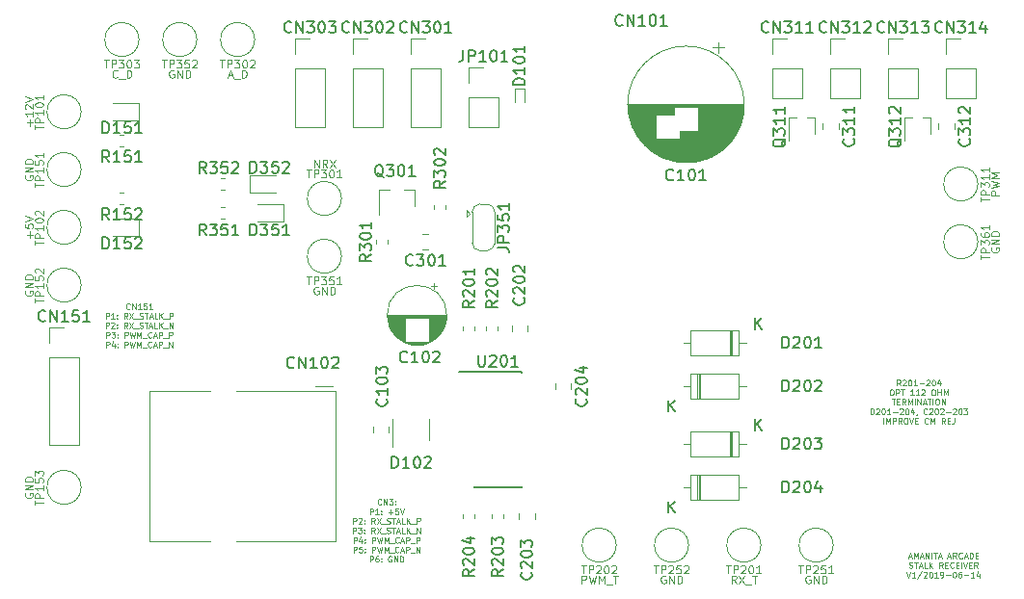
<source format=gbr>
G04 #@! TF.GenerationSoftware,KiCad,Pcbnew,5.0.2-bee76a0~70~ubuntu18.04.1*
G04 #@! TF.CreationDate,2019-06-21T19:34:52-07:00*
G04 #@! TF.ProjectId,aa-stalk-receiver-lvds,61612d73-7461-46c6-9b2d-726563656976,rev?*
G04 #@! TF.SameCoordinates,Original*
G04 #@! TF.FileFunction,Legend,Top*
G04 #@! TF.FilePolarity,Positive*
%FSLAX46Y46*%
G04 Gerber Fmt 4.6, Leading zero omitted, Abs format (unit mm)*
G04 Created by KiCad (PCBNEW 5.0.2-bee76a0~70~ubuntu18.04.1) date Fri 21 Jun 2019 07:34:52 PM PDT*
%MOMM*%
%LPD*%
G01*
G04 APERTURE LIST*
%ADD10C,0.076200*%
%ADD11C,0.120000*%
%ADD12C,0.150000*%
%ADD13C,0.100000*%
G04 APERTURE END LIST*
D10*
X124369285Y-95456828D02*
X124345095Y-95481019D01*
X124272523Y-95505209D01*
X124224142Y-95505209D01*
X124151571Y-95481019D01*
X124103190Y-95432638D01*
X124079000Y-95384257D01*
X124054809Y-95287495D01*
X124054809Y-95214923D01*
X124079000Y-95118161D01*
X124103190Y-95069780D01*
X124151571Y-95021400D01*
X124224142Y-94997209D01*
X124272523Y-94997209D01*
X124345095Y-95021400D01*
X124369285Y-95045590D01*
X124587000Y-95505209D02*
X124587000Y-94997209D01*
X124877285Y-95505209D01*
X124877285Y-94997209D01*
X125070809Y-94997209D02*
X125385285Y-94997209D01*
X125215952Y-95190733D01*
X125288523Y-95190733D01*
X125336904Y-95214923D01*
X125361095Y-95239114D01*
X125385285Y-95287495D01*
X125385285Y-95408447D01*
X125361095Y-95456828D01*
X125336904Y-95481019D01*
X125288523Y-95505209D01*
X125143380Y-95505209D01*
X125095000Y-95481019D01*
X125070809Y-95456828D01*
X125603000Y-95456828D02*
X125627190Y-95481019D01*
X125603000Y-95505209D01*
X125578809Y-95481019D01*
X125603000Y-95456828D01*
X125603000Y-95505209D01*
X125603000Y-95190733D02*
X125627190Y-95214923D01*
X125603000Y-95239114D01*
X125578809Y-95214923D01*
X125603000Y-95190733D01*
X125603000Y-95239114D01*
X123377476Y-96343409D02*
X123377476Y-95835409D01*
X123571000Y-95835409D01*
X123619380Y-95859600D01*
X123643571Y-95883790D01*
X123667761Y-95932171D01*
X123667761Y-96004742D01*
X123643571Y-96053123D01*
X123619380Y-96077314D01*
X123571000Y-96101504D01*
X123377476Y-96101504D01*
X124151571Y-96343409D02*
X123861285Y-96343409D01*
X124006428Y-96343409D02*
X124006428Y-95835409D01*
X123958047Y-95907980D01*
X123909666Y-95956361D01*
X123861285Y-95980552D01*
X124369285Y-96295028D02*
X124393476Y-96319219D01*
X124369285Y-96343409D01*
X124345095Y-96319219D01*
X124369285Y-96295028D01*
X124369285Y-96343409D01*
X124369285Y-96028933D02*
X124393476Y-96053123D01*
X124369285Y-96077314D01*
X124345095Y-96053123D01*
X124369285Y-96028933D01*
X124369285Y-96077314D01*
X124998238Y-96149885D02*
X125385285Y-96149885D01*
X125191761Y-96343409D02*
X125191761Y-95956361D01*
X125869095Y-95835409D02*
X125627190Y-95835409D01*
X125603000Y-96077314D01*
X125627190Y-96053123D01*
X125675571Y-96028933D01*
X125796523Y-96028933D01*
X125844904Y-96053123D01*
X125869095Y-96077314D01*
X125893285Y-96125695D01*
X125893285Y-96246647D01*
X125869095Y-96295028D01*
X125844904Y-96319219D01*
X125796523Y-96343409D01*
X125675571Y-96343409D01*
X125627190Y-96319219D01*
X125603000Y-96295028D01*
X126038428Y-95835409D02*
X126207761Y-96343409D01*
X126377095Y-95835409D01*
X121901857Y-97181609D02*
X121901857Y-96673609D01*
X122095380Y-96673609D01*
X122143761Y-96697800D01*
X122167952Y-96721990D01*
X122192142Y-96770371D01*
X122192142Y-96842942D01*
X122167952Y-96891323D01*
X122143761Y-96915514D01*
X122095380Y-96939704D01*
X121901857Y-96939704D01*
X122385666Y-96721990D02*
X122409857Y-96697800D01*
X122458238Y-96673609D01*
X122579190Y-96673609D01*
X122627571Y-96697800D01*
X122651761Y-96721990D01*
X122675952Y-96770371D01*
X122675952Y-96818752D01*
X122651761Y-96891323D01*
X122361476Y-97181609D01*
X122675952Y-97181609D01*
X122893666Y-97133228D02*
X122917857Y-97157419D01*
X122893666Y-97181609D01*
X122869476Y-97157419D01*
X122893666Y-97133228D01*
X122893666Y-97181609D01*
X122893666Y-96867133D02*
X122917857Y-96891323D01*
X122893666Y-96915514D01*
X122869476Y-96891323D01*
X122893666Y-96867133D01*
X122893666Y-96915514D01*
X123812904Y-97181609D02*
X123643571Y-96939704D01*
X123522619Y-97181609D02*
X123522619Y-96673609D01*
X123716142Y-96673609D01*
X123764523Y-96697800D01*
X123788714Y-96721990D01*
X123812904Y-96770371D01*
X123812904Y-96842942D01*
X123788714Y-96891323D01*
X123764523Y-96915514D01*
X123716142Y-96939704D01*
X123522619Y-96939704D01*
X123982238Y-96673609D02*
X124320904Y-97181609D01*
X124320904Y-96673609D02*
X123982238Y-97181609D01*
X124393476Y-97229990D02*
X124780523Y-97229990D01*
X124877285Y-97157419D02*
X124949857Y-97181609D01*
X125070809Y-97181609D01*
X125119190Y-97157419D01*
X125143380Y-97133228D01*
X125167571Y-97084847D01*
X125167571Y-97036466D01*
X125143380Y-96988085D01*
X125119190Y-96963895D01*
X125070809Y-96939704D01*
X124974047Y-96915514D01*
X124925666Y-96891323D01*
X124901476Y-96867133D01*
X124877285Y-96818752D01*
X124877285Y-96770371D01*
X124901476Y-96721990D01*
X124925666Y-96697800D01*
X124974047Y-96673609D01*
X125095000Y-96673609D01*
X125167571Y-96697800D01*
X125312714Y-96673609D02*
X125603000Y-96673609D01*
X125457857Y-97181609D02*
X125457857Y-96673609D01*
X125748142Y-97036466D02*
X125990047Y-97036466D01*
X125699761Y-97181609D02*
X125869095Y-96673609D01*
X126038428Y-97181609D01*
X126449666Y-97181609D02*
X126207761Y-97181609D01*
X126207761Y-96673609D01*
X126619000Y-97181609D02*
X126619000Y-96673609D01*
X126909285Y-97181609D02*
X126691571Y-96891323D01*
X126909285Y-96673609D02*
X126619000Y-96963895D01*
X127006047Y-97229990D02*
X127393095Y-97229990D01*
X127514047Y-97181609D02*
X127514047Y-96673609D01*
X127707571Y-96673609D01*
X127755952Y-96697800D01*
X127780142Y-96721990D01*
X127804333Y-96770371D01*
X127804333Y-96842942D01*
X127780142Y-96891323D01*
X127755952Y-96915514D01*
X127707571Y-96939704D01*
X127514047Y-96939704D01*
X121889761Y-98019809D02*
X121889761Y-97511809D01*
X122083285Y-97511809D01*
X122131666Y-97536000D01*
X122155857Y-97560190D01*
X122180047Y-97608571D01*
X122180047Y-97681142D01*
X122155857Y-97729523D01*
X122131666Y-97753714D01*
X122083285Y-97777904D01*
X121889761Y-97777904D01*
X122349380Y-97511809D02*
X122663857Y-97511809D01*
X122494523Y-97705333D01*
X122567095Y-97705333D01*
X122615476Y-97729523D01*
X122639666Y-97753714D01*
X122663857Y-97802095D01*
X122663857Y-97923047D01*
X122639666Y-97971428D01*
X122615476Y-97995619D01*
X122567095Y-98019809D01*
X122421952Y-98019809D01*
X122373571Y-97995619D01*
X122349380Y-97971428D01*
X122881571Y-97971428D02*
X122905761Y-97995619D01*
X122881571Y-98019809D01*
X122857380Y-97995619D01*
X122881571Y-97971428D01*
X122881571Y-98019809D01*
X122881571Y-97705333D02*
X122905761Y-97729523D01*
X122881571Y-97753714D01*
X122857380Y-97729523D01*
X122881571Y-97705333D01*
X122881571Y-97753714D01*
X123800809Y-98019809D02*
X123631476Y-97777904D01*
X123510523Y-98019809D02*
X123510523Y-97511809D01*
X123704047Y-97511809D01*
X123752428Y-97536000D01*
X123776619Y-97560190D01*
X123800809Y-97608571D01*
X123800809Y-97681142D01*
X123776619Y-97729523D01*
X123752428Y-97753714D01*
X123704047Y-97777904D01*
X123510523Y-97777904D01*
X123970142Y-97511809D02*
X124308809Y-98019809D01*
X124308809Y-97511809D02*
X123970142Y-98019809D01*
X124381380Y-98068190D02*
X124768428Y-98068190D01*
X124865190Y-97995619D02*
X124937761Y-98019809D01*
X125058714Y-98019809D01*
X125107095Y-97995619D01*
X125131285Y-97971428D01*
X125155476Y-97923047D01*
X125155476Y-97874666D01*
X125131285Y-97826285D01*
X125107095Y-97802095D01*
X125058714Y-97777904D01*
X124961952Y-97753714D01*
X124913571Y-97729523D01*
X124889380Y-97705333D01*
X124865190Y-97656952D01*
X124865190Y-97608571D01*
X124889380Y-97560190D01*
X124913571Y-97536000D01*
X124961952Y-97511809D01*
X125082904Y-97511809D01*
X125155476Y-97536000D01*
X125300619Y-97511809D02*
X125590904Y-97511809D01*
X125445761Y-98019809D02*
X125445761Y-97511809D01*
X125736047Y-97874666D02*
X125977952Y-97874666D01*
X125687666Y-98019809D02*
X125857000Y-97511809D01*
X126026333Y-98019809D01*
X126437571Y-98019809D02*
X126195666Y-98019809D01*
X126195666Y-97511809D01*
X126606904Y-98019809D02*
X126606904Y-97511809D01*
X126897190Y-98019809D02*
X126679476Y-97729523D01*
X126897190Y-97511809D02*
X126606904Y-97802095D01*
X126993952Y-98068190D02*
X127381000Y-98068190D01*
X127501952Y-98019809D02*
X127501952Y-97511809D01*
X127792238Y-98019809D01*
X127792238Y-97511809D01*
X121950238Y-98858009D02*
X121950238Y-98350009D01*
X122143761Y-98350009D01*
X122192142Y-98374200D01*
X122216333Y-98398390D01*
X122240523Y-98446771D01*
X122240523Y-98519342D01*
X122216333Y-98567723D01*
X122192142Y-98591914D01*
X122143761Y-98616104D01*
X121950238Y-98616104D01*
X122675952Y-98519342D02*
X122675952Y-98858009D01*
X122555000Y-98325819D02*
X122434047Y-98688676D01*
X122748523Y-98688676D01*
X122942047Y-98809628D02*
X122966238Y-98833819D01*
X122942047Y-98858009D01*
X122917857Y-98833819D01*
X122942047Y-98809628D01*
X122942047Y-98858009D01*
X122942047Y-98543533D02*
X122966238Y-98567723D01*
X122942047Y-98591914D01*
X122917857Y-98567723D01*
X122942047Y-98543533D01*
X122942047Y-98591914D01*
X123571000Y-98858009D02*
X123571000Y-98350009D01*
X123764523Y-98350009D01*
X123812904Y-98374200D01*
X123837095Y-98398390D01*
X123861285Y-98446771D01*
X123861285Y-98519342D01*
X123837095Y-98567723D01*
X123812904Y-98591914D01*
X123764523Y-98616104D01*
X123571000Y-98616104D01*
X124030619Y-98350009D02*
X124151571Y-98858009D01*
X124248333Y-98495152D01*
X124345095Y-98858009D01*
X124466047Y-98350009D01*
X124659571Y-98858009D02*
X124659571Y-98350009D01*
X124828904Y-98712866D01*
X124998238Y-98350009D01*
X124998238Y-98858009D01*
X125119190Y-98906390D02*
X125506238Y-98906390D01*
X125917476Y-98809628D02*
X125893285Y-98833819D01*
X125820714Y-98858009D01*
X125772333Y-98858009D01*
X125699761Y-98833819D01*
X125651380Y-98785438D01*
X125627190Y-98737057D01*
X125603000Y-98640295D01*
X125603000Y-98567723D01*
X125627190Y-98470961D01*
X125651380Y-98422580D01*
X125699761Y-98374200D01*
X125772333Y-98350009D01*
X125820714Y-98350009D01*
X125893285Y-98374200D01*
X125917476Y-98398390D01*
X126111000Y-98712866D02*
X126352904Y-98712866D01*
X126062619Y-98858009D02*
X126231952Y-98350009D01*
X126401285Y-98858009D01*
X126570619Y-98858009D02*
X126570619Y-98350009D01*
X126764142Y-98350009D01*
X126812523Y-98374200D01*
X126836714Y-98398390D01*
X126860904Y-98446771D01*
X126860904Y-98519342D01*
X126836714Y-98567723D01*
X126812523Y-98591914D01*
X126764142Y-98616104D01*
X126570619Y-98616104D01*
X126957666Y-98906390D02*
X127344714Y-98906390D01*
X127465666Y-98858009D02*
X127465666Y-98350009D01*
X127659190Y-98350009D01*
X127707571Y-98374200D01*
X127731761Y-98398390D01*
X127755952Y-98446771D01*
X127755952Y-98519342D01*
X127731761Y-98567723D01*
X127707571Y-98591914D01*
X127659190Y-98616104D01*
X127465666Y-98616104D01*
X121938142Y-99696209D02*
X121938142Y-99188209D01*
X122131666Y-99188209D01*
X122180047Y-99212400D01*
X122204238Y-99236590D01*
X122228428Y-99284971D01*
X122228428Y-99357542D01*
X122204238Y-99405923D01*
X122180047Y-99430114D01*
X122131666Y-99454304D01*
X121938142Y-99454304D01*
X122688047Y-99188209D02*
X122446142Y-99188209D01*
X122421952Y-99430114D01*
X122446142Y-99405923D01*
X122494523Y-99381733D01*
X122615476Y-99381733D01*
X122663857Y-99405923D01*
X122688047Y-99430114D01*
X122712238Y-99478495D01*
X122712238Y-99599447D01*
X122688047Y-99647828D01*
X122663857Y-99672019D01*
X122615476Y-99696209D01*
X122494523Y-99696209D01*
X122446142Y-99672019D01*
X122421952Y-99647828D01*
X122929952Y-99647828D02*
X122954142Y-99672019D01*
X122929952Y-99696209D01*
X122905761Y-99672019D01*
X122929952Y-99647828D01*
X122929952Y-99696209D01*
X122929952Y-99381733D02*
X122954142Y-99405923D01*
X122929952Y-99430114D01*
X122905761Y-99405923D01*
X122929952Y-99381733D01*
X122929952Y-99430114D01*
X123558904Y-99696209D02*
X123558904Y-99188209D01*
X123752428Y-99188209D01*
X123800809Y-99212400D01*
X123825000Y-99236590D01*
X123849190Y-99284971D01*
X123849190Y-99357542D01*
X123825000Y-99405923D01*
X123800809Y-99430114D01*
X123752428Y-99454304D01*
X123558904Y-99454304D01*
X124018523Y-99188209D02*
X124139476Y-99696209D01*
X124236238Y-99333352D01*
X124333000Y-99696209D01*
X124453952Y-99188209D01*
X124647476Y-99696209D02*
X124647476Y-99188209D01*
X124816809Y-99551066D01*
X124986142Y-99188209D01*
X124986142Y-99696209D01*
X125107095Y-99744590D02*
X125494142Y-99744590D01*
X125905380Y-99647828D02*
X125881190Y-99672019D01*
X125808619Y-99696209D01*
X125760238Y-99696209D01*
X125687666Y-99672019D01*
X125639285Y-99623638D01*
X125615095Y-99575257D01*
X125590904Y-99478495D01*
X125590904Y-99405923D01*
X125615095Y-99309161D01*
X125639285Y-99260780D01*
X125687666Y-99212400D01*
X125760238Y-99188209D01*
X125808619Y-99188209D01*
X125881190Y-99212400D01*
X125905380Y-99236590D01*
X126098904Y-99551066D02*
X126340809Y-99551066D01*
X126050523Y-99696209D02*
X126219857Y-99188209D01*
X126389190Y-99696209D01*
X126558523Y-99696209D02*
X126558523Y-99188209D01*
X126752047Y-99188209D01*
X126800428Y-99212400D01*
X126824619Y-99236590D01*
X126848809Y-99284971D01*
X126848809Y-99357542D01*
X126824619Y-99405923D01*
X126800428Y-99430114D01*
X126752047Y-99454304D01*
X126558523Y-99454304D01*
X126945571Y-99744590D02*
X127332619Y-99744590D01*
X127453571Y-99696209D02*
X127453571Y-99188209D01*
X127743857Y-99696209D01*
X127743857Y-99188209D01*
X123377476Y-100534409D02*
X123377476Y-100026409D01*
X123571000Y-100026409D01*
X123619380Y-100050600D01*
X123643571Y-100074790D01*
X123667761Y-100123171D01*
X123667761Y-100195742D01*
X123643571Y-100244123D01*
X123619380Y-100268314D01*
X123571000Y-100292504D01*
X123377476Y-100292504D01*
X124103190Y-100026409D02*
X124006428Y-100026409D01*
X123958047Y-100050600D01*
X123933857Y-100074790D01*
X123885476Y-100147361D01*
X123861285Y-100244123D01*
X123861285Y-100437647D01*
X123885476Y-100486028D01*
X123909666Y-100510219D01*
X123958047Y-100534409D01*
X124054809Y-100534409D01*
X124103190Y-100510219D01*
X124127380Y-100486028D01*
X124151571Y-100437647D01*
X124151571Y-100316695D01*
X124127380Y-100268314D01*
X124103190Y-100244123D01*
X124054809Y-100219933D01*
X123958047Y-100219933D01*
X123909666Y-100244123D01*
X123885476Y-100268314D01*
X123861285Y-100316695D01*
X124369285Y-100486028D02*
X124393476Y-100510219D01*
X124369285Y-100534409D01*
X124345095Y-100510219D01*
X124369285Y-100486028D01*
X124369285Y-100534409D01*
X124369285Y-100219933D02*
X124393476Y-100244123D01*
X124369285Y-100268314D01*
X124345095Y-100244123D01*
X124369285Y-100219933D01*
X124369285Y-100268314D01*
X125264333Y-100050600D02*
X125215952Y-100026409D01*
X125143380Y-100026409D01*
X125070809Y-100050600D01*
X125022428Y-100098980D01*
X124998238Y-100147361D01*
X124974047Y-100244123D01*
X124974047Y-100316695D01*
X124998238Y-100413457D01*
X125022428Y-100461838D01*
X125070809Y-100510219D01*
X125143380Y-100534409D01*
X125191761Y-100534409D01*
X125264333Y-100510219D01*
X125288523Y-100486028D01*
X125288523Y-100316695D01*
X125191761Y-100316695D01*
X125506238Y-100534409D02*
X125506238Y-100026409D01*
X125796523Y-100534409D01*
X125796523Y-100026409D01*
X126038428Y-100534409D02*
X126038428Y-100026409D01*
X126159380Y-100026409D01*
X126231952Y-100050600D01*
X126280333Y-100098980D01*
X126304523Y-100147361D01*
X126328714Y-100244123D01*
X126328714Y-100316695D01*
X126304523Y-100413457D01*
X126280333Y-100461838D01*
X126231952Y-100510219D01*
X126159380Y-100534409D01*
X126038428Y-100534409D01*
X169968333Y-85040409D02*
X169799000Y-84798504D01*
X169678047Y-85040409D02*
X169678047Y-84532409D01*
X169871571Y-84532409D01*
X169919952Y-84556600D01*
X169944142Y-84580790D01*
X169968333Y-84629171D01*
X169968333Y-84701742D01*
X169944142Y-84750123D01*
X169919952Y-84774314D01*
X169871571Y-84798504D01*
X169678047Y-84798504D01*
X170161857Y-84580790D02*
X170186047Y-84556600D01*
X170234428Y-84532409D01*
X170355380Y-84532409D01*
X170403761Y-84556600D01*
X170427952Y-84580790D01*
X170452142Y-84629171D01*
X170452142Y-84677552D01*
X170427952Y-84750123D01*
X170137666Y-85040409D01*
X170452142Y-85040409D01*
X170766619Y-84532409D02*
X170815000Y-84532409D01*
X170863380Y-84556600D01*
X170887571Y-84580790D01*
X170911761Y-84629171D01*
X170935952Y-84725933D01*
X170935952Y-84846885D01*
X170911761Y-84943647D01*
X170887571Y-84992028D01*
X170863380Y-85016219D01*
X170815000Y-85040409D01*
X170766619Y-85040409D01*
X170718238Y-85016219D01*
X170694047Y-84992028D01*
X170669857Y-84943647D01*
X170645666Y-84846885D01*
X170645666Y-84725933D01*
X170669857Y-84629171D01*
X170694047Y-84580790D01*
X170718238Y-84556600D01*
X170766619Y-84532409D01*
X171419761Y-85040409D02*
X171129476Y-85040409D01*
X171274619Y-85040409D02*
X171274619Y-84532409D01*
X171226238Y-84604980D01*
X171177857Y-84653361D01*
X171129476Y-84677552D01*
X171637476Y-84846885D02*
X172024523Y-84846885D01*
X172242238Y-84580790D02*
X172266428Y-84556600D01*
X172314809Y-84532409D01*
X172435761Y-84532409D01*
X172484142Y-84556600D01*
X172508333Y-84580790D01*
X172532523Y-84629171D01*
X172532523Y-84677552D01*
X172508333Y-84750123D01*
X172218047Y-85040409D01*
X172532523Y-85040409D01*
X172847000Y-84532409D02*
X172895380Y-84532409D01*
X172943761Y-84556600D01*
X172967952Y-84580790D01*
X172992142Y-84629171D01*
X173016333Y-84725933D01*
X173016333Y-84846885D01*
X172992142Y-84943647D01*
X172967952Y-84992028D01*
X172943761Y-85016219D01*
X172895380Y-85040409D01*
X172847000Y-85040409D01*
X172798619Y-85016219D01*
X172774428Y-84992028D01*
X172750238Y-84943647D01*
X172726047Y-84846885D01*
X172726047Y-84725933D01*
X172750238Y-84629171D01*
X172774428Y-84580790D01*
X172798619Y-84556600D01*
X172847000Y-84532409D01*
X173451761Y-84701742D02*
X173451761Y-85040409D01*
X173330809Y-84508219D02*
X173209857Y-84871076D01*
X173524333Y-84871076D01*
X169145857Y-85370609D02*
X169242619Y-85370609D01*
X169291000Y-85394800D01*
X169339380Y-85443180D01*
X169363571Y-85539942D01*
X169363571Y-85709276D01*
X169339380Y-85806038D01*
X169291000Y-85854419D01*
X169242619Y-85878609D01*
X169145857Y-85878609D01*
X169097476Y-85854419D01*
X169049095Y-85806038D01*
X169024904Y-85709276D01*
X169024904Y-85539942D01*
X169049095Y-85443180D01*
X169097476Y-85394800D01*
X169145857Y-85370609D01*
X169581285Y-85878609D02*
X169581285Y-85370609D01*
X169774809Y-85370609D01*
X169823190Y-85394800D01*
X169847380Y-85418990D01*
X169871571Y-85467371D01*
X169871571Y-85539942D01*
X169847380Y-85588323D01*
X169823190Y-85612514D01*
X169774809Y-85636704D01*
X169581285Y-85636704D01*
X170016714Y-85370609D02*
X170307000Y-85370609D01*
X170161857Y-85878609D02*
X170161857Y-85370609D01*
X171129476Y-85878609D02*
X170839190Y-85878609D01*
X170984333Y-85878609D02*
X170984333Y-85370609D01*
X170935952Y-85443180D01*
X170887571Y-85491561D01*
X170839190Y-85515752D01*
X171613285Y-85878609D02*
X171323000Y-85878609D01*
X171468142Y-85878609D02*
X171468142Y-85370609D01*
X171419761Y-85443180D01*
X171371380Y-85491561D01*
X171323000Y-85515752D01*
X171806809Y-85418990D02*
X171831000Y-85394800D01*
X171879380Y-85370609D01*
X172000333Y-85370609D01*
X172048714Y-85394800D01*
X172072904Y-85418990D01*
X172097095Y-85467371D01*
X172097095Y-85515752D01*
X172072904Y-85588323D01*
X171782619Y-85878609D01*
X172097095Y-85878609D01*
X172798619Y-85370609D02*
X172895380Y-85370609D01*
X172943761Y-85394800D01*
X172992142Y-85443180D01*
X173016333Y-85539942D01*
X173016333Y-85709276D01*
X172992142Y-85806038D01*
X172943761Y-85854419D01*
X172895380Y-85878609D01*
X172798619Y-85878609D01*
X172750238Y-85854419D01*
X172701857Y-85806038D01*
X172677666Y-85709276D01*
X172677666Y-85539942D01*
X172701857Y-85443180D01*
X172750238Y-85394800D01*
X172798619Y-85370609D01*
X173234047Y-85878609D02*
X173234047Y-85370609D01*
X173234047Y-85612514D02*
X173524333Y-85612514D01*
X173524333Y-85878609D02*
X173524333Y-85370609D01*
X173766238Y-85878609D02*
X173766238Y-85370609D01*
X173935571Y-85733466D01*
X174104904Y-85370609D01*
X174104904Y-85878609D01*
X169206333Y-86208809D02*
X169496619Y-86208809D01*
X169351476Y-86716809D02*
X169351476Y-86208809D01*
X169665952Y-86450714D02*
X169835285Y-86450714D01*
X169907857Y-86716809D02*
X169665952Y-86716809D01*
X169665952Y-86208809D01*
X169907857Y-86208809D01*
X170415857Y-86716809D02*
X170246523Y-86474904D01*
X170125571Y-86716809D02*
X170125571Y-86208809D01*
X170319095Y-86208809D01*
X170367476Y-86233000D01*
X170391666Y-86257190D01*
X170415857Y-86305571D01*
X170415857Y-86378142D01*
X170391666Y-86426523D01*
X170367476Y-86450714D01*
X170319095Y-86474904D01*
X170125571Y-86474904D01*
X170633571Y-86716809D02*
X170633571Y-86208809D01*
X170802904Y-86571666D01*
X170972238Y-86208809D01*
X170972238Y-86716809D01*
X171214142Y-86716809D02*
X171214142Y-86208809D01*
X171456047Y-86716809D02*
X171456047Y-86208809D01*
X171746333Y-86716809D01*
X171746333Y-86208809D01*
X171964047Y-86571666D02*
X172205952Y-86571666D01*
X171915666Y-86716809D02*
X172085000Y-86208809D01*
X172254333Y-86716809D01*
X172351095Y-86208809D02*
X172641380Y-86208809D01*
X172496238Y-86716809D02*
X172496238Y-86208809D01*
X172810714Y-86716809D02*
X172810714Y-86208809D01*
X173149380Y-86208809D02*
X173246142Y-86208809D01*
X173294523Y-86233000D01*
X173342904Y-86281380D01*
X173367095Y-86378142D01*
X173367095Y-86547476D01*
X173342904Y-86644238D01*
X173294523Y-86692619D01*
X173246142Y-86716809D01*
X173149380Y-86716809D01*
X173101000Y-86692619D01*
X173052619Y-86644238D01*
X173028428Y-86547476D01*
X173028428Y-86378142D01*
X173052619Y-86281380D01*
X173101000Y-86233000D01*
X173149380Y-86208809D01*
X173584809Y-86716809D02*
X173584809Y-86208809D01*
X173875095Y-86716809D01*
X173875095Y-86208809D01*
X167343666Y-87555009D02*
X167343666Y-87047009D01*
X167464619Y-87047009D01*
X167537190Y-87071200D01*
X167585571Y-87119580D01*
X167609761Y-87167961D01*
X167633952Y-87264723D01*
X167633952Y-87337295D01*
X167609761Y-87434057D01*
X167585571Y-87482438D01*
X167537190Y-87530819D01*
X167464619Y-87555009D01*
X167343666Y-87555009D01*
X167827476Y-87095390D02*
X167851666Y-87071200D01*
X167900047Y-87047009D01*
X168021000Y-87047009D01*
X168069380Y-87071200D01*
X168093571Y-87095390D01*
X168117761Y-87143771D01*
X168117761Y-87192152D01*
X168093571Y-87264723D01*
X167803285Y-87555009D01*
X168117761Y-87555009D01*
X168432238Y-87047009D02*
X168480619Y-87047009D01*
X168529000Y-87071200D01*
X168553190Y-87095390D01*
X168577380Y-87143771D01*
X168601571Y-87240533D01*
X168601571Y-87361485D01*
X168577380Y-87458247D01*
X168553190Y-87506628D01*
X168529000Y-87530819D01*
X168480619Y-87555009D01*
X168432238Y-87555009D01*
X168383857Y-87530819D01*
X168359666Y-87506628D01*
X168335476Y-87458247D01*
X168311285Y-87361485D01*
X168311285Y-87240533D01*
X168335476Y-87143771D01*
X168359666Y-87095390D01*
X168383857Y-87071200D01*
X168432238Y-87047009D01*
X169085380Y-87555009D02*
X168795095Y-87555009D01*
X168940238Y-87555009D02*
X168940238Y-87047009D01*
X168891857Y-87119580D01*
X168843476Y-87167961D01*
X168795095Y-87192152D01*
X169303095Y-87361485D02*
X169690142Y-87361485D01*
X169907857Y-87095390D02*
X169932047Y-87071200D01*
X169980428Y-87047009D01*
X170101380Y-87047009D01*
X170149761Y-87071200D01*
X170173952Y-87095390D01*
X170198142Y-87143771D01*
X170198142Y-87192152D01*
X170173952Y-87264723D01*
X169883666Y-87555009D01*
X170198142Y-87555009D01*
X170512619Y-87047009D02*
X170561000Y-87047009D01*
X170609380Y-87071200D01*
X170633571Y-87095390D01*
X170657761Y-87143771D01*
X170681952Y-87240533D01*
X170681952Y-87361485D01*
X170657761Y-87458247D01*
X170633571Y-87506628D01*
X170609380Y-87530819D01*
X170561000Y-87555009D01*
X170512619Y-87555009D01*
X170464238Y-87530819D01*
X170440047Y-87506628D01*
X170415857Y-87458247D01*
X170391666Y-87361485D01*
X170391666Y-87240533D01*
X170415857Y-87143771D01*
X170440047Y-87095390D01*
X170464238Y-87071200D01*
X170512619Y-87047009D01*
X171117380Y-87216342D02*
X171117380Y-87555009D01*
X170996428Y-87022819D02*
X170875476Y-87385676D01*
X171189952Y-87385676D01*
X171407666Y-87530819D02*
X171407666Y-87555009D01*
X171383476Y-87603390D01*
X171359285Y-87627580D01*
X172302714Y-87506628D02*
X172278523Y-87530819D01*
X172205952Y-87555009D01*
X172157571Y-87555009D01*
X172085000Y-87530819D01*
X172036619Y-87482438D01*
X172012428Y-87434057D01*
X171988238Y-87337295D01*
X171988238Y-87264723D01*
X172012428Y-87167961D01*
X172036619Y-87119580D01*
X172085000Y-87071200D01*
X172157571Y-87047009D01*
X172205952Y-87047009D01*
X172278523Y-87071200D01*
X172302714Y-87095390D01*
X172496238Y-87095390D02*
X172520428Y-87071200D01*
X172568809Y-87047009D01*
X172689761Y-87047009D01*
X172738142Y-87071200D01*
X172762333Y-87095390D01*
X172786523Y-87143771D01*
X172786523Y-87192152D01*
X172762333Y-87264723D01*
X172472047Y-87555009D01*
X172786523Y-87555009D01*
X173101000Y-87047009D02*
X173149380Y-87047009D01*
X173197761Y-87071200D01*
X173221952Y-87095390D01*
X173246142Y-87143771D01*
X173270333Y-87240533D01*
X173270333Y-87361485D01*
X173246142Y-87458247D01*
X173221952Y-87506628D01*
X173197761Y-87530819D01*
X173149380Y-87555009D01*
X173101000Y-87555009D01*
X173052619Y-87530819D01*
X173028428Y-87506628D01*
X173004238Y-87458247D01*
X172980047Y-87361485D01*
X172980047Y-87240533D01*
X173004238Y-87143771D01*
X173028428Y-87095390D01*
X173052619Y-87071200D01*
X173101000Y-87047009D01*
X173463857Y-87095390D02*
X173488047Y-87071200D01*
X173536428Y-87047009D01*
X173657380Y-87047009D01*
X173705761Y-87071200D01*
X173729952Y-87095390D01*
X173754142Y-87143771D01*
X173754142Y-87192152D01*
X173729952Y-87264723D01*
X173439666Y-87555009D01*
X173754142Y-87555009D01*
X173971857Y-87361485D02*
X174358904Y-87361485D01*
X174576619Y-87095390D02*
X174600809Y-87071200D01*
X174649190Y-87047009D01*
X174770142Y-87047009D01*
X174818523Y-87071200D01*
X174842714Y-87095390D01*
X174866904Y-87143771D01*
X174866904Y-87192152D01*
X174842714Y-87264723D01*
X174552428Y-87555009D01*
X174866904Y-87555009D01*
X175181380Y-87047009D02*
X175229761Y-87047009D01*
X175278142Y-87071200D01*
X175302333Y-87095390D01*
X175326523Y-87143771D01*
X175350714Y-87240533D01*
X175350714Y-87361485D01*
X175326523Y-87458247D01*
X175302333Y-87506628D01*
X175278142Y-87530819D01*
X175229761Y-87555009D01*
X175181380Y-87555009D01*
X175133000Y-87530819D01*
X175108809Y-87506628D01*
X175084619Y-87458247D01*
X175060428Y-87361485D01*
X175060428Y-87240533D01*
X175084619Y-87143771D01*
X175108809Y-87095390D01*
X175133000Y-87071200D01*
X175181380Y-87047009D01*
X175520047Y-87047009D02*
X175834523Y-87047009D01*
X175665190Y-87240533D01*
X175737761Y-87240533D01*
X175786142Y-87264723D01*
X175810333Y-87288914D01*
X175834523Y-87337295D01*
X175834523Y-87458247D01*
X175810333Y-87506628D01*
X175786142Y-87530819D01*
X175737761Y-87555009D01*
X175592619Y-87555009D01*
X175544238Y-87530819D01*
X175520047Y-87506628D01*
X168456428Y-88393209D02*
X168456428Y-87885209D01*
X168698333Y-88393209D02*
X168698333Y-87885209D01*
X168867666Y-88248066D01*
X169037000Y-87885209D01*
X169037000Y-88393209D01*
X169278904Y-88393209D02*
X169278904Y-87885209D01*
X169472428Y-87885209D01*
X169520809Y-87909400D01*
X169545000Y-87933590D01*
X169569190Y-87981971D01*
X169569190Y-88054542D01*
X169545000Y-88102923D01*
X169520809Y-88127114D01*
X169472428Y-88151304D01*
X169278904Y-88151304D01*
X170077190Y-88393209D02*
X169907857Y-88151304D01*
X169786904Y-88393209D02*
X169786904Y-87885209D01*
X169980428Y-87885209D01*
X170028809Y-87909400D01*
X170053000Y-87933590D01*
X170077190Y-87981971D01*
X170077190Y-88054542D01*
X170053000Y-88102923D01*
X170028809Y-88127114D01*
X169980428Y-88151304D01*
X169786904Y-88151304D01*
X170391666Y-87885209D02*
X170488428Y-87885209D01*
X170536809Y-87909400D01*
X170585190Y-87957780D01*
X170609380Y-88054542D01*
X170609380Y-88223876D01*
X170585190Y-88320638D01*
X170536809Y-88369019D01*
X170488428Y-88393209D01*
X170391666Y-88393209D01*
X170343285Y-88369019D01*
X170294904Y-88320638D01*
X170270714Y-88223876D01*
X170270714Y-88054542D01*
X170294904Y-87957780D01*
X170343285Y-87909400D01*
X170391666Y-87885209D01*
X170754523Y-87885209D02*
X170923857Y-88393209D01*
X171093190Y-87885209D01*
X171262523Y-88127114D02*
X171431857Y-88127114D01*
X171504428Y-88393209D02*
X171262523Y-88393209D01*
X171262523Y-87885209D01*
X171504428Y-87885209D01*
X172399476Y-88344828D02*
X172375285Y-88369019D01*
X172302714Y-88393209D01*
X172254333Y-88393209D01*
X172181761Y-88369019D01*
X172133380Y-88320638D01*
X172109190Y-88272257D01*
X172085000Y-88175495D01*
X172085000Y-88102923D01*
X172109190Y-88006161D01*
X172133380Y-87957780D01*
X172181761Y-87909400D01*
X172254333Y-87885209D01*
X172302714Y-87885209D01*
X172375285Y-87909400D01*
X172399476Y-87933590D01*
X172617190Y-88393209D02*
X172617190Y-87885209D01*
X172786523Y-88248066D01*
X172955857Y-87885209D01*
X172955857Y-88393209D01*
X173875095Y-88393209D02*
X173705761Y-88151304D01*
X173584809Y-88393209D02*
X173584809Y-87885209D01*
X173778333Y-87885209D01*
X173826714Y-87909400D01*
X173850904Y-87933590D01*
X173875095Y-87981971D01*
X173875095Y-88054542D01*
X173850904Y-88102923D01*
X173826714Y-88127114D01*
X173778333Y-88151304D01*
X173584809Y-88151304D01*
X174092809Y-88127114D02*
X174262142Y-88127114D01*
X174334714Y-88393209D02*
X174092809Y-88393209D01*
X174092809Y-87885209D01*
X174334714Y-87885209D01*
X174697571Y-87885209D02*
X174697571Y-88248066D01*
X174673380Y-88320638D01*
X174625000Y-88369019D01*
X174552428Y-88393209D01*
X174504047Y-88393209D01*
X102289428Y-78261028D02*
X102265238Y-78285219D01*
X102192666Y-78309409D01*
X102144285Y-78309409D01*
X102071714Y-78285219D01*
X102023333Y-78236838D01*
X101999142Y-78188457D01*
X101974952Y-78091695D01*
X101974952Y-78019123D01*
X101999142Y-77922361D01*
X102023333Y-77873980D01*
X102071714Y-77825600D01*
X102144285Y-77801409D01*
X102192666Y-77801409D01*
X102265238Y-77825600D01*
X102289428Y-77849790D01*
X102507142Y-78309409D02*
X102507142Y-77801409D01*
X102797428Y-78309409D01*
X102797428Y-77801409D01*
X103305428Y-78309409D02*
X103015142Y-78309409D01*
X103160285Y-78309409D02*
X103160285Y-77801409D01*
X103111904Y-77873980D01*
X103063523Y-77922361D01*
X103015142Y-77946552D01*
X103765047Y-77801409D02*
X103523142Y-77801409D01*
X103498952Y-78043314D01*
X103523142Y-78019123D01*
X103571523Y-77994933D01*
X103692476Y-77994933D01*
X103740857Y-78019123D01*
X103765047Y-78043314D01*
X103789238Y-78091695D01*
X103789238Y-78212647D01*
X103765047Y-78261028D01*
X103740857Y-78285219D01*
X103692476Y-78309409D01*
X103571523Y-78309409D01*
X103523142Y-78285219D01*
X103498952Y-78261028D01*
X104273047Y-78309409D02*
X103982761Y-78309409D01*
X104127904Y-78309409D02*
X104127904Y-77801409D01*
X104079523Y-77873980D01*
X104031142Y-77922361D01*
X103982761Y-77946552D01*
X100184857Y-79147609D02*
X100184857Y-78639609D01*
X100378380Y-78639609D01*
X100426761Y-78663800D01*
X100450952Y-78687990D01*
X100475142Y-78736371D01*
X100475142Y-78808942D01*
X100450952Y-78857323D01*
X100426761Y-78881514D01*
X100378380Y-78905704D01*
X100184857Y-78905704D01*
X100958952Y-79147609D02*
X100668666Y-79147609D01*
X100813809Y-79147609D02*
X100813809Y-78639609D01*
X100765428Y-78712180D01*
X100717047Y-78760561D01*
X100668666Y-78784752D01*
X101176666Y-79099228D02*
X101200857Y-79123419D01*
X101176666Y-79147609D01*
X101152476Y-79123419D01*
X101176666Y-79099228D01*
X101176666Y-79147609D01*
X101176666Y-78833133D02*
X101200857Y-78857323D01*
X101176666Y-78881514D01*
X101152476Y-78857323D01*
X101176666Y-78833133D01*
X101176666Y-78881514D01*
X102095904Y-79147609D02*
X101926571Y-78905704D01*
X101805619Y-79147609D02*
X101805619Y-78639609D01*
X101999142Y-78639609D01*
X102047523Y-78663800D01*
X102071714Y-78687990D01*
X102095904Y-78736371D01*
X102095904Y-78808942D01*
X102071714Y-78857323D01*
X102047523Y-78881514D01*
X101999142Y-78905704D01*
X101805619Y-78905704D01*
X102265238Y-78639609D02*
X102603904Y-79147609D01*
X102603904Y-78639609D02*
X102265238Y-79147609D01*
X102676476Y-79195990D02*
X103063523Y-79195990D01*
X103160285Y-79123419D02*
X103232857Y-79147609D01*
X103353809Y-79147609D01*
X103402190Y-79123419D01*
X103426380Y-79099228D01*
X103450571Y-79050847D01*
X103450571Y-79002466D01*
X103426380Y-78954085D01*
X103402190Y-78929895D01*
X103353809Y-78905704D01*
X103257047Y-78881514D01*
X103208666Y-78857323D01*
X103184476Y-78833133D01*
X103160285Y-78784752D01*
X103160285Y-78736371D01*
X103184476Y-78687990D01*
X103208666Y-78663800D01*
X103257047Y-78639609D01*
X103378000Y-78639609D01*
X103450571Y-78663800D01*
X103595714Y-78639609D02*
X103886000Y-78639609D01*
X103740857Y-79147609D02*
X103740857Y-78639609D01*
X104031142Y-79002466D02*
X104273047Y-79002466D01*
X103982761Y-79147609D02*
X104152095Y-78639609D01*
X104321428Y-79147609D01*
X104732666Y-79147609D02*
X104490761Y-79147609D01*
X104490761Y-78639609D01*
X104902000Y-79147609D02*
X104902000Y-78639609D01*
X105192285Y-79147609D02*
X104974571Y-78857323D01*
X105192285Y-78639609D02*
X104902000Y-78929895D01*
X105289047Y-79195990D02*
X105676095Y-79195990D01*
X105797047Y-79147609D02*
X105797047Y-78639609D01*
X105990571Y-78639609D01*
X106038952Y-78663800D01*
X106063142Y-78687990D01*
X106087333Y-78736371D01*
X106087333Y-78808942D01*
X106063142Y-78857323D01*
X106038952Y-78881514D01*
X105990571Y-78905704D01*
X105797047Y-78905704D01*
X100172761Y-79985809D02*
X100172761Y-79477809D01*
X100366285Y-79477809D01*
X100414666Y-79502000D01*
X100438857Y-79526190D01*
X100463047Y-79574571D01*
X100463047Y-79647142D01*
X100438857Y-79695523D01*
X100414666Y-79719714D01*
X100366285Y-79743904D01*
X100172761Y-79743904D01*
X100656571Y-79526190D02*
X100680761Y-79502000D01*
X100729142Y-79477809D01*
X100850095Y-79477809D01*
X100898476Y-79502000D01*
X100922666Y-79526190D01*
X100946857Y-79574571D01*
X100946857Y-79622952D01*
X100922666Y-79695523D01*
X100632380Y-79985809D01*
X100946857Y-79985809D01*
X101164571Y-79937428D02*
X101188761Y-79961619D01*
X101164571Y-79985809D01*
X101140380Y-79961619D01*
X101164571Y-79937428D01*
X101164571Y-79985809D01*
X101164571Y-79671333D02*
X101188761Y-79695523D01*
X101164571Y-79719714D01*
X101140380Y-79695523D01*
X101164571Y-79671333D01*
X101164571Y-79719714D01*
X102083809Y-79985809D02*
X101914476Y-79743904D01*
X101793523Y-79985809D02*
X101793523Y-79477809D01*
X101987047Y-79477809D01*
X102035428Y-79502000D01*
X102059619Y-79526190D01*
X102083809Y-79574571D01*
X102083809Y-79647142D01*
X102059619Y-79695523D01*
X102035428Y-79719714D01*
X101987047Y-79743904D01*
X101793523Y-79743904D01*
X102253142Y-79477809D02*
X102591809Y-79985809D01*
X102591809Y-79477809D02*
X102253142Y-79985809D01*
X102664380Y-80034190D02*
X103051428Y-80034190D01*
X103148190Y-79961619D02*
X103220761Y-79985809D01*
X103341714Y-79985809D01*
X103390095Y-79961619D01*
X103414285Y-79937428D01*
X103438476Y-79889047D01*
X103438476Y-79840666D01*
X103414285Y-79792285D01*
X103390095Y-79768095D01*
X103341714Y-79743904D01*
X103244952Y-79719714D01*
X103196571Y-79695523D01*
X103172380Y-79671333D01*
X103148190Y-79622952D01*
X103148190Y-79574571D01*
X103172380Y-79526190D01*
X103196571Y-79502000D01*
X103244952Y-79477809D01*
X103365904Y-79477809D01*
X103438476Y-79502000D01*
X103583619Y-79477809D02*
X103873904Y-79477809D01*
X103728761Y-79985809D02*
X103728761Y-79477809D01*
X104019047Y-79840666D02*
X104260952Y-79840666D01*
X103970666Y-79985809D02*
X104140000Y-79477809D01*
X104309333Y-79985809D01*
X104720571Y-79985809D02*
X104478666Y-79985809D01*
X104478666Y-79477809D01*
X104889904Y-79985809D02*
X104889904Y-79477809D01*
X105180190Y-79985809D02*
X104962476Y-79695523D01*
X105180190Y-79477809D02*
X104889904Y-79768095D01*
X105276952Y-80034190D02*
X105664000Y-80034190D01*
X105784952Y-79985809D02*
X105784952Y-79477809D01*
X106075238Y-79985809D01*
X106075238Y-79477809D01*
X100233238Y-80824009D02*
X100233238Y-80316009D01*
X100426761Y-80316009D01*
X100475142Y-80340200D01*
X100499333Y-80364390D01*
X100523523Y-80412771D01*
X100523523Y-80485342D01*
X100499333Y-80533723D01*
X100475142Y-80557914D01*
X100426761Y-80582104D01*
X100233238Y-80582104D01*
X100692857Y-80316009D02*
X101007333Y-80316009D01*
X100838000Y-80509533D01*
X100910571Y-80509533D01*
X100958952Y-80533723D01*
X100983142Y-80557914D01*
X101007333Y-80606295D01*
X101007333Y-80727247D01*
X100983142Y-80775628D01*
X100958952Y-80799819D01*
X100910571Y-80824009D01*
X100765428Y-80824009D01*
X100717047Y-80799819D01*
X100692857Y-80775628D01*
X101225047Y-80775628D02*
X101249238Y-80799819D01*
X101225047Y-80824009D01*
X101200857Y-80799819D01*
X101225047Y-80775628D01*
X101225047Y-80824009D01*
X101225047Y-80509533D02*
X101249238Y-80533723D01*
X101225047Y-80557914D01*
X101200857Y-80533723D01*
X101225047Y-80509533D01*
X101225047Y-80557914D01*
X101854000Y-80824009D02*
X101854000Y-80316009D01*
X102047523Y-80316009D01*
X102095904Y-80340200D01*
X102120095Y-80364390D01*
X102144285Y-80412771D01*
X102144285Y-80485342D01*
X102120095Y-80533723D01*
X102095904Y-80557914D01*
X102047523Y-80582104D01*
X101854000Y-80582104D01*
X102313619Y-80316009D02*
X102434571Y-80824009D01*
X102531333Y-80461152D01*
X102628095Y-80824009D01*
X102749047Y-80316009D01*
X102942571Y-80824009D02*
X102942571Y-80316009D01*
X103111904Y-80678866D01*
X103281238Y-80316009D01*
X103281238Y-80824009D01*
X103402190Y-80872390D02*
X103789238Y-80872390D01*
X104200476Y-80775628D02*
X104176285Y-80799819D01*
X104103714Y-80824009D01*
X104055333Y-80824009D01*
X103982761Y-80799819D01*
X103934380Y-80751438D01*
X103910190Y-80703057D01*
X103886000Y-80606295D01*
X103886000Y-80533723D01*
X103910190Y-80436961D01*
X103934380Y-80388580D01*
X103982761Y-80340200D01*
X104055333Y-80316009D01*
X104103714Y-80316009D01*
X104176285Y-80340200D01*
X104200476Y-80364390D01*
X104394000Y-80678866D02*
X104635904Y-80678866D01*
X104345619Y-80824009D02*
X104514952Y-80316009D01*
X104684285Y-80824009D01*
X104853619Y-80824009D02*
X104853619Y-80316009D01*
X105047142Y-80316009D01*
X105095523Y-80340200D01*
X105119714Y-80364390D01*
X105143904Y-80412771D01*
X105143904Y-80485342D01*
X105119714Y-80533723D01*
X105095523Y-80557914D01*
X105047142Y-80582104D01*
X104853619Y-80582104D01*
X105240666Y-80872390D02*
X105627714Y-80872390D01*
X105748666Y-80824009D02*
X105748666Y-80316009D01*
X105942190Y-80316009D01*
X105990571Y-80340200D01*
X106014761Y-80364390D01*
X106038952Y-80412771D01*
X106038952Y-80485342D01*
X106014761Y-80533723D01*
X105990571Y-80557914D01*
X105942190Y-80582104D01*
X105748666Y-80582104D01*
X100221142Y-81662209D02*
X100221142Y-81154209D01*
X100414666Y-81154209D01*
X100463047Y-81178400D01*
X100487238Y-81202590D01*
X100511428Y-81250971D01*
X100511428Y-81323542D01*
X100487238Y-81371923D01*
X100463047Y-81396114D01*
X100414666Y-81420304D01*
X100221142Y-81420304D01*
X100946857Y-81323542D02*
X100946857Y-81662209D01*
X100825904Y-81130019D02*
X100704952Y-81492876D01*
X101019428Y-81492876D01*
X101212952Y-81613828D02*
X101237142Y-81638019D01*
X101212952Y-81662209D01*
X101188761Y-81638019D01*
X101212952Y-81613828D01*
X101212952Y-81662209D01*
X101212952Y-81347733D02*
X101237142Y-81371923D01*
X101212952Y-81396114D01*
X101188761Y-81371923D01*
X101212952Y-81347733D01*
X101212952Y-81396114D01*
X101841904Y-81662209D02*
X101841904Y-81154209D01*
X102035428Y-81154209D01*
X102083809Y-81178400D01*
X102108000Y-81202590D01*
X102132190Y-81250971D01*
X102132190Y-81323542D01*
X102108000Y-81371923D01*
X102083809Y-81396114D01*
X102035428Y-81420304D01*
X101841904Y-81420304D01*
X102301523Y-81154209D02*
X102422476Y-81662209D01*
X102519238Y-81299352D01*
X102616000Y-81662209D01*
X102736952Y-81154209D01*
X102930476Y-81662209D02*
X102930476Y-81154209D01*
X103099809Y-81517066D01*
X103269142Y-81154209D01*
X103269142Y-81662209D01*
X103390095Y-81710590D02*
X103777142Y-81710590D01*
X104188380Y-81613828D02*
X104164190Y-81638019D01*
X104091619Y-81662209D01*
X104043238Y-81662209D01*
X103970666Y-81638019D01*
X103922285Y-81589638D01*
X103898095Y-81541257D01*
X103873904Y-81444495D01*
X103873904Y-81371923D01*
X103898095Y-81275161D01*
X103922285Y-81226780D01*
X103970666Y-81178400D01*
X104043238Y-81154209D01*
X104091619Y-81154209D01*
X104164190Y-81178400D01*
X104188380Y-81202590D01*
X104381904Y-81517066D02*
X104623809Y-81517066D01*
X104333523Y-81662209D02*
X104502857Y-81154209D01*
X104672190Y-81662209D01*
X104841523Y-81662209D02*
X104841523Y-81154209D01*
X105035047Y-81154209D01*
X105083428Y-81178400D01*
X105107619Y-81202590D01*
X105131809Y-81250971D01*
X105131809Y-81323542D01*
X105107619Y-81371923D01*
X105083428Y-81396114D01*
X105035047Y-81420304D01*
X104841523Y-81420304D01*
X105228571Y-81710590D02*
X105615619Y-81710590D01*
X105736571Y-81662209D02*
X105736571Y-81154209D01*
X106026857Y-81662209D01*
X106026857Y-81154209D01*
X170688000Y-100084466D02*
X170929904Y-100084466D01*
X170639619Y-100229609D02*
X170808952Y-99721609D01*
X170978285Y-100229609D01*
X171147619Y-100229609D02*
X171147619Y-99721609D01*
X171316952Y-100084466D01*
X171486285Y-99721609D01*
X171486285Y-100229609D01*
X171704000Y-100084466D02*
X171945904Y-100084466D01*
X171655619Y-100229609D02*
X171824952Y-99721609D01*
X171994285Y-100229609D01*
X172163619Y-100229609D02*
X172163619Y-99721609D01*
X172453904Y-100229609D01*
X172453904Y-99721609D01*
X172695809Y-100229609D02*
X172695809Y-99721609D01*
X172865142Y-99721609D02*
X173155428Y-99721609D01*
X173010285Y-100229609D02*
X173010285Y-99721609D01*
X173300571Y-100084466D02*
X173542476Y-100084466D01*
X173252190Y-100229609D02*
X173421523Y-99721609D01*
X173590857Y-100229609D01*
X174123047Y-100084466D02*
X174364952Y-100084466D01*
X174074666Y-100229609D02*
X174244000Y-99721609D01*
X174413333Y-100229609D01*
X174872952Y-100229609D02*
X174703619Y-99987704D01*
X174582666Y-100229609D02*
X174582666Y-99721609D01*
X174776190Y-99721609D01*
X174824571Y-99745800D01*
X174848761Y-99769990D01*
X174872952Y-99818371D01*
X174872952Y-99890942D01*
X174848761Y-99939323D01*
X174824571Y-99963514D01*
X174776190Y-99987704D01*
X174582666Y-99987704D01*
X175380952Y-100181228D02*
X175356761Y-100205419D01*
X175284190Y-100229609D01*
X175235809Y-100229609D01*
X175163238Y-100205419D01*
X175114857Y-100157038D01*
X175090666Y-100108657D01*
X175066476Y-100011895D01*
X175066476Y-99939323D01*
X175090666Y-99842561D01*
X175114857Y-99794180D01*
X175163238Y-99745800D01*
X175235809Y-99721609D01*
X175284190Y-99721609D01*
X175356761Y-99745800D01*
X175380952Y-99769990D01*
X175574476Y-100084466D02*
X175816380Y-100084466D01*
X175526095Y-100229609D02*
X175695428Y-99721609D01*
X175864761Y-100229609D01*
X176034095Y-100229609D02*
X176034095Y-99721609D01*
X176155047Y-99721609D01*
X176227619Y-99745800D01*
X176276000Y-99794180D01*
X176300190Y-99842561D01*
X176324380Y-99939323D01*
X176324380Y-100011895D01*
X176300190Y-100108657D01*
X176276000Y-100157038D01*
X176227619Y-100205419D01*
X176155047Y-100229609D01*
X176034095Y-100229609D01*
X176542095Y-99963514D02*
X176711428Y-99963514D01*
X176784000Y-100229609D02*
X176542095Y-100229609D01*
X176542095Y-99721609D01*
X176784000Y-99721609D01*
X170736380Y-101043619D02*
X170808952Y-101067809D01*
X170929904Y-101067809D01*
X170978285Y-101043619D01*
X171002476Y-101019428D01*
X171026666Y-100971047D01*
X171026666Y-100922666D01*
X171002476Y-100874285D01*
X170978285Y-100850095D01*
X170929904Y-100825904D01*
X170833142Y-100801714D01*
X170784761Y-100777523D01*
X170760571Y-100753333D01*
X170736380Y-100704952D01*
X170736380Y-100656571D01*
X170760571Y-100608190D01*
X170784761Y-100584000D01*
X170833142Y-100559809D01*
X170954095Y-100559809D01*
X171026666Y-100584000D01*
X171171809Y-100559809D02*
X171462095Y-100559809D01*
X171316952Y-101067809D02*
X171316952Y-100559809D01*
X171607238Y-100922666D02*
X171849142Y-100922666D01*
X171558857Y-101067809D02*
X171728190Y-100559809D01*
X171897523Y-101067809D01*
X172308761Y-101067809D02*
X172066857Y-101067809D01*
X172066857Y-100559809D01*
X172478095Y-101067809D02*
X172478095Y-100559809D01*
X172768380Y-101067809D02*
X172550666Y-100777523D01*
X172768380Y-100559809D02*
X172478095Y-100850095D01*
X173663428Y-101067809D02*
X173494095Y-100825904D01*
X173373142Y-101067809D02*
X173373142Y-100559809D01*
X173566666Y-100559809D01*
X173615047Y-100584000D01*
X173639238Y-100608190D01*
X173663428Y-100656571D01*
X173663428Y-100729142D01*
X173639238Y-100777523D01*
X173615047Y-100801714D01*
X173566666Y-100825904D01*
X173373142Y-100825904D01*
X173881142Y-100801714D02*
X174050476Y-100801714D01*
X174123047Y-101067809D02*
X173881142Y-101067809D01*
X173881142Y-100559809D01*
X174123047Y-100559809D01*
X174631047Y-101019428D02*
X174606857Y-101043619D01*
X174534285Y-101067809D01*
X174485904Y-101067809D01*
X174413333Y-101043619D01*
X174364952Y-100995238D01*
X174340761Y-100946857D01*
X174316571Y-100850095D01*
X174316571Y-100777523D01*
X174340761Y-100680761D01*
X174364952Y-100632380D01*
X174413333Y-100584000D01*
X174485904Y-100559809D01*
X174534285Y-100559809D01*
X174606857Y-100584000D01*
X174631047Y-100608190D01*
X174848761Y-100801714D02*
X175018095Y-100801714D01*
X175090666Y-101067809D02*
X174848761Y-101067809D01*
X174848761Y-100559809D01*
X175090666Y-100559809D01*
X175308380Y-101067809D02*
X175308380Y-100559809D01*
X175477714Y-100559809D02*
X175647047Y-101067809D01*
X175816380Y-100559809D01*
X175985714Y-100801714D02*
X176155047Y-100801714D01*
X176227619Y-101067809D02*
X175985714Y-101067809D01*
X175985714Y-100559809D01*
X176227619Y-100559809D01*
X176735619Y-101067809D02*
X176566285Y-100825904D01*
X176445333Y-101067809D02*
X176445333Y-100559809D01*
X176638857Y-100559809D01*
X176687238Y-100584000D01*
X176711428Y-100608190D01*
X176735619Y-100656571D01*
X176735619Y-100729142D01*
X176711428Y-100777523D01*
X176687238Y-100801714D01*
X176638857Y-100825904D01*
X176445333Y-100825904D01*
X170494476Y-101398009D02*
X170663809Y-101906009D01*
X170833142Y-101398009D01*
X171268571Y-101906009D02*
X170978285Y-101906009D01*
X171123428Y-101906009D02*
X171123428Y-101398009D01*
X171075047Y-101470580D01*
X171026666Y-101518961D01*
X170978285Y-101543152D01*
X171849142Y-101373819D02*
X171413714Y-102026961D01*
X171994285Y-101446390D02*
X172018476Y-101422200D01*
X172066857Y-101398009D01*
X172187809Y-101398009D01*
X172236190Y-101422200D01*
X172260380Y-101446390D01*
X172284571Y-101494771D01*
X172284571Y-101543152D01*
X172260380Y-101615723D01*
X171970095Y-101906009D01*
X172284571Y-101906009D01*
X172599047Y-101398009D02*
X172647428Y-101398009D01*
X172695809Y-101422200D01*
X172720000Y-101446390D01*
X172744190Y-101494771D01*
X172768380Y-101591533D01*
X172768380Y-101712485D01*
X172744190Y-101809247D01*
X172720000Y-101857628D01*
X172695809Y-101881819D01*
X172647428Y-101906009D01*
X172599047Y-101906009D01*
X172550666Y-101881819D01*
X172526476Y-101857628D01*
X172502285Y-101809247D01*
X172478095Y-101712485D01*
X172478095Y-101591533D01*
X172502285Y-101494771D01*
X172526476Y-101446390D01*
X172550666Y-101422200D01*
X172599047Y-101398009D01*
X173252190Y-101906009D02*
X172961904Y-101906009D01*
X173107047Y-101906009D02*
X173107047Y-101398009D01*
X173058666Y-101470580D01*
X173010285Y-101518961D01*
X172961904Y-101543152D01*
X173494095Y-101906009D02*
X173590857Y-101906009D01*
X173639238Y-101881819D01*
X173663428Y-101857628D01*
X173711809Y-101785057D01*
X173736000Y-101688295D01*
X173736000Y-101494771D01*
X173711809Y-101446390D01*
X173687619Y-101422200D01*
X173639238Y-101398009D01*
X173542476Y-101398009D01*
X173494095Y-101422200D01*
X173469904Y-101446390D01*
X173445714Y-101494771D01*
X173445714Y-101615723D01*
X173469904Y-101664104D01*
X173494095Y-101688295D01*
X173542476Y-101712485D01*
X173639238Y-101712485D01*
X173687619Y-101688295D01*
X173711809Y-101664104D01*
X173736000Y-101615723D01*
X173953714Y-101712485D02*
X174340761Y-101712485D01*
X174679428Y-101398009D02*
X174727809Y-101398009D01*
X174776190Y-101422200D01*
X174800380Y-101446390D01*
X174824571Y-101494771D01*
X174848761Y-101591533D01*
X174848761Y-101712485D01*
X174824571Y-101809247D01*
X174800380Y-101857628D01*
X174776190Y-101881819D01*
X174727809Y-101906009D01*
X174679428Y-101906009D01*
X174631047Y-101881819D01*
X174606857Y-101857628D01*
X174582666Y-101809247D01*
X174558476Y-101712485D01*
X174558476Y-101591533D01*
X174582666Y-101494771D01*
X174606857Y-101446390D01*
X174631047Y-101422200D01*
X174679428Y-101398009D01*
X175284190Y-101398009D02*
X175187428Y-101398009D01*
X175139047Y-101422200D01*
X175114857Y-101446390D01*
X175066476Y-101518961D01*
X175042285Y-101615723D01*
X175042285Y-101809247D01*
X175066476Y-101857628D01*
X175090666Y-101881819D01*
X175139047Y-101906009D01*
X175235809Y-101906009D01*
X175284190Y-101881819D01*
X175308380Y-101857628D01*
X175332571Y-101809247D01*
X175332571Y-101688295D01*
X175308380Y-101639914D01*
X175284190Y-101615723D01*
X175235809Y-101591533D01*
X175139047Y-101591533D01*
X175090666Y-101615723D01*
X175066476Y-101639914D01*
X175042285Y-101688295D01*
X175550285Y-101712485D02*
X175937333Y-101712485D01*
X176445333Y-101906009D02*
X176155047Y-101906009D01*
X176300190Y-101906009D02*
X176300190Y-101398009D01*
X176251809Y-101470580D01*
X176203428Y-101518961D01*
X176155047Y-101543152D01*
X176880761Y-101567342D02*
X176880761Y-101906009D01*
X176759809Y-101373819D02*
X176638857Y-101736676D01*
X176953333Y-101736676D01*
D11*
G04 #@! TO.C,C311*
X163120000Y-61971422D02*
X163120000Y-62488578D01*
X164540000Y-61971422D02*
X164540000Y-62488578D01*
G04 #@! TO.C,C202*
X135815000Y-79751422D02*
X135815000Y-80268578D01*
X137235000Y-79751422D02*
X137235000Y-80268578D01*
G04 #@! TO.C,R201*
X132590000Y-80172779D02*
X132590000Y-79847221D01*
X131570000Y-80172779D02*
X131570000Y-79847221D01*
G04 #@! TO.C,TP102*
X98020000Y-71120000D02*
G75*
G03X98020000Y-71120000I-1500000J0D01*
G01*
G04 #@! TO.C,TP151*
X98020000Y-66040000D02*
G75*
G03X98020000Y-66040000I-1500000J0D01*
G01*
G04 #@! TO.C,TP152*
X98020000Y-76200000D02*
G75*
G03X98020000Y-76200000I-1500000J0D01*
G01*
G04 #@! TO.C,TP153*
X98020000Y-93980000D02*
G75*
G03X98020000Y-93980000I-1500000J0D01*
G01*
G04 #@! TO.C,TP201*
X157710000Y-99060000D02*
G75*
G03X157710000Y-99060000I-1500000J0D01*
G01*
G04 #@! TO.C,TP202*
X145010000Y-99060000D02*
G75*
G03X145010000Y-99060000I-1500000J0D01*
G01*
G04 #@! TO.C,TP251*
X164060000Y-99060000D02*
G75*
G03X164060000Y-99060000I-1500000J0D01*
G01*
G04 #@! TO.C,TP301*
X120880000Y-68580000D02*
G75*
G03X120880000Y-68580000I-1500000J0D01*
G01*
G04 #@! TO.C,TP302*
X113260000Y-54610000D02*
G75*
G03X113260000Y-54610000I-1500000J0D01*
G01*
G04 #@! TO.C,TP303*
X103100000Y-54610000D02*
G75*
G03X103100000Y-54610000I-1500000J0D01*
G01*
G04 #@! TO.C,TP311*
X176760000Y-67310000D02*
G75*
G03X176760000Y-67310000I-1500000J0D01*
G01*
G04 #@! TO.C,TP351*
X120880000Y-73660000D02*
G75*
G03X120880000Y-73660000I-1500000J0D01*
G01*
G04 #@! TO.C,TP352*
X108180000Y-54610000D02*
G75*
G03X108180000Y-54610000I-1500000J0D01*
G01*
G04 #@! TO.C,TP361*
X176760000Y-72390000D02*
G75*
G03X176760000Y-72390000I-1500000J0D01*
G01*
G04 #@! TO.C,TP252*
X151360000Y-99060000D02*
G75*
G03X151360000Y-99060000I-1500000J0D01*
G01*
G04 #@! TO.C,TP101*
X98020000Y-60960000D02*
G75*
G03X98020000Y-60960000I-1500000J0D01*
G01*
G04 #@! TO.C,C103*
X123623000Y-89158578D02*
X123623000Y-88641422D01*
X125043000Y-89158578D02*
X125043000Y-88641422D01*
G04 #@! TO.C,C203*
X137870000Y-96261422D02*
X137870000Y-96778578D01*
X136450000Y-96261422D02*
X136450000Y-96778578D01*
G04 #@! TO.C,C204*
X139625000Y-84831422D02*
X139625000Y-85348578D01*
X141045000Y-84831422D02*
X141045000Y-85348578D01*
G04 #@! TO.C,C301*
X128528578Y-73100000D02*
X128011422Y-73100000D01*
X128528578Y-71680000D02*
X128011422Y-71680000D01*
G04 #@! TO.C,C312*
X174700000Y-61971422D02*
X174700000Y-62488578D01*
X173280000Y-61971422D02*
X173280000Y-62488578D01*
G04 #@! TO.C,C101*
X156250000Y-60305000D02*
G75*
G03X156250000Y-60305000I-5120000J0D01*
G01*
X156210000Y-60305000D02*
X146050000Y-60305000D01*
X156210000Y-60345000D02*
X146050000Y-60345000D01*
X156210000Y-60385000D02*
X146050000Y-60385000D01*
X156209000Y-60425000D02*
X146051000Y-60425000D01*
X156208000Y-60465000D02*
X146052000Y-60465000D01*
X156207000Y-60505000D02*
X146053000Y-60505000D01*
X156205000Y-60545000D02*
X152170000Y-60545000D01*
X150090000Y-60545000D02*
X146055000Y-60545000D01*
X156203000Y-60585000D02*
X152170000Y-60585000D01*
X150090000Y-60585000D02*
X146057000Y-60585000D01*
X156200000Y-60625000D02*
X152170000Y-60625000D01*
X150090000Y-60625000D02*
X146060000Y-60625000D01*
X156198000Y-60665000D02*
X152170000Y-60665000D01*
X150090000Y-60665000D02*
X146062000Y-60665000D01*
X156195000Y-60705000D02*
X152170000Y-60705000D01*
X150090000Y-60705000D02*
X146065000Y-60705000D01*
X156192000Y-60745000D02*
X152170000Y-60745000D01*
X150090000Y-60745000D02*
X146068000Y-60745000D01*
X156188000Y-60785000D02*
X152170000Y-60785000D01*
X150090000Y-60785000D02*
X146072000Y-60785000D01*
X156184000Y-60825000D02*
X152170000Y-60825000D01*
X150090000Y-60825000D02*
X146076000Y-60825000D01*
X156180000Y-60865000D02*
X152170000Y-60865000D01*
X150090000Y-60865000D02*
X146080000Y-60865000D01*
X156175000Y-60905000D02*
X152170000Y-60905000D01*
X150090000Y-60905000D02*
X146085000Y-60905000D01*
X156170000Y-60945000D02*
X152170000Y-60945000D01*
X150090000Y-60945000D02*
X146090000Y-60945000D01*
X156165000Y-60985000D02*
X152170000Y-60985000D01*
X150090000Y-60985000D02*
X146095000Y-60985000D01*
X156160000Y-61026000D02*
X152170000Y-61026000D01*
X150090000Y-61026000D02*
X146100000Y-61026000D01*
X156154000Y-61066000D02*
X152170000Y-61066000D01*
X150090000Y-61066000D02*
X146106000Y-61066000D01*
X156148000Y-61106000D02*
X152170000Y-61106000D01*
X150090000Y-61106000D02*
X146112000Y-61106000D01*
X156141000Y-61146000D02*
X152170000Y-61146000D01*
X150090000Y-61146000D02*
X146119000Y-61146000D01*
X156134000Y-61186000D02*
X152170000Y-61186000D01*
X150090000Y-61186000D02*
X146126000Y-61186000D01*
X156127000Y-61226000D02*
X152170000Y-61226000D01*
X148490000Y-61226000D02*
X146133000Y-61226000D01*
X156120000Y-61266000D02*
X152170000Y-61266000D01*
X148490000Y-61266000D02*
X146140000Y-61266000D01*
X156112000Y-61306000D02*
X152170000Y-61306000D01*
X148490000Y-61306000D02*
X146148000Y-61306000D01*
X156104000Y-61346000D02*
X152170000Y-61346000D01*
X148490000Y-61346000D02*
X146156000Y-61346000D01*
X156095000Y-61386000D02*
X152170000Y-61386000D01*
X148490000Y-61386000D02*
X146165000Y-61386000D01*
X156086000Y-61426000D02*
X152170000Y-61426000D01*
X148490000Y-61426000D02*
X146174000Y-61426000D01*
X156077000Y-61466000D02*
X152170000Y-61466000D01*
X148490000Y-61466000D02*
X146183000Y-61466000D01*
X156068000Y-61506000D02*
X152170000Y-61506000D01*
X148490000Y-61506000D02*
X146192000Y-61506000D01*
X156058000Y-61546000D02*
X152170000Y-61546000D01*
X148490000Y-61546000D02*
X146202000Y-61546000D01*
X156048000Y-61586000D02*
X152170000Y-61586000D01*
X148490000Y-61586000D02*
X146212000Y-61586000D01*
X156037000Y-61626000D02*
X152170000Y-61626000D01*
X148490000Y-61626000D02*
X146223000Y-61626000D01*
X156027000Y-61666000D02*
X152170000Y-61666000D01*
X148490000Y-61666000D02*
X146233000Y-61666000D01*
X156015000Y-61706000D02*
X152170000Y-61706000D01*
X148490000Y-61706000D02*
X146245000Y-61706000D01*
X156004000Y-61746000D02*
X152170000Y-61746000D01*
X148490000Y-61746000D02*
X146256000Y-61746000D01*
X155992000Y-61786000D02*
X152170000Y-61786000D01*
X148490000Y-61786000D02*
X146268000Y-61786000D01*
X155980000Y-61826000D02*
X152170000Y-61826000D01*
X148490000Y-61826000D02*
X146280000Y-61826000D01*
X155967000Y-61866000D02*
X152170000Y-61866000D01*
X148490000Y-61866000D02*
X146293000Y-61866000D01*
X155954000Y-61906000D02*
X152170000Y-61906000D01*
X148490000Y-61906000D02*
X146306000Y-61906000D01*
X155941000Y-61946000D02*
X152170000Y-61946000D01*
X148490000Y-61946000D02*
X146319000Y-61946000D01*
X155927000Y-61986000D02*
X152170000Y-61986000D01*
X148490000Y-61986000D02*
X146333000Y-61986000D01*
X155913000Y-62026000D02*
X152170000Y-62026000D01*
X148490000Y-62026000D02*
X146347000Y-62026000D01*
X155898000Y-62066000D02*
X152170000Y-62066000D01*
X148490000Y-62066000D02*
X146362000Y-62066000D01*
X155884000Y-62106000D02*
X152170000Y-62106000D01*
X148490000Y-62106000D02*
X146376000Y-62106000D01*
X155868000Y-62146000D02*
X152170000Y-62146000D01*
X148490000Y-62146000D02*
X146392000Y-62146000D01*
X155853000Y-62186000D02*
X152170000Y-62186000D01*
X148490000Y-62186000D02*
X146407000Y-62186000D01*
X155837000Y-62226000D02*
X152170000Y-62226000D01*
X148490000Y-62226000D02*
X146423000Y-62226000D01*
X155820000Y-62266000D02*
X152170000Y-62266000D01*
X148490000Y-62266000D02*
X146440000Y-62266000D01*
X155804000Y-62306000D02*
X152170000Y-62306000D01*
X148490000Y-62306000D02*
X146456000Y-62306000D01*
X155787000Y-62346000D02*
X152170000Y-62346000D01*
X148490000Y-62346000D02*
X146473000Y-62346000D01*
X155769000Y-62386000D02*
X152170000Y-62386000D01*
X148490000Y-62386000D02*
X146491000Y-62386000D01*
X155751000Y-62426000D02*
X152170000Y-62426000D01*
X148490000Y-62426000D02*
X146509000Y-62426000D01*
X155733000Y-62466000D02*
X152170000Y-62466000D01*
X148490000Y-62466000D02*
X146527000Y-62466000D01*
X155714000Y-62506000D02*
X152170000Y-62506000D01*
X148490000Y-62506000D02*
X146546000Y-62506000D01*
X155694000Y-62546000D02*
X152170000Y-62546000D01*
X148490000Y-62546000D02*
X146566000Y-62546000D01*
X155675000Y-62586000D02*
X152170000Y-62586000D01*
X148490000Y-62586000D02*
X146585000Y-62586000D01*
X155655000Y-62626000D02*
X150570000Y-62626000D01*
X148490000Y-62626000D02*
X146605000Y-62626000D01*
X155634000Y-62666000D02*
X150570000Y-62666000D01*
X148490000Y-62666000D02*
X146626000Y-62666000D01*
X155613000Y-62706000D02*
X150570000Y-62706000D01*
X148490000Y-62706000D02*
X146647000Y-62706000D01*
X155592000Y-62746000D02*
X150570000Y-62746000D01*
X148490000Y-62746000D02*
X146668000Y-62746000D01*
X155570000Y-62786000D02*
X150570000Y-62786000D01*
X148490000Y-62786000D02*
X146690000Y-62786000D01*
X155547000Y-62826000D02*
X150570000Y-62826000D01*
X148490000Y-62826000D02*
X146713000Y-62826000D01*
X155525000Y-62866000D02*
X150570000Y-62866000D01*
X148490000Y-62866000D02*
X146735000Y-62866000D01*
X155501000Y-62906000D02*
X150570000Y-62906000D01*
X148490000Y-62906000D02*
X146759000Y-62906000D01*
X155477000Y-62946000D02*
X150570000Y-62946000D01*
X148490000Y-62946000D02*
X146783000Y-62946000D01*
X155453000Y-62986000D02*
X150570000Y-62986000D01*
X148490000Y-62986000D02*
X146807000Y-62986000D01*
X155428000Y-63026000D02*
X150570000Y-63026000D01*
X148490000Y-63026000D02*
X146832000Y-63026000D01*
X155403000Y-63066000D02*
X150570000Y-63066000D01*
X148490000Y-63066000D02*
X146857000Y-63066000D01*
X155377000Y-63106000D02*
X150570000Y-63106000D01*
X148490000Y-63106000D02*
X146883000Y-63106000D01*
X155351000Y-63146000D02*
X150570000Y-63146000D01*
X148490000Y-63146000D02*
X146909000Y-63146000D01*
X155324000Y-63186000D02*
X150570000Y-63186000D01*
X148490000Y-63186000D02*
X146936000Y-63186000D01*
X155296000Y-63226000D02*
X150570000Y-63226000D01*
X148490000Y-63226000D02*
X146964000Y-63226000D01*
X155268000Y-63266000D02*
X150570000Y-63266000D01*
X148490000Y-63266000D02*
X146992000Y-63266000D01*
X155240000Y-63306000D02*
X147020000Y-63306000D01*
X155210000Y-63346000D02*
X147050000Y-63346000D01*
X155180000Y-63386000D02*
X147080000Y-63386000D01*
X155150000Y-63426000D02*
X147110000Y-63426000D01*
X155119000Y-63466000D02*
X147141000Y-63466000D01*
X155087000Y-63506000D02*
X147173000Y-63506000D01*
X155055000Y-63546000D02*
X147205000Y-63546000D01*
X155022000Y-63586000D02*
X147238000Y-63586000D01*
X154988000Y-63626000D02*
X147272000Y-63626000D01*
X154954000Y-63666000D02*
X147306000Y-63666000D01*
X154919000Y-63706000D02*
X147341000Y-63706000D01*
X154883000Y-63746000D02*
X147377000Y-63746000D01*
X154846000Y-63786000D02*
X147414000Y-63786000D01*
X154809000Y-63826000D02*
X147451000Y-63826000D01*
X154770000Y-63866000D02*
X147490000Y-63866000D01*
X154731000Y-63906000D02*
X147529000Y-63906000D01*
X154691000Y-63946000D02*
X147569000Y-63946000D01*
X154650000Y-63986000D02*
X147610000Y-63986000D01*
X154608000Y-64026000D02*
X147652000Y-64026000D01*
X154566000Y-64066000D02*
X147694000Y-64066000D01*
X154522000Y-64106000D02*
X147738000Y-64106000D01*
X154477000Y-64146000D02*
X147783000Y-64146000D01*
X154431000Y-64186000D02*
X147829000Y-64186000D01*
X154384000Y-64226000D02*
X147876000Y-64226000D01*
X154336000Y-64266000D02*
X147924000Y-64266000D01*
X154286000Y-64306000D02*
X147974000Y-64306000D01*
X154236000Y-64346000D02*
X148024000Y-64346000D01*
X154184000Y-64386000D02*
X148076000Y-64386000D01*
X154130000Y-64426000D02*
X148130000Y-64426000D01*
X154075000Y-64466000D02*
X148185000Y-64466000D01*
X154019000Y-64506000D02*
X148241000Y-64506000D01*
X153960000Y-64546000D02*
X148300000Y-64546000D01*
X153900000Y-64586000D02*
X148360000Y-64586000D01*
X153839000Y-64626000D02*
X148421000Y-64626000D01*
X153775000Y-64666000D02*
X148485000Y-64666000D01*
X153709000Y-64706000D02*
X148551000Y-64706000D01*
X153640000Y-64746000D02*
X148620000Y-64746000D01*
X153569000Y-64786000D02*
X148691000Y-64786000D01*
X153495000Y-64826000D02*
X148765000Y-64826000D01*
X153419000Y-64866000D02*
X148841000Y-64866000D01*
X153339000Y-64906000D02*
X148921000Y-64906000D01*
X153255000Y-64946000D02*
X149005000Y-64946000D01*
X153167000Y-64986000D02*
X149093000Y-64986000D01*
X153074000Y-65026000D02*
X149186000Y-65026000D01*
X152976000Y-65066000D02*
X149284000Y-65066000D01*
X152872000Y-65106000D02*
X149388000Y-65106000D01*
X152760000Y-65146000D02*
X149500000Y-65146000D01*
X152640000Y-65186000D02*
X149620000Y-65186000D01*
X152508000Y-65226000D02*
X149752000Y-65226000D01*
X152360000Y-65266000D02*
X149900000Y-65266000D01*
X152192000Y-65306000D02*
X150068000Y-65306000D01*
X151992000Y-65346000D02*
X150268000Y-65346000D01*
X151729000Y-65386000D02*
X150531000Y-65386000D01*
X154005000Y-54825354D02*
X154005000Y-55825354D01*
X154505000Y-55325354D02*
X153505000Y-55325354D01*
G04 #@! TO.C,C102*
X130128000Y-78847000D02*
G75*
G03X130128000Y-78847000I-2620000J0D01*
G01*
X130088000Y-78847000D02*
X124928000Y-78847000D01*
X130088000Y-78887000D02*
X124928000Y-78887000D01*
X130087000Y-78927000D02*
X124929000Y-78927000D01*
X130086000Y-78967000D02*
X124930000Y-78967000D01*
X130084000Y-79007000D02*
X124932000Y-79007000D01*
X130081000Y-79047000D02*
X124935000Y-79047000D01*
X130077000Y-79087000D02*
X128548000Y-79087000D01*
X126468000Y-79087000D02*
X124939000Y-79087000D01*
X130073000Y-79127000D02*
X128548000Y-79127000D01*
X126468000Y-79127000D02*
X124943000Y-79127000D01*
X130069000Y-79167000D02*
X128548000Y-79167000D01*
X126468000Y-79167000D02*
X124947000Y-79167000D01*
X130064000Y-79207000D02*
X128548000Y-79207000D01*
X126468000Y-79207000D02*
X124952000Y-79207000D01*
X130058000Y-79247000D02*
X128548000Y-79247000D01*
X126468000Y-79247000D02*
X124958000Y-79247000D01*
X130051000Y-79287000D02*
X128548000Y-79287000D01*
X126468000Y-79287000D02*
X124965000Y-79287000D01*
X130044000Y-79327000D02*
X128548000Y-79327000D01*
X126468000Y-79327000D02*
X124972000Y-79327000D01*
X130036000Y-79367000D02*
X128548000Y-79367000D01*
X126468000Y-79367000D02*
X124980000Y-79367000D01*
X130028000Y-79407000D02*
X128548000Y-79407000D01*
X126468000Y-79407000D02*
X124988000Y-79407000D01*
X130019000Y-79447000D02*
X128548000Y-79447000D01*
X126468000Y-79447000D02*
X124997000Y-79447000D01*
X130009000Y-79487000D02*
X128548000Y-79487000D01*
X126468000Y-79487000D02*
X125007000Y-79487000D01*
X129999000Y-79527000D02*
X128548000Y-79527000D01*
X126468000Y-79527000D02*
X125017000Y-79527000D01*
X129988000Y-79568000D02*
X128548000Y-79568000D01*
X126468000Y-79568000D02*
X125028000Y-79568000D01*
X129976000Y-79608000D02*
X128548000Y-79608000D01*
X126468000Y-79608000D02*
X125040000Y-79608000D01*
X129963000Y-79648000D02*
X128548000Y-79648000D01*
X126468000Y-79648000D02*
X125053000Y-79648000D01*
X129950000Y-79688000D02*
X128548000Y-79688000D01*
X126468000Y-79688000D02*
X125066000Y-79688000D01*
X129936000Y-79728000D02*
X128548000Y-79728000D01*
X126468000Y-79728000D02*
X125080000Y-79728000D01*
X129922000Y-79768000D02*
X128548000Y-79768000D01*
X126468000Y-79768000D02*
X125094000Y-79768000D01*
X129906000Y-79808000D02*
X128548000Y-79808000D01*
X126468000Y-79808000D02*
X125110000Y-79808000D01*
X129890000Y-79848000D02*
X128548000Y-79848000D01*
X126468000Y-79848000D02*
X125126000Y-79848000D01*
X129873000Y-79888000D02*
X128548000Y-79888000D01*
X126468000Y-79888000D02*
X125143000Y-79888000D01*
X129856000Y-79928000D02*
X128548000Y-79928000D01*
X126468000Y-79928000D02*
X125160000Y-79928000D01*
X129837000Y-79968000D02*
X128548000Y-79968000D01*
X126468000Y-79968000D02*
X125179000Y-79968000D01*
X129818000Y-80008000D02*
X128548000Y-80008000D01*
X126468000Y-80008000D02*
X125198000Y-80008000D01*
X129798000Y-80048000D02*
X128548000Y-80048000D01*
X126468000Y-80048000D02*
X125218000Y-80048000D01*
X129776000Y-80088000D02*
X128548000Y-80088000D01*
X126468000Y-80088000D02*
X125240000Y-80088000D01*
X129755000Y-80128000D02*
X128548000Y-80128000D01*
X126468000Y-80128000D02*
X125261000Y-80128000D01*
X129732000Y-80168000D02*
X128548000Y-80168000D01*
X126468000Y-80168000D02*
X125284000Y-80168000D01*
X129708000Y-80208000D02*
X128548000Y-80208000D01*
X126468000Y-80208000D02*
X125308000Y-80208000D01*
X129683000Y-80248000D02*
X128548000Y-80248000D01*
X126468000Y-80248000D02*
X125333000Y-80248000D01*
X129657000Y-80288000D02*
X128548000Y-80288000D01*
X126468000Y-80288000D02*
X125359000Y-80288000D01*
X129630000Y-80328000D02*
X128548000Y-80328000D01*
X126468000Y-80328000D02*
X125386000Y-80328000D01*
X129603000Y-80368000D02*
X128548000Y-80368000D01*
X126468000Y-80368000D02*
X125413000Y-80368000D01*
X129573000Y-80408000D02*
X128548000Y-80408000D01*
X126468000Y-80408000D02*
X125443000Y-80408000D01*
X129543000Y-80448000D02*
X128548000Y-80448000D01*
X126468000Y-80448000D02*
X125473000Y-80448000D01*
X129512000Y-80488000D02*
X128548000Y-80488000D01*
X126468000Y-80488000D02*
X125504000Y-80488000D01*
X129479000Y-80528000D02*
X128548000Y-80528000D01*
X126468000Y-80528000D02*
X125537000Y-80528000D01*
X129445000Y-80568000D02*
X128548000Y-80568000D01*
X126468000Y-80568000D02*
X125571000Y-80568000D01*
X129409000Y-80608000D02*
X128548000Y-80608000D01*
X126468000Y-80608000D02*
X125607000Y-80608000D01*
X129372000Y-80648000D02*
X128548000Y-80648000D01*
X126468000Y-80648000D02*
X125644000Y-80648000D01*
X129334000Y-80688000D02*
X128548000Y-80688000D01*
X126468000Y-80688000D02*
X125682000Y-80688000D01*
X129293000Y-80728000D02*
X128548000Y-80728000D01*
X126468000Y-80728000D02*
X125723000Y-80728000D01*
X129251000Y-80768000D02*
X128548000Y-80768000D01*
X126468000Y-80768000D02*
X125765000Y-80768000D01*
X129207000Y-80808000D02*
X128548000Y-80808000D01*
X126468000Y-80808000D02*
X125809000Y-80808000D01*
X129161000Y-80848000D02*
X128548000Y-80848000D01*
X126468000Y-80848000D02*
X125855000Y-80848000D01*
X129113000Y-80888000D02*
X128548000Y-80888000D01*
X126468000Y-80888000D02*
X125903000Y-80888000D01*
X129062000Y-80928000D02*
X128548000Y-80928000D01*
X126468000Y-80928000D02*
X125954000Y-80928000D01*
X129008000Y-80968000D02*
X128548000Y-80968000D01*
X126468000Y-80968000D02*
X126008000Y-80968000D01*
X128951000Y-81008000D02*
X128548000Y-81008000D01*
X126468000Y-81008000D02*
X126065000Y-81008000D01*
X128891000Y-81048000D02*
X128548000Y-81048000D01*
X126468000Y-81048000D02*
X126125000Y-81048000D01*
X128827000Y-81088000D02*
X128548000Y-81088000D01*
X126468000Y-81088000D02*
X126189000Y-81088000D01*
X128759000Y-81128000D02*
X128548000Y-81128000D01*
X126468000Y-81128000D02*
X126257000Y-81128000D01*
X128686000Y-81168000D02*
X126330000Y-81168000D01*
X128606000Y-81208000D02*
X126410000Y-81208000D01*
X128519000Y-81248000D02*
X126497000Y-81248000D01*
X128423000Y-81288000D02*
X126593000Y-81288000D01*
X128313000Y-81328000D02*
X126703000Y-81328000D01*
X128185000Y-81368000D02*
X126831000Y-81368000D01*
X128026000Y-81408000D02*
X126990000Y-81408000D01*
X127792000Y-81448000D02*
X127224000Y-81448000D01*
X128983000Y-76042225D02*
X128983000Y-76542225D01*
X129233000Y-76292225D02*
X128733000Y-76292225D01*
G04 #@! TO.C,CN314*
X173930000Y-59750000D02*
X176590000Y-59750000D01*
X173930000Y-57150000D02*
X173930000Y-59750000D01*
X176590000Y-57150000D02*
X176590000Y-59750000D01*
X173930000Y-57150000D02*
X176590000Y-57150000D01*
X173930000Y-55880000D02*
X173930000Y-54550000D01*
X173930000Y-54550000D02*
X175260000Y-54550000D01*
G04 #@! TO.C,CN313*
X168850000Y-54550000D02*
X170180000Y-54550000D01*
X168850000Y-55880000D02*
X168850000Y-54550000D01*
X168850000Y-57150000D02*
X171510000Y-57150000D01*
X171510000Y-57150000D02*
X171510000Y-59750000D01*
X168850000Y-57150000D02*
X168850000Y-59750000D01*
X168850000Y-59750000D02*
X171510000Y-59750000D01*
G04 #@! TO.C,CN312*
X163770000Y-59750000D02*
X166430000Y-59750000D01*
X163770000Y-57150000D02*
X163770000Y-59750000D01*
X166430000Y-57150000D02*
X166430000Y-59750000D01*
X163770000Y-57150000D02*
X166430000Y-57150000D01*
X163770000Y-55880000D02*
X163770000Y-54550000D01*
X163770000Y-54550000D02*
X165100000Y-54550000D01*
G04 #@! TO.C,CN311*
X158690000Y-54550000D02*
X160020000Y-54550000D01*
X158690000Y-55880000D02*
X158690000Y-54550000D01*
X158690000Y-57150000D02*
X161350000Y-57150000D01*
X161350000Y-57150000D02*
X161350000Y-59750000D01*
X158690000Y-57150000D02*
X158690000Y-59750000D01*
X158690000Y-59750000D02*
X161350000Y-59750000D01*
G04 #@! TO.C,JP101*
X132020000Y-62290000D02*
X134680000Y-62290000D01*
X132020000Y-59690000D02*
X132020000Y-62290000D01*
X134680000Y-59690000D02*
X134680000Y-62290000D01*
X132020000Y-59690000D02*
X134680000Y-59690000D01*
X132020000Y-58420000D02*
X132020000Y-57090000D01*
X132020000Y-57090000D02*
X133350000Y-57090000D01*
G04 #@! TO.C,CN301*
X126940000Y-62290000D02*
X129600000Y-62290000D01*
X126940000Y-57150000D02*
X126940000Y-62290000D01*
X129600000Y-57150000D02*
X129600000Y-62290000D01*
X126940000Y-57150000D02*
X129600000Y-57150000D01*
X126940000Y-55880000D02*
X126940000Y-54550000D01*
X126940000Y-54550000D02*
X128270000Y-54550000D01*
G04 #@! TO.C,CN302*
X121860000Y-54550000D02*
X123190000Y-54550000D01*
X121860000Y-55880000D02*
X121860000Y-54550000D01*
X121860000Y-57150000D02*
X124520000Y-57150000D01*
X124520000Y-57150000D02*
X124520000Y-62290000D01*
X121860000Y-57150000D02*
X121860000Y-62290000D01*
X121860000Y-62290000D02*
X124520000Y-62290000D01*
G04 #@! TO.C,CN303*
X116780000Y-62290000D02*
X119440000Y-62290000D01*
X116780000Y-57150000D02*
X116780000Y-62290000D01*
X119440000Y-57150000D02*
X119440000Y-62290000D01*
X116780000Y-57150000D02*
X119440000Y-57150000D01*
X116780000Y-55880000D02*
X116780000Y-54550000D01*
X116780000Y-54550000D02*
X118110000Y-54550000D01*
G04 #@! TO.C,CN151*
X95190000Y-90230000D02*
X97850000Y-90230000D01*
X95190000Y-82550000D02*
X95190000Y-90230000D01*
X97850000Y-82550000D02*
X97850000Y-90230000D01*
X95190000Y-82550000D02*
X97850000Y-82550000D01*
X95190000Y-81280000D02*
X95190000Y-79950000D01*
X95190000Y-79950000D02*
X96520000Y-79950000D01*
G04 #@! TO.C,D151*
X103085000Y-60225000D02*
X100800000Y-60225000D01*
X103085000Y-61695000D02*
X103085000Y-60225000D01*
X100800000Y-61695000D02*
X103085000Y-61695000D01*
G04 #@! TO.C,D152*
X100800000Y-71855000D02*
X103085000Y-71855000D01*
X103085000Y-71855000D02*
X103085000Y-70385000D01*
X103085000Y-70385000D02*
X100800000Y-70385000D01*
G04 #@! TO.C,D352*
X112815000Y-68045000D02*
X115100000Y-68045000D01*
X112815000Y-66575000D02*
X112815000Y-68045000D01*
X115100000Y-66575000D02*
X112815000Y-66575000D01*
G04 #@! TO.C,D351*
X113500000Y-70585000D02*
X115785000Y-70585000D01*
X115785000Y-70585000D02*
X115785000Y-69115000D01*
X115785000Y-69115000D02*
X113500000Y-69115000D01*
G04 #@! TO.C,D204*
X152150000Y-92860000D02*
X152150000Y-95100000D01*
X152390000Y-92860000D02*
X152390000Y-95100000D01*
X152270000Y-92860000D02*
X152270000Y-95100000D01*
X156440000Y-93980000D02*
X155790000Y-93980000D01*
X150900000Y-93980000D02*
X151550000Y-93980000D01*
X155790000Y-92860000D02*
X151550000Y-92860000D01*
X155790000Y-95100000D02*
X155790000Y-92860000D01*
X151550000Y-95100000D02*
X155790000Y-95100000D01*
X151550000Y-92860000D02*
X151550000Y-95100000D01*
G04 #@! TO.C,D202*
X151550000Y-83970000D02*
X151550000Y-86210000D01*
X151550000Y-86210000D02*
X155790000Y-86210000D01*
X155790000Y-86210000D02*
X155790000Y-83970000D01*
X155790000Y-83970000D02*
X151550000Y-83970000D01*
X150900000Y-85090000D02*
X151550000Y-85090000D01*
X156440000Y-85090000D02*
X155790000Y-85090000D01*
X152270000Y-83970000D02*
X152270000Y-86210000D01*
X152390000Y-83970000D02*
X152390000Y-86210000D01*
X152150000Y-83970000D02*
X152150000Y-86210000D01*
G04 #@! TO.C,D201*
X155190000Y-82400000D02*
X155190000Y-80160000D01*
X154950000Y-82400000D02*
X154950000Y-80160000D01*
X155070000Y-82400000D02*
X155070000Y-80160000D01*
X150900000Y-81280000D02*
X151550000Y-81280000D01*
X156440000Y-81280000D02*
X155790000Y-81280000D01*
X151550000Y-82400000D02*
X155790000Y-82400000D01*
X151550000Y-80160000D02*
X151550000Y-82400000D01*
X155790000Y-80160000D02*
X151550000Y-80160000D01*
X155790000Y-82400000D02*
X155790000Y-80160000D01*
G04 #@! TO.C,D203*
X155790000Y-91290000D02*
X155790000Y-89050000D01*
X155790000Y-89050000D02*
X151550000Y-89050000D01*
X151550000Y-89050000D02*
X151550000Y-91290000D01*
X151550000Y-91290000D02*
X155790000Y-91290000D01*
X156440000Y-90170000D02*
X155790000Y-90170000D01*
X150900000Y-90170000D02*
X151550000Y-90170000D01*
X155070000Y-91290000D02*
X155070000Y-89050000D01*
X154950000Y-91290000D02*
X154950000Y-89050000D01*
X155190000Y-91290000D02*
X155190000Y-89050000D01*
G04 #@! TO.C,JP351*
X132150000Y-69920000D02*
X131850000Y-70220000D01*
X131850000Y-69620000D02*
X131850000Y-70220000D01*
X132150000Y-69920000D02*
X131850000Y-69620000D01*
X133050000Y-69070000D02*
X133650000Y-69070000D01*
X132350000Y-72520000D02*
X132350000Y-69720000D01*
X133650000Y-73170000D02*
X133050000Y-73170000D01*
X134350000Y-69720000D02*
X134350000Y-72520000D01*
X134350000Y-72470000D02*
G75*
G02X133650000Y-73170000I-700000J0D01*
G01*
X133050000Y-73170000D02*
G75*
G02X132350000Y-72470000I0J700000D01*
G01*
X132350000Y-69770000D02*
G75*
G02X133050000Y-69070000I700000J0D01*
G01*
X133650000Y-69070000D02*
G75*
G02X134350000Y-69770000I0J-700000D01*
G01*
D12*
G04 #@! TO.C,U201*
X132545000Y-83825000D02*
X132545000Y-83850000D01*
X136695000Y-83825000D02*
X136695000Y-83930000D01*
X136695000Y-93975000D02*
X136695000Y-93870000D01*
X132545000Y-93975000D02*
X132545000Y-93870000D01*
X132545000Y-83825000D02*
X136695000Y-83825000D01*
X132545000Y-93975000D02*
X136695000Y-93975000D01*
X132545000Y-83850000D02*
X131170000Y-83850000D01*
D11*
G04 #@! TO.C,Q301*
X127310000Y-67820000D02*
X126380000Y-67820000D01*
X124150000Y-67820000D02*
X125080000Y-67820000D01*
X124150000Y-67820000D02*
X124150000Y-69980000D01*
X127310000Y-67820000D02*
X127310000Y-69280000D01*
G04 #@! TO.C,D102*
X128610000Y-89800000D02*
X128610000Y-88000000D01*
X125390000Y-88000000D02*
X125390000Y-90450000D01*
G04 #@! TO.C,Q311*
X162450000Y-62910000D02*
X162450000Y-61500000D01*
X160130000Y-61500000D02*
X160130000Y-63530000D01*
X160130000Y-61500000D02*
X160790000Y-61500000D01*
X161790000Y-61500000D02*
X162450000Y-61500000D01*
G04 #@! TO.C,Q312*
X171950000Y-61500000D02*
X172610000Y-61500000D01*
X170290000Y-61500000D02*
X170950000Y-61500000D01*
X170290000Y-61500000D02*
X170290000Y-63530000D01*
X172610000Y-62910000D02*
X172610000Y-61500000D01*
G04 #@! TO.C,R204*
X131570000Y-96357221D02*
X131570000Y-96682779D01*
X132590000Y-96357221D02*
X132590000Y-96682779D01*
G04 #@! TO.C,R301*
X123950000Y-72552779D02*
X123950000Y-72227221D01*
X124970000Y-72552779D02*
X124970000Y-72227221D01*
G04 #@! TO.C,R202*
X133602000Y-80172779D02*
X133602000Y-79847221D01*
X134622000Y-80172779D02*
X134622000Y-79847221D01*
G04 #@! TO.C,R302*
X130050000Y-69530279D02*
X130050000Y-69204721D01*
X129030000Y-69530279D02*
X129030000Y-69204721D01*
G04 #@! TO.C,R351*
X110327221Y-69340000D02*
X110652779Y-69340000D01*
X110327221Y-70360000D02*
X110652779Y-70360000D01*
G04 #@! TO.C,R352*
X110652779Y-66800000D02*
X110327221Y-66800000D01*
X110652779Y-67820000D02*
X110327221Y-67820000D01*
G04 #@! TO.C,R152*
X101762779Y-69090000D02*
X101437221Y-69090000D01*
X101762779Y-68070000D02*
X101437221Y-68070000D01*
G04 #@! TO.C,R151*
X101762779Y-62990000D02*
X101437221Y-62990000D01*
X101762779Y-64010000D02*
X101437221Y-64010000D01*
G04 #@! TO.C,R203*
X135130000Y-96357221D02*
X135130000Y-96682779D01*
X134110000Y-96357221D02*
X134110000Y-96682779D01*
G04 #@! TO.C,CN102*
X104013000Y-98679000D02*
X109347000Y-98679000D01*
X104013000Y-85471000D02*
X109347000Y-85471000D01*
X118618000Y-85090000D02*
X120142000Y-85090000D01*
X120396000Y-85471000D02*
X120396000Y-98679000D01*
X120396000Y-98679000D02*
X111633000Y-98679000D01*
X104013000Y-98679000D02*
X104013000Y-85471000D01*
X111633000Y-85471000D02*
X120396000Y-85471000D01*
G04 #@! TO.C,D101*
X136975000Y-58940000D02*
X136075000Y-58940000D01*
X136075000Y-58940000D02*
X136075000Y-60140000D01*
X136975000Y-58940000D02*
X136975000Y-60140000D01*
G04 #@! TO.C,C311*
D12*
X165837142Y-63349047D02*
X165884761Y-63396666D01*
X165932380Y-63539523D01*
X165932380Y-63634761D01*
X165884761Y-63777619D01*
X165789523Y-63872857D01*
X165694285Y-63920476D01*
X165503809Y-63968095D01*
X165360952Y-63968095D01*
X165170476Y-63920476D01*
X165075238Y-63872857D01*
X164980000Y-63777619D01*
X164932380Y-63634761D01*
X164932380Y-63539523D01*
X164980000Y-63396666D01*
X165027619Y-63349047D01*
X164932380Y-63015714D02*
X164932380Y-62396666D01*
X165313333Y-62730000D01*
X165313333Y-62587142D01*
X165360952Y-62491904D01*
X165408571Y-62444285D01*
X165503809Y-62396666D01*
X165741904Y-62396666D01*
X165837142Y-62444285D01*
X165884761Y-62491904D01*
X165932380Y-62587142D01*
X165932380Y-62872857D01*
X165884761Y-62968095D01*
X165837142Y-63015714D01*
X165932380Y-61444285D02*
X165932380Y-62015714D01*
X165932380Y-61730000D02*
X164932380Y-61730000D01*
X165075238Y-61825238D01*
X165170476Y-61920476D01*
X165218095Y-62015714D01*
X165932380Y-60491904D02*
X165932380Y-61063333D01*
X165932380Y-60777619D02*
X164932380Y-60777619D01*
X165075238Y-60872857D01*
X165170476Y-60968095D01*
X165218095Y-61063333D01*
G04 #@! TO.C,C202*
X136882142Y-77319047D02*
X136929761Y-77366666D01*
X136977380Y-77509523D01*
X136977380Y-77604761D01*
X136929761Y-77747619D01*
X136834523Y-77842857D01*
X136739285Y-77890476D01*
X136548809Y-77938095D01*
X136405952Y-77938095D01*
X136215476Y-77890476D01*
X136120238Y-77842857D01*
X136025000Y-77747619D01*
X135977380Y-77604761D01*
X135977380Y-77509523D01*
X136025000Y-77366666D01*
X136072619Y-77319047D01*
X136072619Y-76938095D02*
X136025000Y-76890476D01*
X135977380Y-76795238D01*
X135977380Y-76557142D01*
X136025000Y-76461904D01*
X136072619Y-76414285D01*
X136167857Y-76366666D01*
X136263095Y-76366666D01*
X136405952Y-76414285D01*
X136977380Y-76985714D01*
X136977380Y-76366666D01*
X135977380Y-75747619D02*
X135977380Y-75652380D01*
X136025000Y-75557142D01*
X136072619Y-75509523D01*
X136167857Y-75461904D01*
X136358333Y-75414285D01*
X136596428Y-75414285D01*
X136786904Y-75461904D01*
X136882142Y-75509523D01*
X136929761Y-75557142D01*
X136977380Y-75652380D01*
X136977380Y-75747619D01*
X136929761Y-75842857D01*
X136882142Y-75890476D01*
X136786904Y-75938095D01*
X136596428Y-75985714D01*
X136358333Y-75985714D01*
X136167857Y-75938095D01*
X136072619Y-75890476D01*
X136025000Y-75842857D01*
X135977380Y-75747619D01*
X136072619Y-75033333D02*
X136025000Y-74985714D01*
X135977380Y-74890476D01*
X135977380Y-74652380D01*
X136025000Y-74557142D01*
X136072619Y-74509523D01*
X136167857Y-74461904D01*
X136263095Y-74461904D01*
X136405952Y-74509523D01*
X136977380Y-75080952D01*
X136977380Y-74461904D01*
G04 #@! TO.C,R201*
X132532380Y-77573047D02*
X132056190Y-77906380D01*
X132532380Y-78144476D02*
X131532380Y-78144476D01*
X131532380Y-77763523D01*
X131580000Y-77668285D01*
X131627619Y-77620666D01*
X131722857Y-77573047D01*
X131865714Y-77573047D01*
X131960952Y-77620666D01*
X132008571Y-77668285D01*
X132056190Y-77763523D01*
X132056190Y-78144476D01*
X131627619Y-77192095D02*
X131580000Y-77144476D01*
X131532380Y-77049238D01*
X131532380Y-76811142D01*
X131580000Y-76715904D01*
X131627619Y-76668285D01*
X131722857Y-76620666D01*
X131818095Y-76620666D01*
X131960952Y-76668285D01*
X132532380Y-77239714D01*
X132532380Y-76620666D01*
X131532380Y-76001619D02*
X131532380Y-75906380D01*
X131580000Y-75811142D01*
X131627619Y-75763523D01*
X131722857Y-75715904D01*
X131913333Y-75668285D01*
X132151428Y-75668285D01*
X132341904Y-75715904D01*
X132437142Y-75763523D01*
X132484761Y-75811142D01*
X132532380Y-75906380D01*
X132532380Y-76001619D01*
X132484761Y-76096857D01*
X132437142Y-76144476D01*
X132341904Y-76192095D01*
X132151428Y-76239714D01*
X131913333Y-76239714D01*
X131722857Y-76192095D01*
X131627619Y-76144476D01*
X131580000Y-76096857D01*
X131532380Y-76001619D01*
X132532380Y-74715904D02*
X132532380Y-75287333D01*
X132532380Y-75001619D02*
X131532380Y-75001619D01*
X131675238Y-75096857D01*
X131770476Y-75192095D01*
X131818095Y-75287333D01*
G04 #@! TO.C,TP102*
D13*
X93977666Y-72670000D02*
X93977666Y-72270000D01*
X94677666Y-72470000D02*
X93977666Y-72470000D01*
X94677666Y-72036666D02*
X93977666Y-72036666D01*
X93977666Y-71770000D01*
X94011000Y-71703333D01*
X94044333Y-71670000D01*
X94111000Y-71636666D01*
X94211000Y-71636666D01*
X94277666Y-71670000D01*
X94311000Y-71703333D01*
X94344333Y-71770000D01*
X94344333Y-72036666D01*
X94677666Y-70970000D02*
X94677666Y-71370000D01*
X94677666Y-71170000D02*
X93977666Y-71170000D01*
X94077666Y-71236666D01*
X94144333Y-71303333D01*
X94177666Y-71370000D01*
X93977666Y-70536666D02*
X93977666Y-70470000D01*
X94011000Y-70403333D01*
X94044333Y-70370000D01*
X94111000Y-70336666D01*
X94244333Y-70303333D01*
X94411000Y-70303333D01*
X94544333Y-70336666D01*
X94611000Y-70370000D01*
X94644333Y-70403333D01*
X94677666Y-70470000D01*
X94677666Y-70536666D01*
X94644333Y-70603333D01*
X94611000Y-70636666D01*
X94544333Y-70670000D01*
X94411000Y-70703333D01*
X94244333Y-70703333D01*
X94111000Y-70670000D01*
X94044333Y-70636666D01*
X94011000Y-70603333D01*
X93977666Y-70536666D01*
X94044333Y-70036666D02*
X94011000Y-70003333D01*
X93977666Y-69936666D01*
X93977666Y-69770000D01*
X94011000Y-69703333D01*
X94044333Y-69670000D01*
X94111000Y-69636666D01*
X94177666Y-69636666D01*
X94277666Y-69670000D01*
X94677666Y-70070000D01*
X94677666Y-69636666D01*
X93522000Y-72020000D02*
X93522000Y-71486666D01*
X93788666Y-71753333D02*
X93255333Y-71753333D01*
X93088666Y-70820000D02*
X93088666Y-71153333D01*
X93422000Y-71186666D01*
X93388666Y-71153333D01*
X93355333Y-71086666D01*
X93355333Y-70920000D01*
X93388666Y-70853333D01*
X93422000Y-70820000D01*
X93488666Y-70786666D01*
X93655333Y-70786666D01*
X93722000Y-70820000D01*
X93755333Y-70853333D01*
X93788666Y-70920000D01*
X93788666Y-71086666D01*
X93755333Y-71153333D01*
X93722000Y-71186666D01*
X93088666Y-70586666D02*
X93788666Y-70353333D01*
X93088666Y-70120000D01*
G04 #@! TO.C,TP151*
X93977666Y-67590000D02*
X93977666Y-67190000D01*
X94677666Y-67390000D02*
X93977666Y-67390000D01*
X94677666Y-66956666D02*
X93977666Y-66956666D01*
X93977666Y-66690000D01*
X94011000Y-66623333D01*
X94044333Y-66590000D01*
X94111000Y-66556666D01*
X94211000Y-66556666D01*
X94277666Y-66590000D01*
X94311000Y-66623333D01*
X94344333Y-66690000D01*
X94344333Y-66956666D01*
X94677666Y-65890000D02*
X94677666Y-66290000D01*
X94677666Y-66090000D02*
X93977666Y-66090000D01*
X94077666Y-66156666D01*
X94144333Y-66223333D01*
X94177666Y-66290000D01*
X93977666Y-65256666D02*
X93977666Y-65590000D01*
X94311000Y-65623333D01*
X94277666Y-65590000D01*
X94244333Y-65523333D01*
X94244333Y-65356666D01*
X94277666Y-65290000D01*
X94311000Y-65256666D01*
X94377666Y-65223333D01*
X94544333Y-65223333D01*
X94611000Y-65256666D01*
X94644333Y-65290000D01*
X94677666Y-65356666D01*
X94677666Y-65523333D01*
X94644333Y-65590000D01*
X94611000Y-65623333D01*
X94677666Y-64556666D02*
X94677666Y-64956666D01*
X94677666Y-64756666D02*
X93977666Y-64756666D01*
X94077666Y-64823333D01*
X94144333Y-64890000D01*
X94177666Y-64956666D01*
X93122000Y-66573333D02*
X93088666Y-66640000D01*
X93088666Y-66740000D01*
X93122000Y-66840000D01*
X93188666Y-66906666D01*
X93255333Y-66940000D01*
X93388666Y-66973333D01*
X93488666Y-66973333D01*
X93622000Y-66940000D01*
X93688666Y-66906666D01*
X93755333Y-66840000D01*
X93788666Y-66740000D01*
X93788666Y-66673333D01*
X93755333Y-66573333D01*
X93722000Y-66540000D01*
X93488666Y-66540000D01*
X93488666Y-66673333D01*
X93788666Y-66240000D02*
X93088666Y-66240000D01*
X93788666Y-65840000D01*
X93088666Y-65840000D01*
X93788666Y-65506666D02*
X93088666Y-65506666D01*
X93088666Y-65340000D01*
X93122000Y-65240000D01*
X93188666Y-65173333D01*
X93255333Y-65140000D01*
X93388666Y-65106666D01*
X93488666Y-65106666D01*
X93622000Y-65140000D01*
X93688666Y-65173333D01*
X93755333Y-65240000D01*
X93788666Y-65340000D01*
X93788666Y-65506666D01*
G04 #@! TO.C,TP152*
X93977666Y-77750000D02*
X93977666Y-77350000D01*
X94677666Y-77550000D02*
X93977666Y-77550000D01*
X94677666Y-77116666D02*
X93977666Y-77116666D01*
X93977666Y-76850000D01*
X94011000Y-76783333D01*
X94044333Y-76750000D01*
X94111000Y-76716666D01*
X94211000Y-76716666D01*
X94277666Y-76750000D01*
X94311000Y-76783333D01*
X94344333Y-76850000D01*
X94344333Y-77116666D01*
X94677666Y-76050000D02*
X94677666Y-76450000D01*
X94677666Y-76250000D02*
X93977666Y-76250000D01*
X94077666Y-76316666D01*
X94144333Y-76383333D01*
X94177666Y-76450000D01*
X93977666Y-75416666D02*
X93977666Y-75750000D01*
X94311000Y-75783333D01*
X94277666Y-75750000D01*
X94244333Y-75683333D01*
X94244333Y-75516666D01*
X94277666Y-75450000D01*
X94311000Y-75416666D01*
X94377666Y-75383333D01*
X94544333Y-75383333D01*
X94611000Y-75416666D01*
X94644333Y-75450000D01*
X94677666Y-75516666D01*
X94677666Y-75683333D01*
X94644333Y-75750000D01*
X94611000Y-75783333D01*
X94044333Y-75116666D02*
X94011000Y-75083333D01*
X93977666Y-75016666D01*
X93977666Y-74850000D01*
X94011000Y-74783333D01*
X94044333Y-74750000D01*
X94111000Y-74716666D01*
X94177666Y-74716666D01*
X94277666Y-74750000D01*
X94677666Y-75150000D01*
X94677666Y-74716666D01*
X93122000Y-76733333D02*
X93088666Y-76800000D01*
X93088666Y-76900000D01*
X93122000Y-77000000D01*
X93188666Y-77066666D01*
X93255333Y-77100000D01*
X93388666Y-77133333D01*
X93488666Y-77133333D01*
X93622000Y-77100000D01*
X93688666Y-77066666D01*
X93755333Y-77000000D01*
X93788666Y-76900000D01*
X93788666Y-76833333D01*
X93755333Y-76733333D01*
X93722000Y-76700000D01*
X93488666Y-76700000D01*
X93488666Y-76833333D01*
X93788666Y-76400000D02*
X93088666Y-76400000D01*
X93788666Y-76000000D01*
X93088666Y-76000000D01*
X93788666Y-75666666D02*
X93088666Y-75666666D01*
X93088666Y-75500000D01*
X93122000Y-75400000D01*
X93188666Y-75333333D01*
X93255333Y-75300000D01*
X93388666Y-75266666D01*
X93488666Y-75266666D01*
X93622000Y-75300000D01*
X93688666Y-75333333D01*
X93755333Y-75400000D01*
X93788666Y-75500000D01*
X93788666Y-75666666D01*
G04 #@! TO.C,TP153*
X93977666Y-95530000D02*
X93977666Y-95130000D01*
X94677666Y-95330000D02*
X93977666Y-95330000D01*
X94677666Y-94896666D02*
X93977666Y-94896666D01*
X93977666Y-94630000D01*
X94011000Y-94563333D01*
X94044333Y-94530000D01*
X94111000Y-94496666D01*
X94211000Y-94496666D01*
X94277666Y-94530000D01*
X94311000Y-94563333D01*
X94344333Y-94630000D01*
X94344333Y-94896666D01*
X94677666Y-93830000D02*
X94677666Y-94230000D01*
X94677666Y-94030000D02*
X93977666Y-94030000D01*
X94077666Y-94096666D01*
X94144333Y-94163333D01*
X94177666Y-94230000D01*
X93977666Y-93196666D02*
X93977666Y-93530000D01*
X94311000Y-93563333D01*
X94277666Y-93530000D01*
X94244333Y-93463333D01*
X94244333Y-93296666D01*
X94277666Y-93230000D01*
X94311000Y-93196666D01*
X94377666Y-93163333D01*
X94544333Y-93163333D01*
X94611000Y-93196666D01*
X94644333Y-93230000D01*
X94677666Y-93296666D01*
X94677666Y-93463333D01*
X94644333Y-93530000D01*
X94611000Y-93563333D01*
X93977666Y-92930000D02*
X93977666Y-92496666D01*
X94244333Y-92730000D01*
X94244333Y-92630000D01*
X94277666Y-92563333D01*
X94311000Y-92530000D01*
X94377666Y-92496666D01*
X94544333Y-92496666D01*
X94611000Y-92530000D01*
X94644333Y-92563333D01*
X94677666Y-92630000D01*
X94677666Y-92830000D01*
X94644333Y-92896666D01*
X94611000Y-92930000D01*
X93122000Y-94513333D02*
X93088666Y-94580000D01*
X93088666Y-94680000D01*
X93122000Y-94780000D01*
X93188666Y-94846666D01*
X93255333Y-94880000D01*
X93388666Y-94913333D01*
X93488666Y-94913333D01*
X93622000Y-94880000D01*
X93688666Y-94846666D01*
X93755333Y-94780000D01*
X93788666Y-94680000D01*
X93788666Y-94613333D01*
X93755333Y-94513333D01*
X93722000Y-94480000D01*
X93488666Y-94480000D01*
X93488666Y-94613333D01*
X93788666Y-94180000D02*
X93088666Y-94180000D01*
X93788666Y-93780000D01*
X93088666Y-93780000D01*
X93788666Y-93446666D02*
X93088666Y-93446666D01*
X93088666Y-93280000D01*
X93122000Y-93180000D01*
X93188666Y-93113333D01*
X93255333Y-93080000D01*
X93388666Y-93046666D01*
X93488666Y-93046666D01*
X93622000Y-93080000D01*
X93688666Y-93113333D01*
X93755333Y-93180000D01*
X93788666Y-93280000D01*
X93788666Y-93446666D01*
G04 #@! TO.C,TP201*
X154660000Y-100835666D02*
X155060000Y-100835666D01*
X154860000Y-101535666D02*
X154860000Y-100835666D01*
X155293333Y-101535666D02*
X155293333Y-100835666D01*
X155560000Y-100835666D01*
X155626666Y-100869000D01*
X155660000Y-100902333D01*
X155693333Y-100969000D01*
X155693333Y-101069000D01*
X155660000Y-101135666D01*
X155626666Y-101169000D01*
X155560000Y-101202333D01*
X155293333Y-101202333D01*
X155960000Y-100902333D02*
X155993333Y-100869000D01*
X156060000Y-100835666D01*
X156226666Y-100835666D01*
X156293333Y-100869000D01*
X156326666Y-100902333D01*
X156360000Y-100969000D01*
X156360000Y-101035666D01*
X156326666Y-101135666D01*
X155926666Y-101535666D01*
X156360000Y-101535666D01*
X156793333Y-100835666D02*
X156860000Y-100835666D01*
X156926666Y-100869000D01*
X156960000Y-100902333D01*
X156993333Y-100969000D01*
X157026666Y-101102333D01*
X157026666Y-101269000D01*
X156993333Y-101402333D01*
X156960000Y-101469000D01*
X156926666Y-101502333D01*
X156860000Y-101535666D01*
X156793333Y-101535666D01*
X156726666Y-101502333D01*
X156693333Y-101469000D01*
X156660000Y-101402333D01*
X156626666Y-101269000D01*
X156626666Y-101102333D01*
X156660000Y-100969000D01*
X156693333Y-100902333D01*
X156726666Y-100869000D01*
X156793333Y-100835666D01*
X157693333Y-101535666D02*
X157293333Y-101535666D01*
X157493333Y-101535666D02*
X157493333Y-100835666D01*
X157426666Y-100935666D01*
X157360000Y-101002333D01*
X157293333Y-101035666D01*
X155560000Y-102424666D02*
X155326666Y-102091333D01*
X155160000Y-102424666D02*
X155160000Y-101724666D01*
X155426666Y-101724666D01*
X155493333Y-101758000D01*
X155526666Y-101791333D01*
X155560000Y-101858000D01*
X155560000Y-101958000D01*
X155526666Y-102024666D01*
X155493333Y-102058000D01*
X155426666Y-102091333D01*
X155160000Y-102091333D01*
X155793333Y-101724666D02*
X156260000Y-102424666D01*
X156260000Y-101724666D02*
X155793333Y-102424666D01*
X156360000Y-102491333D02*
X156893333Y-102491333D01*
X156960000Y-101724666D02*
X157360000Y-101724666D01*
X157160000Y-102424666D02*
X157160000Y-101724666D01*
G04 #@! TO.C,TP202*
X141960000Y-100835666D02*
X142360000Y-100835666D01*
X142160000Y-101535666D02*
X142160000Y-100835666D01*
X142593333Y-101535666D02*
X142593333Y-100835666D01*
X142860000Y-100835666D01*
X142926666Y-100869000D01*
X142960000Y-100902333D01*
X142993333Y-100969000D01*
X142993333Y-101069000D01*
X142960000Y-101135666D01*
X142926666Y-101169000D01*
X142860000Y-101202333D01*
X142593333Y-101202333D01*
X143260000Y-100902333D02*
X143293333Y-100869000D01*
X143360000Y-100835666D01*
X143526666Y-100835666D01*
X143593333Y-100869000D01*
X143626666Y-100902333D01*
X143660000Y-100969000D01*
X143660000Y-101035666D01*
X143626666Y-101135666D01*
X143226666Y-101535666D01*
X143660000Y-101535666D01*
X144093333Y-100835666D02*
X144160000Y-100835666D01*
X144226666Y-100869000D01*
X144260000Y-100902333D01*
X144293333Y-100969000D01*
X144326666Y-101102333D01*
X144326666Y-101269000D01*
X144293333Y-101402333D01*
X144260000Y-101469000D01*
X144226666Y-101502333D01*
X144160000Y-101535666D01*
X144093333Y-101535666D01*
X144026666Y-101502333D01*
X143993333Y-101469000D01*
X143960000Y-101402333D01*
X143926666Y-101269000D01*
X143926666Y-101102333D01*
X143960000Y-100969000D01*
X143993333Y-100902333D01*
X144026666Y-100869000D01*
X144093333Y-100835666D01*
X144593333Y-100902333D02*
X144626666Y-100869000D01*
X144693333Y-100835666D01*
X144860000Y-100835666D01*
X144926666Y-100869000D01*
X144960000Y-100902333D01*
X144993333Y-100969000D01*
X144993333Y-101035666D01*
X144960000Y-101135666D01*
X144560000Y-101535666D01*
X144993333Y-101535666D01*
X141993333Y-102424666D02*
X141993333Y-101724666D01*
X142260000Y-101724666D01*
X142326666Y-101758000D01*
X142360000Y-101791333D01*
X142393333Y-101858000D01*
X142393333Y-101958000D01*
X142360000Y-102024666D01*
X142326666Y-102058000D01*
X142260000Y-102091333D01*
X141993333Y-102091333D01*
X142626666Y-101724666D02*
X142793333Y-102424666D01*
X142926666Y-101924666D01*
X143060000Y-102424666D01*
X143226666Y-101724666D01*
X143493333Y-102424666D02*
X143493333Y-101724666D01*
X143726666Y-102224666D01*
X143960000Y-101724666D01*
X143960000Y-102424666D01*
X144126666Y-102491333D02*
X144660000Y-102491333D01*
X144726666Y-101724666D02*
X145126666Y-101724666D01*
X144926666Y-102424666D02*
X144926666Y-101724666D01*
G04 #@! TO.C,TP251*
X161010000Y-100835666D02*
X161410000Y-100835666D01*
X161210000Y-101535666D02*
X161210000Y-100835666D01*
X161643333Y-101535666D02*
X161643333Y-100835666D01*
X161910000Y-100835666D01*
X161976666Y-100869000D01*
X162010000Y-100902333D01*
X162043333Y-100969000D01*
X162043333Y-101069000D01*
X162010000Y-101135666D01*
X161976666Y-101169000D01*
X161910000Y-101202333D01*
X161643333Y-101202333D01*
X162310000Y-100902333D02*
X162343333Y-100869000D01*
X162410000Y-100835666D01*
X162576666Y-100835666D01*
X162643333Y-100869000D01*
X162676666Y-100902333D01*
X162710000Y-100969000D01*
X162710000Y-101035666D01*
X162676666Y-101135666D01*
X162276666Y-101535666D01*
X162710000Y-101535666D01*
X163343333Y-100835666D02*
X163010000Y-100835666D01*
X162976666Y-101169000D01*
X163010000Y-101135666D01*
X163076666Y-101102333D01*
X163243333Y-101102333D01*
X163310000Y-101135666D01*
X163343333Y-101169000D01*
X163376666Y-101235666D01*
X163376666Y-101402333D01*
X163343333Y-101469000D01*
X163310000Y-101502333D01*
X163243333Y-101535666D01*
X163076666Y-101535666D01*
X163010000Y-101502333D01*
X162976666Y-101469000D01*
X164043333Y-101535666D02*
X163643333Y-101535666D01*
X163843333Y-101535666D02*
X163843333Y-100835666D01*
X163776666Y-100935666D01*
X163710000Y-101002333D01*
X163643333Y-101035666D01*
X162026666Y-101758000D02*
X161960000Y-101724666D01*
X161860000Y-101724666D01*
X161760000Y-101758000D01*
X161693333Y-101824666D01*
X161660000Y-101891333D01*
X161626666Y-102024666D01*
X161626666Y-102124666D01*
X161660000Y-102258000D01*
X161693333Y-102324666D01*
X161760000Y-102391333D01*
X161860000Y-102424666D01*
X161926666Y-102424666D01*
X162026666Y-102391333D01*
X162060000Y-102358000D01*
X162060000Y-102124666D01*
X161926666Y-102124666D01*
X162360000Y-102424666D02*
X162360000Y-101724666D01*
X162760000Y-102424666D01*
X162760000Y-101724666D01*
X163093333Y-102424666D02*
X163093333Y-101724666D01*
X163260000Y-101724666D01*
X163360000Y-101758000D01*
X163426666Y-101824666D01*
X163460000Y-101891333D01*
X163493333Y-102024666D01*
X163493333Y-102124666D01*
X163460000Y-102258000D01*
X163426666Y-102324666D01*
X163360000Y-102391333D01*
X163260000Y-102424666D01*
X163093333Y-102424666D01*
G04 #@! TO.C,TP301*
X117830000Y-66037666D02*
X118230000Y-66037666D01*
X118030000Y-66737666D02*
X118030000Y-66037666D01*
X118463333Y-66737666D02*
X118463333Y-66037666D01*
X118730000Y-66037666D01*
X118796666Y-66071000D01*
X118830000Y-66104333D01*
X118863333Y-66171000D01*
X118863333Y-66271000D01*
X118830000Y-66337666D01*
X118796666Y-66371000D01*
X118730000Y-66404333D01*
X118463333Y-66404333D01*
X119096666Y-66037666D02*
X119530000Y-66037666D01*
X119296666Y-66304333D01*
X119396666Y-66304333D01*
X119463333Y-66337666D01*
X119496666Y-66371000D01*
X119530000Y-66437666D01*
X119530000Y-66604333D01*
X119496666Y-66671000D01*
X119463333Y-66704333D01*
X119396666Y-66737666D01*
X119196666Y-66737666D01*
X119130000Y-66704333D01*
X119096666Y-66671000D01*
X119963333Y-66037666D02*
X120030000Y-66037666D01*
X120096666Y-66071000D01*
X120130000Y-66104333D01*
X120163333Y-66171000D01*
X120196666Y-66304333D01*
X120196666Y-66471000D01*
X120163333Y-66604333D01*
X120130000Y-66671000D01*
X120096666Y-66704333D01*
X120030000Y-66737666D01*
X119963333Y-66737666D01*
X119896666Y-66704333D01*
X119863333Y-66671000D01*
X119830000Y-66604333D01*
X119796666Y-66471000D01*
X119796666Y-66304333D01*
X119830000Y-66171000D01*
X119863333Y-66104333D01*
X119896666Y-66071000D01*
X119963333Y-66037666D01*
X120863333Y-66737666D02*
X120463333Y-66737666D01*
X120663333Y-66737666D02*
X120663333Y-66037666D01*
X120596666Y-66137666D01*
X120530000Y-66204333D01*
X120463333Y-66237666D01*
X118496666Y-65848666D02*
X118496666Y-65148666D01*
X118896666Y-65848666D01*
X118896666Y-65148666D01*
X119630000Y-65848666D02*
X119396666Y-65515333D01*
X119230000Y-65848666D02*
X119230000Y-65148666D01*
X119496666Y-65148666D01*
X119563333Y-65182000D01*
X119596666Y-65215333D01*
X119630000Y-65282000D01*
X119630000Y-65382000D01*
X119596666Y-65448666D01*
X119563333Y-65482000D01*
X119496666Y-65515333D01*
X119230000Y-65515333D01*
X119863333Y-65148666D02*
X120330000Y-65848666D01*
X120330000Y-65148666D02*
X119863333Y-65848666D01*
G04 #@! TO.C,TP302*
X110210000Y-56385666D02*
X110610000Y-56385666D01*
X110410000Y-57085666D02*
X110410000Y-56385666D01*
X110843333Y-57085666D02*
X110843333Y-56385666D01*
X111110000Y-56385666D01*
X111176666Y-56419000D01*
X111210000Y-56452333D01*
X111243333Y-56519000D01*
X111243333Y-56619000D01*
X111210000Y-56685666D01*
X111176666Y-56719000D01*
X111110000Y-56752333D01*
X110843333Y-56752333D01*
X111476666Y-56385666D02*
X111910000Y-56385666D01*
X111676666Y-56652333D01*
X111776666Y-56652333D01*
X111843333Y-56685666D01*
X111876666Y-56719000D01*
X111910000Y-56785666D01*
X111910000Y-56952333D01*
X111876666Y-57019000D01*
X111843333Y-57052333D01*
X111776666Y-57085666D01*
X111576666Y-57085666D01*
X111510000Y-57052333D01*
X111476666Y-57019000D01*
X112343333Y-56385666D02*
X112410000Y-56385666D01*
X112476666Y-56419000D01*
X112510000Y-56452333D01*
X112543333Y-56519000D01*
X112576666Y-56652333D01*
X112576666Y-56819000D01*
X112543333Y-56952333D01*
X112510000Y-57019000D01*
X112476666Y-57052333D01*
X112410000Y-57085666D01*
X112343333Y-57085666D01*
X112276666Y-57052333D01*
X112243333Y-57019000D01*
X112210000Y-56952333D01*
X112176666Y-56819000D01*
X112176666Y-56652333D01*
X112210000Y-56519000D01*
X112243333Y-56452333D01*
X112276666Y-56419000D01*
X112343333Y-56385666D01*
X112843333Y-56452333D02*
X112876666Y-56419000D01*
X112943333Y-56385666D01*
X113110000Y-56385666D01*
X113176666Y-56419000D01*
X113210000Y-56452333D01*
X113243333Y-56519000D01*
X113243333Y-56585666D01*
X113210000Y-56685666D01*
X112810000Y-57085666D01*
X113243333Y-57085666D01*
X110976666Y-57774666D02*
X111310000Y-57774666D01*
X110910000Y-57974666D02*
X111143333Y-57274666D01*
X111376666Y-57974666D01*
X111443333Y-58041333D02*
X111976666Y-58041333D01*
X112143333Y-57974666D02*
X112143333Y-57274666D01*
X112310000Y-57274666D01*
X112410000Y-57308000D01*
X112476666Y-57374666D01*
X112510000Y-57441333D01*
X112543333Y-57574666D01*
X112543333Y-57674666D01*
X112510000Y-57808000D01*
X112476666Y-57874666D01*
X112410000Y-57941333D01*
X112310000Y-57974666D01*
X112143333Y-57974666D01*
G04 #@! TO.C,TP303*
X100050000Y-56385666D02*
X100450000Y-56385666D01*
X100250000Y-57085666D02*
X100250000Y-56385666D01*
X100683333Y-57085666D02*
X100683333Y-56385666D01*
X100950000Y-56385666D01*
X101016666Y-56419000D01*
X101050000Y-56452333D01*
X101083333Y-56519000D01*
X101083333Y-56619000D01*
X101050000Y-56685666D01*
X101016666Y-56719000D01*
X100950000Y-56752333D01*
X100683333Y-56752333D01*
X101316666Y-56385666D02*
X101750000Y-56385666D01*
X101516666Y-56652333D01*
X101616666Y-56652333D01*
X101683333Y-56685666D01*
X101716666Y-56719000D01*
X101750000Y-56785666D01*
X101750000Y-56952333D01*
X101716666Y-57019000D01*
X101683333Y-57052333D01*
X101616666Y-57085666D01*
X101416666Y-57085666D01*
X101350000Y-57052333D01*
X101316666Y-57019000D01*
X102183333Y-56385666D02*
X102250000Y-56385666D01*
X102316666Y-56419000D01*
X102350000Y-56452333D01*
X102383333Y-56519000D01*
X102416666Y-56652333D01*
X102416666Y-56819000D01*
X102383333Y-56952333D01*
X102350000Y-57019000D01*
X102316666Y-57052333D01*
X102250000Y-57085666D01*
X102183333Y-57085666D01*
X102116666Y-57052333D01*
X102083333Y-57019000D01*
X102050000Y-56952333D01*
X102016666Y-56819000D01*
X102016666Y-56652333D01*
X102050000Y-56519000D01*
X102083333Y-56452333D01*
X102116666Y-56419000D01*
X102183333Y-56385666D01*
X102650000Y-56385666D02*
X103083333Y-56385666D01*
X102850000Y-56652333D01*
X102950000Y-56652333D01*
X103016666Y-56685666D01*
X103050000Y-56719000D01*
X103083333Y-56785666D01*
X103083333Y-56952333D01*
X103050000Y-57019000D01*
X103016666Y-57052333D01*
X102950000Y-57085666D01*
X102750000Y-57085666D01*
X102683333Y-57052333D01*
X102650000Y-57019000D01*
X101200000Y-57908000D02*
X101166666Y-57941333D01*
X101066666Y-57974666D01*
X101000000Y-57974666D01*
X100900000Y-57941333D01*
X100833333Y-57874666D01*
X100800000Y-57808000D01*
X100766666Y-57674666D01*
X100766666Y-57574666D01*
X100800000Y-57441333D01*
X100833333Y-57374666D01*
X100900000Y-57308000D01*
X101000000Y-57274666D01*
X101066666Y-57274666D01*
X101166666Y-57308000D01*
X101200000Y-57341333D01*
X101333333Y-58041333D02*
X101866666Y-58041333D01*
X102033333Y-57974666D02*
X102033333Y-57274666D01*
X102200000Y-57274666D01*
X102300000Y-57308000D01*
X102366666Y-57374666D01*
X102400000Y-57441333D01*
X102433333Y-57574666D01*
X102433333Y-57674666D01*
X102400000Y-57808000D01*
X102366666Y-57874666D01*
X102300000Y-57941333D01*
X102200000Y-57974666D01*
X102033333Y-57974666D01*
G04 #@! TO.C,TP311*
X177035666Y-68860000D02*
X177035666Y-68460000D01*
X177735666Y-68660000D02*
X177035666Y-68660000D01*
X177735666Y-68226666D02*
X177035666Y-68226666D01*
X177035666Y-67960000D01*
X177069000Y-67893333D01*
X177102333Y-67860000D01*
X177169000Y-67826666D01*
X177269000Y-67826666D01*
X177335666Y-67860000D01*
X177369000Y-67893333D01*
X177402333Y-67960000D01*
X177402333Y-68226666D01*
X177035666Y-67593333D02*
X177035666Y-67160000D01*
X177302333Y-67393333D01*
X177302333Y-67293333D01*
X177335666Y-67226666D01*
X177369000Y-67193333D01*
X177435666Y-67160000D01*
X177602333Y-67160000D01*
X177669000Y-67193333D01*
X177702333Y-67226666D01*
X177735666Y-67293333D01*
X177735666Y-67493333D01*
X177702333Y-67560000D01*
X177669000Y-67593333D01*
X177735666Y-66493333D02*
X177735666Y-66893333D01*
X177735666Y-66693333D02*
X177035666Y-66693333D01*
X177135666Y-66760000D01*
X177202333Y-66826666D01*
X177235666Y-66893333D01*
X177735666Y-65826666D02*
X177735666Y-66226666D01*
X177735666Y-66026666D02*
X177035666Y-66026666D01*
X177135666Y-66093333D01*
X177202333Y-66160000D01*
X177235666Y-66226666D01*
X178624666Y-68293333D02*
X177924666Y-68293333D01*
X177924666Y-68026666D01*
X177958000Y-67960000D01*
X177991333Y-67926666D01*
X178058000Y-67893333D01*
X178158000Y-67893333D01*
X178224666Y-67926666D01*
X178258000Y-67960000D01*
X178291333Y-68026666D01*
X178291333Y-68293333D01*
X177924666Y-67660000D02*
X178624666Y-67493333D01*
X178124666Y-67360000D01*
X178624666Y-67226666D01*
X177924666Y-67060000D01*
X178624666Y-66793333D02*
X177924666Y-66793333D01*
X178424666Y-66560000D01*
X177924666Y-66326666D01*
X178624666Y-66326666D01*
G04 #@! TO.C,TP351*
X117830000Y-75435666D02*
X118230000Y-75435666D01*
X118030000Y-76135666D02*
X118030000Y-75435666D01*
X118463333Y-76135666D02*
X118463333Y-75435666D01*
X118730000Y-75435666D01*
X118796666Y-75469000D01*
X118830000Y-75502333D01*
X118863333Y-75569000D01*
X118863333Y-75669000D01*
X118830000Y-75735666D01*
X118796666Y-75769000D01*
X118730000Y-75802333D01*
X118463333Y-75802333D01*
X119096666Y-75435666D02*
X119530000Y-75435666D01*
X119296666Y-75702333D01*
X119396666Y-75702333D01*
X119463333Y-75735666D01*
X119496666Y-75769000D01*
X119530000Y-75835666D01*
X119530000Y-76002333D01*
X119496666Y-76069000D01*
X119463333Y-76102333D01*
X119396666Y-76135666D01*
X119196666Y-76135666D01*
X119130000Y-76102333D01*
X119096666Y-76069000D01*
X120163333Y-75435666D02*
X119830000Y-75435666D01*
X119796666Y-75769000D01*
X119830000Y-75735666D01*
X119896666Y-75702333D01*
X120063333Y-75702333D01*
X120130000Y-75735666D01*
X120163333Y-75769000D01*
X120196666Y-75835666D01*
X120196666Y-76002333D01*
X120163333Y-76069000D01*
X120130000Y-76102333D01*
X120063333Y-76135666D01*
X119896666Y-76135666D01*
X119830000Y-76102333D01*
X119796666Y-76069000D01*
X120863333Y-76135666D02*
X120463333Y-76135666D01*
X120663333Y-76135666D02*
X120663333Y-75435666D01*
X120596666Y-75535666D01*
X120530000Y-75602333D01*
X120463333Y-75635666D01*
X118846666Y-76358000D02*
X118780000Y-76324666D01*
X118680000Y-76324666D01*
X118580000Y-76358000D01*
X118513333Y-76424666D01*
X118480000Y-76491333D01*
X118446666Y-76624666D01*
X118446666Y-76724666D01*
X118480000Y-76858000D01*
X118513333Y-76924666D01*
X118580000Y-76991333D01*
X118680000Y-77024666D01*
X118746666Y-77024666D01*
X118846666Y-76991333D01*
X118880000Y-76958000D01*
X118880000Y-76724666D01*
X118746666Y-76724666D01*
X119180000Y-77024666D02*
X119180000Y-76324666D01*
X119580000Y-77024666D01*
X119580000Y-76324666D01*
X119913333Y-77024666D02*
X119913333Y-76324666D01*
X120080000Y-76324666D01*
X120180000Y-76358000D01*
X120246666Y-76424666D01*
X120280000Y-76491333D01*
X120313333Y-76624666D01*
X120313333Y-76724666D01*
X120280000Y-76858000D01*
X120246666Y-76924666D01*
X120180000Y-76991333D01*
X120080000Y-77024666D01*
X119913333Y-77024666D01*
G04 #@! TO.C,TP352*
X105130000Y-56385666D02*
X105530000Y-56385666D01*
X105330000Y-57085666D02*
X105330000Y-56385666D01*
X105763333Y-57085666D02*
X105763333Y-56385666D01*
X106030000Y-56385666D01*
X106096666Y-56419000D01*
X106130000Y-56452333D01*
X106163333Y-56519000D01*
X106163333Y-56619000D01*
X106130000Y-56685666D01*
X106096666Y-56719000D01*
X106030000Y-56752333D01*
X105763333Y-56752333D01*
X106396666Y-56385666D02*
X106830000Y-56385666D01*
X106596666Y-56652333D01*
X106696666Y-56652333D01*
X106763333Y-56685666D01*
X106796666Y-56719000D01*
X106830000Y-56785666D01*
X106830000Y-56952333D01*
X106796666Y-57019000D01*
X106763333Y-57052333D01*
X106696666Y-57085666D01*
X106496666Y-57085666D01*
X106430000Y-57052333D01*
X106396666Y-57019000D01*
X107463333Y-56385666D02*
X107130000Y-56385666D01*
X107096666Y-56719000D01*
X107130000Y-56685666D01*
X107196666Y-56652333D01*
X107363333Y-56652333D01*
X107430000Y-56685666D01*
X107463333Y-56719000D01*
X107496666Y-56785666D01*
X107496666Y-56952333D01*
X107463333Y-57019000D01*
X107430000Y-57052333D01*
X107363333Y-57085666D01*
X107196666Y-57085666D01*
X107130000Y-57052333D01*
X107096666Y-57019000D01*
X107763333Y-56452333D02*
X107796666Y-56419000D01*
X107863333Y-56385666D01*
X108030000Y-56385666D01*
X108096666Y-56419000D01*
X108130000Y-56452333D01*
X108163333Y-56519000D01*
X108163333Y-56585666D01*
X108130000Y-56685666D01*
X107730000Y-57085666D01*
X108163333Y-57085666D01*
X106146666Y-57308000D02*
X106080000Y-57274666D01*
X105980000Y-57274666D01*
X105880000Y-57308000D01*
X105813333Y-57374666D01*
X105780000Y-57441333D01*
X105746666Y-57574666D01*
X105746666Y-57674666D01*
X105780000Y-57808000D01*
X105813333Y-57874666D01*
X105880000Y-57941333D01*
X105980000Y-57974666D01*
X106046666Y-57974666D01*
X106146666Y-57941333D01*
X106180000Y-57908000D01*
X106180000Y-57674666D01*
X106046666Y-57674666D01*
X106480000Y-57974666D02*
X106480000Y-57274666D01*
X106880000Y-57974666D01*
X106880000Y-57274666D01*
X107213333Y-57974666D02*
X107213333Y-57274666D01*
X107380000Y-57274666D01*
X107480000Y-57308000D01*
X107546666Y-57374666D01*
X107580000Y-57441333D01*
X107613333Y-57574666D01*
X107613333Y-57674666D01*
X107580000Y-57808000D01*
X107546666Y-57874666D01*
X107480000Y-57941333D01*
X107380000Y-57974666D01*
X107213333Y-57974666D01*
G04 #@! TO.C,TP361*
X177035666Y-73940000D02*
X177035666Y-73540000D01*
X177735666Y-73740000D02*
X177035666Y-73740000D01*
X177735666Y-73306666D02*
X177035666Y-73306666D01*
X177035666Y-73040000D01*
X177069000Y-72973333D01*
X177102333Y-72940000D01*
X177169000Y-72906666D01*
X177269000Y-72906666D01*
X177335666Y-72940000D01*
X177369000Y-72973333D01*
X177402333Y-73040000D01*
X177402333Y-73306666D01*
X177035666Y-72673333D02*
X177035666Y-72240000D01*
X177302333Y-72473333D01*
X177302333Y-72373333D01*
X177335666Y-72306666D01*
X177369000Y-72273333D01*
X177435666Y-72240000D01*
X177602333Y-72240000D01*
X177669000Y-72273333D01*
X177702333Y-72306666D01*
X177735666Y-72373333D01*
X177735666Y-72573333D01*
X177702333Y-72640000D01*
X177669000Y-72673333D01*
X177035666Y-71640000D02*
X177035666Y-71773333D01*
X177069000Y-71840000D01*
X177102333Y-71873333D01*
X177202333Y-71940000D01*
X177335666Y-71973333D01*
X177602333Y-71973333D01*
X177669000Y-71940000D01*
X177702333Y-71906666D01*
X177735666Y-71840000D01*
X177735666Y-71706666D01*
X177702333Y-71640000D01*
X177669000Y-71606666D01*
X177602333Y-71573333D01*
X177435666Y-71573333D01*
X177369000Y-71606666D01*
X177335666Y-71640000D01*
X177302333Y-71706666D01*
X177302333Y-71840000D01*
X177335666Y-71906666D01*
X177369000Y-71940000D01*
X177435666Y-71973333D01*
X177735666Y-70906666D02*
X177735666Y-71306666D01*
X177735666Y-71106666D02*
X177035666Y-71106666D01*
X177135666Y-71173333D01*
X177202333Y-71240000D01*
X177235666Y-71306666D01*
X177958000Y-72923333D02*
X177924666Y-72990000D01*
X177924666Y-73090000D01*
X177958000Y-73190000D01*
X178024666Y-73256666D01*
X178091333Y-73290000D01*
X178224666Y-73323333D01*
X178324666Y-73323333D01*
X178458000Y-73290000D01*
X178524666Y-73256666D01*
X178591333Y-73190000D01*
X178624666Y-73090000D01*
X178624666Y-73023333D01*
X178591333Y-72923333D01*
X178558000Y-72890000D01*
X178324666Y-72890000D01*
X178324666Y-73023333D01*
X178624666Y-72590000D02*
X177924666Y-72590000D01*
X178624666Y-72190000D01*
X177924666Y-72190000D01*
X178624666Y-71856666D02*
X177924666Y-71856666D01*
X177924666Y-71690000D01*
X177958000Y-71590000D01*
X178024666Y-71523333D01*
X178091333Y-71490000D01*
X178224666Y-71456666D01*
X178324666Y-71456666D01*
X178458000Y-71490000D01*
X178524666Y-71523333D01*
X178591333Y-71590000D01*
X178624666Y-71690000D01*
X178624666Y-71856666D01*
G04 #@! TO.C,TP252*
X148310000Y-100835666D02*
X148710000Y-100835666D01*
X148510000Y-101535666D02*
X148510000Y-100835666D01*
X148943333Y-101535666D02*
X148943333Y-100835666D01*
X149210000Y-100835666D01*
X149276666Y-100869000D01*
X149310000Y-100902333D01*
X149343333Y-100969000D01*
X149343333Y-101069000D01*
X149310000Y-101135666D01*
X149276666Y-101169000D01*
X149210000Y-101202333D01*
X148943333Y-101202333D01*
X149610000Y-100902333D02*
X149643333Y-100869000D01*
X149710000Y-100835666D01*
X149876666Y-100835666D01*
X149943333Y-100869000D01*
X149976666Y-100902333D01*
X150010000Y-100969000D01*
X150010000Y-101035666D01*
X149976666Y-101135666D01*
X149576666Y-101535666D01*
X150010000Y-101535666D01*
X150643333Y-100835666D02*
X150310000Y-100835666D01*
X150276666Y-101169000D01*
X150310000Y-101135666D01*
X150376666Y-101102333D01*
X150543333Y-101102333D01*
X150610000Y-101135666D01*
X150643333Y-101169000D01*
X150676666Y-101235666D01*
X150676666Y-101402333D01*
X150643333Y-101469000D01*
X150610000Y-101502333D01*
X150543333Y-101535666D01*
X150376666Y-101535666D01*
X150310000Y-101502333D01*
X150276666Y-101469000D01*
X150943333Y-100902333D02*
X150976666Y-100869000D01*
X151043333Y-100835666D01*
X151210000Y-100835666D01*
X151276666Y-100869000D01*
X151310000Y-100902333D01*
X151343333Y-100969000D01*
X151343333Y-101035666D01*
X151310000Y-101135666D01*
X150910000Y-101535666D01*
X151343333Y-101535666D01*
X149326666Y-101758000D02*
X149260000Y-101724666D01*
X149160000Y-101724666D01*
X149060000Y-101758000D01*
X148993333Y-101824666D01*
X148960000Y-101891333D01*
X148926666Y-102024666D01*
X148926666Y-102124666D01*
X148960000Y-102258000D01*
X148993333Y-102324666D01*
X149060000Y-102391333D01*
X149160000Y-102424666D01*
X149226666Y-102424666D01*
X149326666Y-102391333D01*
X149360000Y-102358000D01*
X149360000Y-102124666D01*
X149226666Y-102124666D01*
X149660000Y-102424666D02*
X149660000Y-101724666D01*
X150060000Y-102424666D01*
X150060000Y-101724666D01*
X150393333Y-102424666D02*
X150393333Y-101724666D01*
X150560000Y-101724666D01*
X150660000Y-101758000D01*
X150726666Y-101824666D01*
X150760000Y-101891333D01*
X150793333Y-102024666D01*
X150793333Y-102124666D01*
X150760000Y-102258000D01*
X150726666Y-102324666D01*
X150660000Y-102391333D01*
X150560000Y-102424666D01*
X150393333Y-102424666D01*
G04 #@! TO.C,TP101*
X93977666Y-62510000D02*
X93977666Y-62110000D01*
X94677666Y-62310000D02*
X93977666Y-62310000D01*
X94677666Y-61876666D02*
X93977666Y-61876666D01*
X93977666Y-61610000D01*
X94011000Y-61543333D01*
X94044333Y-61510000D01*
X94111000Y-61476666D01*
X94211000Y-61476666D01*
X94277666Y-61510000D01*
X94311000Y-61543333D01*
X94344333Y-61610000D01*
X94344333Y-61876666D01*
X94677666Y-60810000D02*
X94677666Y-61210000D01*
X94677666Y-61010000D02*
X93977666Y-61010000D01*
X94077666Y-61076666D01*
X94144333Y-61143333D01*
X94177666Y-61210000D01*
X93977666Y-60376666D02*
X93977666Y-60310000D01*
X94011000Y-60243333D01*
X94044333Y-60210000D01*
X94111000Y-60176666D01*
X94244333Y-60143333D01*
X94411000Y-60143333D01*
X94544333Y-60176666D01*
X94611000Y-60210000D01*
X94644333Y-60243333D01*
X94677666Y-60310000D01*
X94677666Y-60376666D01*
X94644333Y-60443333D01*
X94611000Y-60476666D01*
X94544333Y-60510000D01*
X94411000Y-60543333D01*
X94244333Y-60543333D01*
X94111000Y-60510000D01*
X94044333Y-60476666D01*
X94011000Y-60443333D01*
X93977666Y-60376666D01*
X94677666Y-59476666D02*
X94677666Y-59876666D01*
X94677666Y-59676666D02*
X93977666Y-59676666D01*
X94077666Y-59743333D01*
X94144333Y-59810000D01*
X94177666Y-59876666D01*
X93522000Y-62193333D02*
X93522000Y-61660000D01*
X93788666Y-61926666D02*
X93255333Y-61926666D01*
X93788666Y-60960000D02*
X93788666Y-61360000D01*
X93788666Y-61160000D02*
X93088666Y-61160000D01*
X93188666Y-61226666D01*
X93255333Y-61293333D01*
X93288666Y-61360000D01*
X93155333Y-60693333D02*
X93122000Y-60660000D01*
X93088666Y-60593333D01*
X93088666Y-60426666D01*
X93122000Y-60360000D01*
X93155333Y-60326666D01*
X93222000Y-60293333D01*
X93288666Y-60293333D01*
X93388666Y-60326666D01*
X93788666Y-60726666D01*
X93788666Y-60293333D01*
X93088666Y-60093333D02*
X93788666Y-59860000D01*
X93088666Y-59626666D01*
G04 #@! TO.C,C103*
D12*
X124817142Y-86209047D02*
X124864761Y-86256666D01*
X124912380Y-86399523D01*
X124912380Y-86494761D01*
X124864761Y-86637619D01*
X124769523Y-86732857D01*
X124674285Y-86780476D01*
X124483809Y-86828095D01*
X124340952Y-86828095D01*
X124150476Y-86780476D01*
X124055238Y-86732857D01*
X123960000Y-86637619D01*
X123912380Y-86494761D01*
X123912380Y-86399523D01*
X123960000Y-86256666D01*
X124007619Y-86209047D01*
X124912380Y-85256666D02*
X124912380Y-85828095D01*
X124912380Y-85542380D02*
X123912380Y-85542380D01*
X124055238Y-85637619D01*
X124150476Y-85732857D01*
X124198095Y-85828095D01*
X123912380Y-84637619D02*
X123912380Y-84542380D01*
X123960000Y-84447142D01*
X124007619Y-84399523D01*
X124102857Y-84351904D01*
X124293333Y-84304285D01*
X124531428Y-84304285D01*
X124721904Y-84351904D01*
X124817142Y-84399523D01*
X124864761Y-84447142D01*
X124912380Y-84542380D01*
X124912380Y-84637619D01*
X124864761Y-84732857D01*
X124817142Y-84780476D01*
X124721904Y-84828095D01*
X124531428Y-84875714D01*
X124293333Y-84875714D01*
X124102857Y-84828095D01*
X124007619Y-84780476D01*
X123960000Y-84732857D01*
X123912380Y-84637619D01*
X123912380Y-83970952D02*
X123912380Y-83351904D01*
X124293333Y-83685238D01*
X124293333Y-83542380D01*
X124340952Y-83447142D01*
X124388571Y-83399523D01*
X124483809Y-83351904D01*
X124721904Y-83351904D01*
X124817142Y-83399523D01*
X124864761Y-83447142D01*
X124912380Y-83542380D01*
X124912380Y-83828095D01*
X124864761Y-83923333D01*
X124817142Y-83970952D01*
G04 #@! TO.C,C203*
X137517142Y-101449047D02*
X137564761Y-101496666D01*
X137612380Y-101639523D01*
X137612380Y-101734761D01*
X137564761Y-101877619D01*
X137469523Y-101972857D01*
X137374285Y-102020476D01*
X137183809Y-102068095D01*
X137040952Y-102068095D01*
X136850476Y-102020476D01*
X136755238Y-101972857D01*
X136660000Y-101877619D01*
X136612380Y-101734761D01*
X136612380Y-101639523D01*
X136660000Y-101496666D01*
X136707619Y-101449047D01*
X136707619Y-101068095D02*
X136660000Y-101020476D01*
X136612380Y-100925238D01*
X136612380Y-100687142D01*
X136660000Y-100591904D01*
X136707619Y-100544285D01*
X136802857Y-100496666D01*
X136898095Y-100496666D01*
X137040952Y-100544285D01*
X137612380Y-101115714D01*
X137612380Y-100496666D01*
X136612380Y-99877619D02*
X136612380Y-99782380D01*
X136660000Y-99687142D01*
X136707619Y-99639523D01*
X136802857Y-99591904D01*
X136993333Y-99544285D01*
X137231428Y-99544285D01*
X137421904Y-99591904D01*
X137517142Y-99639523D01*
X137564761Y-99687142D01*
X137612380Y-99782380D01*
X137612380Y-99877619D01*
X137564761Y-99972857D01*
X137517142Y-100020476D01*
X137421904Y-100068095D01*
X137231428Y-100115714D01*
X136993333Y-100115714D01*
X136802857Y-100068095D01*
X136707619Y-100020476D01*
X136660000Y-99972857D01*
X136612380Y-99877619D01*
X136612380Y-99210952D02*
X136612380Y-98591904D01*
X136993333Y-98925238D01*
X136993333Y-98782380D01*
X137040952Y-98687142D01*
X137088571Y-98639523D01*
X137183809Y-98591904D01*
X137421904Y-98591904D01*
X137517142Y-98639523D01*
X137564761Y-98687142D01*
X137612380Y-98782380D01*
X137612380Y-99068095D01*
X137564761Y-99163333D01*
X137517142Y-99210952D01*
G04 #@! TO.C,C204*
X142342142Y-86209047D02*
X142389761Y-86256666D01*
X142437380Y-86399523D01*
X142437380Y-86494761D01*
X142389761Y-86637619D01*
X142294523Y-86732857D01*
X142199285Y-86780476D01*
X142008809Y-86828095D01*
X141865952Y-86828095D01*
X141675476Y-86780476D01*
X141580238Y-86732857D01*
X141485000Y-86637619D01*
X141437380Y-86494761D01*
X141437380Y-86399523D01*
X141485000Y-86256666D01*
X141532619Y-86209047D01*
X141532619Y-85828095D02*
X141485000Y-85780476D01*
X141437380Y-85685238D01*
X141437380Y-85447142D01*
X141485000Y-85351904D01*
X141532619Y-85304285D01*
X141627857Y-85256666D01*
X141723095Y-85256666D01*
X141865952Y-85304285D01*
X142437380Y-85875714D01*
X142437380Y-85256666D01*
X141437380Y-84637619D02*
X141437380Y-84542380D01*
X141485000Y-84447142D01*
X141532619Y-84399523D01*
X141627857Y-84351904D01*
X141818333Y-84304285D01*
X142056428Y-84304285D01*
X142246904Y-84351904D01*
X142342142Y-84399523D01*
X142389761Y-84447142D01*
X142437380Y-84542380D01*
X142437380Y-84637619D01*
X142389761Y-84732857D01*
X142342142Y-84780476D01*
X142246904Y-84828095D01*
X142056428Y-84875714D01*
X141818333Y-84875714D01*
X141627857Y-84828095D01*
X141532619Y-84780476D01*
X141485000Y-84732857D01*
X141437380Y-84637619D01*
X141770714Y-83447142D02*
X142437380Y-83447142D01*
X141389761Y-83685238D02*
X142104047Y-83923333D01*
X142104047Y-83304285D01*
G04 #@! TO.C,C301*
X127150952Y-74397142D02*
X127103333Y-74444761D01*
X126960476Y-74492380D01*
X126865238Y-74492380D01*
X126722380Y-74444761D01*
X126627142Y-74349523D01*
X126579523Y-74254285D01*
X126531904Y-74063809D01*
X126531904Y-73920952D01*
X126579523Y-73730476D01*
X126627142Y-73635238D01*
X126722380Y-73540000D01*
X126865238Y-73492380D01*
X126960476Y-73492380D01*
X127103333Y-73540000D01*
X127150952Y-73587619D01*
X127484285Y-73492380D02*
X128103333Y-73492380D01*
X127770000Y-73873333D01*
X127912857Y-73873333D01*
X128008095Y-73920952D01*
X128055714Y-73968571D01*
X128103333Y-74063809D01*
X128103333Y-74301904D01*
X128055714Y-74397142D01*
X128008095Y-74444761D01*
X127912857Y-74492380D01*
X127627142Y-74492380D01*
X127531904Y-74444761D01*
X127484285Y-74397142D01*
X128722380Y-73492380D02*
X128817619Y-73492380D01*
X128912857Y-73540000D01*
X128960476Y-73587619D01*
X129008095Y-73682857D01*
X129055714Y-73873333D01*
X129055714Y-74111428D01*
X129008095Y-74301904D01*
X128960476Y-74397142D01*
X128912857Y-74444761D01*
X128817619Y-74492380D01*
X128722380Y-74492380D01*
X128627142Y-74444761D01*
X128579523Y-74397142D01*
X128531904Y-74301904D01*
X128484285Y-74111428D01*
X128484285Y-73873333D01*
X128531904Y-73682857D01*
X128579523Y-73587619D01*
X128627142Y-73540000D01*
X128722380Y-73492380D01*
X130008095Y-74492380D02*
X129436666Y-74492380D01*
X129722380Y-74492380D02*
X129722380Y-73492380D01*
X129627142Y-73635238D01*
X129531904Y-73730476D01*
X129436666Y-73778095D01*
G04 #@! TO.C,C312*
X175997142Y-63349047D02*
X176044761Y-63396666D01*
X176092380Y-63539523D01*
X176092380Y-63634761D01*
X176044761Y-63777619D01*
X175949523Y-63872857D01*
X175854285Y-63920476D01*
X175663809Y-63968095D01*
X175520952Y-63968095D01*
X175330476Y-63920476D01*
X175235238Y-63872857D01*
X175140000Y-63777619D01*
X175092380Y-63634761D01*
X175092380Y-63539523D01*
X175140000Y-63396666D01*
X175187619Y-63349047D01*
X175092380Y-63015714D02*
X175092380Y-62396666D01*
X175473333Y-62730000D01*
X175473333Y-62587142D01*
X175520952Y-62491904D01*
X175568571Y-62444285D01*
X175663809Y-62396666D01*
X175901904Y-62396666D01*
X175997142Y-62444285D01*
X176044761Y-62491904D01*
X176092380Y-62587142D01*
X176092380Y-62872857D01*
X176044761Y-62968095D01*
X175997142Y-63015714D01*
X176092380Y-61444285D02*
X176092380Y-62015714D01*
X176092380Y-61730000D02*
X175092380Y-61730000D01*
X175235238Y-61825238D01*
X175330476Y-61920476D01*
X175378095Y-62015714D01*
X175187619Y-61063333D02*
X175140000Y-61015714D01*
X175092380Y-60920476D01*
X175092380Y-60682380D01*
X175140000Y-60587142D01*
X175187619Y-60539523D01*
X175282857Y-60491904D01*
X175378095Y-60491904D01*
X175520952Y-60539523D01*
X176092380Y-61110952D01*
X176092380Y-60491904D01*
G04 #@! TO.C,C101*
X150010952Y-66905142D02*
X149963333Y-66952761D01*
X149820476Y-67000380D01*
X149725238Y-67000380D01*
X149582380Y-66952761D01*
X149487142Y-66857523D01*
X149439523Y-66762285D01*
X149391904Y-66571809D01*
X149391904Y-66428952D01*
X149439523Y-66238476D01*
X149487142Y-66143238D01*
X149582380Y-66048000D01*
X149725238Y-66000380D01*
X149820476Y-66000380D01*
X149963333Y-66048000D01*
X150010952Y-66095619D01*
X150963333Y-67000380D02*
X150391904Y-67000380D01*
X150677619Y-67000380D02*
X150677619Y-66000380D01*
X150582380Y-66143238D01*
X150487142Y-66238476D01*
X150391904Y-66286095D01*
X151582380Y-66000380D02*
X151677619Y-66000380D01*
X151772857Y-66048000D01*
X151820476Y-66095619D01*
X151868095Y-66190857D01*
X151915714Y-66381333D01*
X151915714Y-66619428D01*
X151868095Y-66809904D01*
X151820476Y-66905142D01*
X151772857Y-66952761D01*
X151677619Y-67000380D01*
X151582380Y-67000380D01*
X151487142Y-66952761D01*
X151439523Y-66905142D01*
X151391904Y-66809904D01*
X151344285Y-66619428D01*
X151344285Y-66381333D01*
X151391904Y-66190857D01*
X151439523Y-66095619D01*
X151487142Y-66048000D01*
X151582380Y-66000380D01*
X152868095Y-67000380D02*
X152296666Y-67000380D01*
X152582380Y-67000380D02*
X152582380Y-66000380D01*
X152487142Y-66143238D01*
X152391904Y-66238476D01*
X152296666Y-66286095D01*
G04 #@! TO.C,C102*
X126642952Y-82907142D02*
X126595333Y-82954761D01*
X126452476Y-83002380D01*
X126357238Y-83002380D01*
X126214380Y-82954761D01*
X126119142Y-82859523D01*
X126071523Y-82764285D01*
X126023904Y-82573809D01*
X126023904Y-82430952D01*
X126071523Y-82240476D01*
X126119142Y-82145238D01*
X126214380Y-82050000D01*
X126357238Y-82002380D01*
X126452476Y-82002380D01*
X126595333Y-82050000D01*
X126642952Y-82097619D01*
X127595333Y-83002380D02*
X127023904Y-83002380D01*
X127309619Y-83002380D02*
X127309619Y-82002380D01*
X127214380Y-82145238D01*
X127119142Y-82240476D01*
X127023904Y-82288095D01*
X128214380Y-82002380D02*
X128309619Y-82002380D01*
X128404857Y-82050000D01*
X128452476Y-82097619D01*
X128500095Y-82192857D01*
X128547714Y-82383333D01*
X128547714Y-82621428D01*
X128500095Y-82811904D01*
X128452476Y-82907142D01*
X128404857Y-82954761D01*
X128309619Y-83002380D01*
X128214380Y-83002380D01*
X128119142Y-82954761D01*
X128071523Y-82907142D01*
X128023904Y-82811904D01*
X127976285Y-82621428D01*
X127976285Y-82383333D01*
X128023904Y-82192857D01*
X128071523Y-82097619D01*
X128119142Y-82050000D01*
X128214380Y-82002380D01*
X128928666Y-82097619D02*
X128976285Y-82050000D01*
X129071523Y-82002380D01*
X129309619Y-82002380D01*
X129404857Y-82050000D01*
X129452476Y-82097619D01*
X129500095Y-82192857D01*
X129500095Y-82288095D01*
X129452476Y-82430952D01*
X128881047Y-83002380D01*
X129500095Y-83002380D01*
G04 #@! TO.C,CN314*
X173617142Y-53907142D02*
X173569523Y-53954761D01*
X173426666Y-54002380D01*
X173331428Y-54002380D01*
X173188571Y-53954761D01*
X173093333Y-53859523D01*
X173045714Y-53764285D01*
X172998095Y-53573809D01*
X172998095Y-53430952D01*
X173045714Y-53240476D01*
X173093333Y-53145238D01*
X173188571Y-53050000D01*
X173331428Y-53002380D01*
X173426666Y-53002380D01*
X173569523Y-53050000D01*
X173617142Y-53097619D01*
X174045714Y-54002380D02*
X174045714Y-53002380D01*
X174617142Y-54002380D01*
X174617142Y-53002380D01*
X174998095Y-53002380D02*
X175617142Y-53002380D01*
X175283809Y-53383333D01*
X175426666Y-53383333D01*
X175521904Y-53430952D01*
X175569523Y-53478571D01*
X175617142Y-53573809D01*
X175617142Y-53811904D01*
X175569523Y-53907142D01*
X175521904Y-53954761D01*
X175426666Y-54002380D01*
X175140952Y-54002380D01*
X175045714Y-53954761D01*
X174998095Y-53907142D01*
X176569523Y-54002380D02*
X175998095Y-54002380D01*
X176283809Y-54002380D02*
X176283809Y-53002380D01*
X176188571Y-53145238D01*
X176093333Y-53240476D01*
X175998095Y-53288095D01*
X177426666Y-53335714D02*
X177426666Y-54002380D01*
X177188571Y-52954761D02*
X176950476Y-53669047D01*
X177569523Y-53669047D01*
G04 #@! TO.C,CN313*
X168537142Y-53907142D02*
X168489523Y-53954761D01*
X168346666Y-54002380D01*
X168251428Y-54002380D01*
X168108571Y-53954761D01*
X168013333Y-53859523D01*
X167965714Y-53764285D01*
X167918095Y-53573809D01*
X167918095Y-53430952D01*
X167965714Y-53240476D01*
X168013333Y-53145238D01*
X168108571Y-53050000D01*
X168251428Y-53002380D01*
X168346666Y-53002380D01*
X168489523Y-53050000D01*
X168537142Y-53097619D01*
X168965714Y-54002380D02*
X168965714Y-53002380D01*
X169537142Y-54002380D01*
X169537142Y-53002380D01*
X169918095Y-53002380D02*
X170537142Y-53002380D01*
X170203809Y-53383333D01*
X170346666Y-53383333D01*
X170441904Y-53430952D01*
X170489523Y-53478571D01*
X170537142Y-53573809D01*
X170537142Y-53811904D01*
X170489523Y-53907142D01*
X170441904Y-53954761D01*
X170346666Y-54002380D01*
X170060952Y-54002380D01*
X169965714Y-53954761D01*
X169918095Y-53907142D01*
X171489523Y-54002380D02*
X170918095Y-54002380D01*
X171203809Y-54002380D02*
X171203809Y-53002380D01*
X171108571Y-53145238D01*
X171013333Y-53240476D01*
X170918095Y-53288095D01*
X171822857Y-53002380D02*
X172441904Y-53002380D01*
X172108571Y-53383333D01*
X172251428Y-53383333D01*
X172346666Y-53430952D01*
X172394285Y-53478571D01*
X172441904Y-53573809D01*
X172441904Y-53811904D01*
X172394285Y-53907142D01*
X172346666Y-53954761D01*
X172251428Y-54002380D01*
X171965714Y-54002380D01*
X171870476Y-53954761D01*
X171822857Y-53907142D01*
G04 #@! TO.C,CN312*
X163457142Y-53907142D02*
X163409523Y-53954761D01*
X163266666Y-54002380D01*
X163171428Y-54002380D01*
X163028571Y-53954761D01*
X162933333Y-53859523D01*
X162885714Y-53764285D01*
X162838095Y-53573809D01*
X162838095Y-53430952D01*
X162885714Y-53240476D01*
X162933333Y-53145238D01*
X163028571Y-53050000D01*
X163171428Y-53002380D01*
X163266666Y-53002380D01*
X163409523Y-53050000D01*
X163457142Y-53097619D01*
X163885714Y-54002380D02*
X163885714Y-53002380D01*
X164457142Y-54002380D01*
X164457142Y-53002380D01*
X164838095Y-53002380D02*
X165457142Y-53002380D01*
X165123809Y-53383333D01*
X165266666Y-53383333D01*
X165361904Y-53430952D01*
X165409523Y-53478571D01*
X165457142Y-53573809D01*
X165457142Y-53811904D01*
X165409523Y-53907142D01*
X165361904Y-53954761D01*
X165266666Y-54002380D01*
X164980952Y-54002380D01*
X164885714Y-53954761D01*
X164838095Y-53907142D01*
X166409523Y-54002380D02*
X165838095Y-54002380D01*
X166123809Y-54002380D02*
X166123809Y-53002380D01*
X166028571Y-53145238D01*
X165933333Y-53240476D01*
X165838095Y-53288095D01*
X166790476Y-53097619D02*
X166838095Y-53050000D01*
X166933333Y-53002380D01*
X167171428Y-53002380D01*
X167266666Y-53050000D01*
X167314285Y-53097619D01*
X167361904Y-53192857D01*
X167361904Y-53288095D01*
X167314285Y-53430952D01*
X166742857Y-54002380D01*
X167361904Y-54002380D01*
G04 #@! TO.C,CN311*
X158377142Y-53907142D02*
X158329523Y-53954761D01*
X158186666Y-54002380D01*
X158091428Y-54002380D01*
X157948571Y-53954761D01*
X157853333Y-53859523D01*
X157805714Y-53764285D01*
X157758095Y-53573809D01*
X157758095Y-53430952D01*
X157805714Y-53240476D01*
X157853333Y-53145238D01*
X157948571Y-53050000D01*
X158091428Y-53002380D01*
X158186666Y-53002380D01*
X158329523Y-53050000D01*
X158377142Y-53097619D01*
X158805714Y-54002380D02*
X158805714Y-53002380D01*
X159377142Y-54002380D01*
X159377142Y-53002380D01*
X159758095Y-53002380D02*
X160377142Y-53002380D01*
X160043809Y-53383333D01*
X160186666Y-53383333D01*
X160281904Y-53430952D01*
X160329523Y-53478571D01*
X160377142Y-53573809D01*
X160377142Y-53811904D01*
X160329523Y-53907142D01*
X160281904Y-53954761D01*
X160186666Y-54002380D01*
X159900952Y-54002380D01*
X159805714Y-53954761D01*
X159758095Y-53907142D01*
X161329523Y-54002380D02*
X160758095Y-54002380D01*
X161043809Y-54002380D02*
X161043809Y-53002380D01*
X160948571Y-53145238D01*
X160853333Y-53240476D01*
X160758095Y-53288095D01*
X162281904Y-54002380D02*
X161710476Y-54002380D01*
X161996190Y-54002380D02*
X161996190Y-53002380D01*
X161900952Y-53145238D01*
X161805714Y-53240476D01*
X161710476Y-53288095D01*
G04 #@! TO.C,JP101*
X131564285Y-55542380D02*
X131564285Y-56256666D01*
X131516666Y-56399523D01*
X131421428Y-56494761D01*
X131278571Y-56542380D01*
X131183333Y-56542380D01*
X132040476Y-56542380D02*
X132040476Y-55542380D01*
X132421428Y-55542380D01*
X132516666Y-55590000D01*
X132564285Y-55637619D01*
X132611904Y-55732857D01*
X132611904Y-55875714D01*
X132564285Y-55970952D01*
X132516666Y-56018571D01*
X132421428Y-56066190D01*
X132040476Y-56066190D01*
X133564285Y-56542380D02*
X132992857Y-56542380D01*
X133278571Y-56542380D02*
X133278571Y-55542380D01*
X133183333Y-55685238D01*
X133088095Y-55780476D01*
X132992857Y-55828095D01*
X134183333Y-55542380D02*
X134278571Y-55542380D01*
X134373809Y-55590000D01*
X134421428Y-55637619D01*
X134469047Y-55732857D01*
X134516666Y-55923333D01*
X134516666Y-56161428D01*
X134469047Y-56351904D01*
X134421428Y-56447142D01*
X134373809Y-56494761D01*
X134278571Y-56542380D01*
X134183333Y-56542380D01*
X134088095Y-56494761D01*
X134040476Y-56447142D01*
X133992857Y-56351904D01*
X133945238Y-56161428D01*
X133945238Y-55923333D01*
X133992857Y-55732857D01*
X134040476Y-55637619D01*
X134088095Y-55590000D01*
X134183333Y-55542380D01*
X135469047Y-56542380D02*
X134897619Y-56542380D01*
X135183333Y-56542380D02*
X135183333Y-55542380D01*
X135088095Y-55685238D01*
X134992857Y-55780476D01*
X134897619Y-55828095D01*
G04 #@! TO.C,CN301*
X126627142Y-53907142D02*
X126579523Y-53954761D01*
X126436666Y-54002380D01*
X126341428Y-54002380D01*
X126198571Y-53954761D01*
X126103333Y-53859523D01*
X126055714Y-53764285D01*
X126008095Y-53573809D01*
X126008095Y-53430952D01*
X126055714Y-53240476D01*
X126103333Y-53145238D01*
X126198571Y-53050000D01*
X126341428Y-53002380D01*
X126436666Y-53002380D01*
X126579523Y-53050000D01*
X126627142Y-53097619D01*
X127055714Y-54002380D02*
X127055714Y-53002380D01*
X127627142Y-54002380D01*
X127627142Y-53002380D01*
X128008095Y-53002380D02*
X128627142Y-53002380D01*
X128293809Y-53383333D01*
X128436666Y-53383333D01*
X128531904Y-53430952D01*
X128579523Y-53478571D01*
X128627142Y-53573809D01*
X128627142Y-53811904D01*
X128579523Y-53907142D01*
X128531904Y-53954761D01*
X128436666Y-54002380D01*
X128150952Y-54002380D01*
X128055714Y-53954761D01*
X128008095Y-53907142D01*
X129246190Y-53002380D02*
X129341428Y-53002380D01*
X129436666Y-53050000D01*
X129484285Y-53097619D01*
X129531904Y-53192857D01*
X129579523Y-53383333D01*
X129579523Y-53621428D01*
X129531904Y-53811904D01*
X129484285Y-53907142D01*
X129436666Y-53954761D01*
X129341428Y-54002380D01*
X129246190Y-54002380D01*
X129150952Y-53954761D01*
X129103333Y-53907142D01*
X129055714Y-53811904D01*
X129008095Y-53621428D01*
X129008095Y-53383333D01*
X129055714Y-53192857D01*
X129103333Y-53097619D01*
X129150952Y-53050000D01*
X129246190Y-53002380D01*
X130531904Y-54002380D02*
X129960476Y-54002380D01*
X130246190Y-54002380D02*
X130246190Y-53002380D01*
X130150952Y-53145238D01*
X130055714Y-53240476D01*
X129960476Y-53288095D01*
G04 #@! TO.C,CN302*
X121547142Y-53907142D02*
X121499523Y-53954761D01*
X121356666Y-54002380D01*
X121261428Y-54002380D01*
X121118571Y-53954761D01*
X121023333Y-53859523D01*
X120975714Y-53764285D01*
X120928095Y-53573809D01*
X120928095Y-53430952D01*
X120975714Y-53240476D01*
X121023333Y-53145238D01*
X121118571Y-53050000D01*
X121261428Y-53002380D01*
X121356666Y-53002380D01*
X121499523Y-53050000D01*
X121547142Y-53097619D01*
X121975714Y-54002380D02*
X121975714Y-53002380D01*
X122547142Y-54002380D01*
X122547142Y-53002380D01*
X122928095Y-53002380D02*
X123547142Y-53002380D01*
X123213809Y-53383333D01*
X123356666Y-53383333D01*
X123451904Y-53430952D01*
X123499523Y-53478571D01*
X123547142Y-53573809D01*
X123547142Y-53811904D01*
X123499523Y-53907142D01*
X123451904Y-53954761D01*
X123356666Y-54002380D01*
X123070952Y-54002380D01*
X122975714Y-53954761D01*
X122928095Y-53907142D01*
X124166190Y-53002380D02*
X124261428Y-53002380D01*
X124356666Y-53050000D01*
X124404285Y-53097619D01*
X124451904Y-53192857D01*
X124499523Y-53383333D01*
X124499523Y-53621428D01*
X124451904Y-53811904D01*
X124404285Y-53907142D01*
X124356666Y-53954761D01*
X124261428Y-54002380D01*
X124166190Y-54002380D01*
X124070952Y-53954761D01*
X124023333Y-53907142D01*
X123975714Y-53811904D01*
X123928095Y-53621428D01*
X123928095Y-53383333D01*
X123975714Y-53192857D01*
X124023333Y-53097619D01*
X124070952Y-53050000D01*
X124166190Y-53002380D01*
X124880476Y-53097619D02*
X124928095Y-53050000D01*
X125023333Y-53002380D01*
X125261428Y-53002380D01*
X125356666Y-53050000D01*
X125404285Y-53097619D01*
X125451904Y-53192857D01*
X125451904Y-53288095D01*
X125404285Y-53430952D01*
X124832857Y-54002380D01*
X125451904Y-54002380D01*
G04 #@! TO.C,CN303*
X116467142Y-53907142D02*
X116419523Y-53954761D01*
X116276666Y-54002380D01*
X116181428Y-54002380D01*
X116038571Y-53954761D01*
X115943333Y-53859523D01*
X115895714Y-53764285D01*
X115848095Y-53573809D01*
X115848095Y-53430952D01*
X115895714Y-53240476D01*
X115943333Y-53145238D01*
X116038571Y-53050000D01*
X116181428Y-53002380D01*
X116276666Y-53002380D01*
X116419523Y-53050000D01*
X116467142Y-53097619D01*
X116895714Y-54002380D02*
X116895714Y-53002380D01*
X117467142Y-54002380D01*
X117467142Y-53002380D01*
X117848095Y-53002380D02*
X118467142Y-53002380D01*
X118133809Y-53383333D01*
X118276666Y-53383333D01*
X118371904Y-53430952D01*
X118419523Y-53478571D01*
X118467142Y-53573809D01*
X118467142Y-53811904D01*
X118419523Y-53907142D01*
X118371904Y-53954761D01*
X118276666Y-54002380D01*
X117990952Y-54002380D01*
X117895714Y-53954761D01*
X117848095Y-53907142D01*
X119086190Y-53002380D02*
X119181428Y-53002380D01*
X119276666Y-53050000D01*
X119324285Y-53097619D01*
X119371904Y-53192857D01*
X119419523Y-53383333D01*
X119419523Y-53621428D01*
X119371904Y-53811904D01*
X119324285Y-53907142D01*
X119276666Y-53954761D01*
X119181428Y-54002380D01*
X119086190Y-54002380D01*
X118990952Y-53954761D01*
X118943333Y-53907142D01*
X118895714Y-53811904D01*
X118848095Y-53621428D01*
X118848095Y-53383333D01*
X118895714Y-53192857D01*
X118943333Y-53097619D01*
X118990952Y-53050000D01*
X119086190Y-53002380D01*
X119752857Y-53002380D02*
X120371904Y-53002380D01*
X120038571Y-53383333D01*
X120181428Y-53383333D01*
X120276666Y-53430952D01*
X120324285Y-53478571D01*
X120371904Y-53573809D01*
X120371904Y-53811904D01*
X120324285Y-53907142D01*
X120276666Y-53954761D01*
X120181428Y-54002380D01*
X119895714Y-54002380D01*
X119800476Y-53954761D01*
X119752857Y-53907142D01*
G04 #@! TO.C,CN151*
X94877142Y-79307142D02*
X94829523Y-79354761D01*
X94686666Y-79402380D01*
X94591428Y-79402380D01*
X94448571Y-79354761D01*
X94353333Y-79259523D01*
X94305714Y-79164285D01*
X94258095Y-78973809D01*
X94258095Y-78830952D01*
X94305714Y-78640476D01*
X94353333Y-78545238D01*
X94448571Y-78450000D01*
X94591428Y-78402380D01*
X94686666Y-78402380D01*
X94829523Y-78450000D01*
X94877142Y-78497619D01*
X95305714Y-79402380D02*
X95305714Y-78402380D01*
X95877142Y-79402380D01*
X95877142Y-78402380D01*
X96877142Y-79402380D02*
X96305714Y-79402380D01*
X96591428Y-79402380D02*
X96591428Y-78402380D01*
X96496190Y-78545238D01*
X96400952Y-78640476D01*
X96305714Y-78688095D01*
X97781904Y-78402380D02*
X97305714Y-78402380D01*
X97258095Y-78878571D01*
X97305714Y-78830952D01*
X97400952Y-78783333D01*
X97639047Y-78783333D01*
X97734285Y-78830952D01*
X97781904Y-78878571D01*
X97829523Y-78973809D01*
X97829523Y-79211904D01*
X97781904Y-79307142D01*
X97734285Y-79354761D01*
X97639047Y-79402380D01*
X97400952Y-79402380D01*
X97305714Y-79354761D01*
X97258095Y-79307142D01*
X98781904Y-79402380D02*
X98210476Y-79402380D01*
X98496190Y-79402380D02*
X98496190Y-78402380D01*
X98400952Y-78545238D01*
X98305714Y-78640476D01*
X98210476Y-78688095D01*
G04 #@! TO.C,CN101*
X145550142Y-53316142D02*
X145502523Y-53363761D01*
X145359666Y-53411380D01*
X145264428Y-53411380D01*
X145121571Y-53363761D01*
X145026333Y-53268523D01*
X144978714Y-53173285D01*
X144931095Y-52982809D01*
X144931095Y-52839952D01*
X144978714Y-52649476D01*
X145026333Y-52554238D01*
X145121571Y-52459000D01*
X145264428Y-52411380D01*
X145359666Y-52411380D01*
X145502523Y-52459000D01*
X145550142Y-52506619D01*
X145978714Y-53411380D02*
X145978714Y-52411380D01*
X146550142Y-53411380D01*
X146550142Y-52411380D01*
X147550142Y-53411380D02*
X146978714Y-53411380D01*
X147264428Y-53411380D02*
X147264428Y-52411380D01*
X147169190Y-52554238D01*
X147073952Y-52649476D01*
X146978714Y-52697095D01*
X148169190Y-52411380D02*
X148264428Y-52411380D01*
X148359666Y-52459000D01*
X148407285Y-52506619D01*
X148454904Y-52601857D01*
X148502523Y-52792333D01*
X148502523Y-53030428D01*
X148454904Y-53220904D01*
X148407285Y-53316142D01*
X148359666Y-53363761D01*
X148264428Y-53411380D01*
X148169190Y-53411380D01*
X148073952Y-53363761D01*
X148026333Y-53316142D01*
X147978714Y-53220904D01*
X147931095Y-53030428D01*
X147931095Y-52792333D01*
X147978714Y-52601857D01*
X148026333Y-52506619D01*
X148073952Y-52459000D01*
X148169190Y-52411380D01*
X149454904Y-53411380D02*
X148883476Y-53411380D01*
X149169190Y-53411380D02*
X149169190Y-52411380D01*
X149073952Y-52554238D01*
X148978714Y-52649476D01*
X148883476Y-52697095D01*
G04 #@! TO.C,D151*
X99909523Y-62842380D02*
X99909523Y-61842380D01*
X100147619Y-61842380D01*
X100290476Y-61890000D01*
X100385714Y-61985238D01*
X100433333Y-62080476D01*
X100480952Y-62270952D01*
X100480952Y-62413809D01*
X100433333Y-62604285D01*
X100385714Y-62699523D01*
X100290476Y-62794761D01*
X100147619Y-62842380D01*
X99909523Y-62842380D01*
X101433333Y-62842380D02*
X100861904Y-62842380D01*
X101147619Y-62842380D02*
X101147619Y-61842380D01*
X101052380Y-61985238D01*
X100957142Y-62080476D01*
X100861904Y-62128095D01*
X102338095Y-61842380D02*
X101861904Y-61842380D01*
X101814285Y-62318571D01*
X101861904Y-62270952D01*
X101957142Y-62223333D01*
X102195238Y-62223333D01*
X102290476Y-62270952D01*
X102338095Y-62318571D01*
X102385714Y-62413809D01*
X102385714Y-62651904D01*
X102338095Y-62747142D01*
X102290476Y-62794761D01*
X102195238Y-62842380D01*
X101957142Y-62842380D01*
X101861904Y-62794761D01*
X101814285Y-62747142D01*
X103338095Y-62842380D02*
X102766666Y-62842380D01*
X103052380Y-62842380D02*
X103052380Y-61842380D01*
X102957142Y-61985238D01*
X102861904Y-62080476D01*
X102766666Y-62128095D01*
G04 #@! TO.C,D152*
X99909523Y-73002380D02*
X99909523Y-72002380D01*
X100147619Y-72002380D01*
X100290476Y-72050000D01*
X100385714Y-72145238D01*
X100433333Y-72240476D01*
X100480952Y-72430952D01*
X100480952Y-72573809D01*
X100433333Y-72764285D01*
X100385714Y-72859523D01*
X100290476Y-72954761D01*
X100147619Y-73002380D01*
X99909523Y-73002380D01*
X101433333Y-73002380D02*
X100861904Y-73002380D01*
X101147619Y-73002380D02*
X101147619Y-72002380D01*
X101052380Y-72145238D01*
X100957142Y-72240476D01*
X100861904Y-72288095D01*
X102338095Y-72002380D02*
X101861904Y-72002380D01*
X101814285Y-72478571D01*
X101861904Y-72430952D01*
X101957142Y-72383333D01*
X102195238Y-72383333D01*
X102290476Y-72430952D01*
X102338095Y-72478571D01*
X102385714Y-72573809D01*
X102385714Y-72811904D01*
X102338095Y-72907142D01*
X102290476Y-72954761D01*
X102195238Y-73002380D01*
X101957142Y-73002380D01*
X101861904Y-72954761D01*
X101814285Y-72907142D01*
X102766666Y-72097619D02*
X102814285Y-72050000D01*
X102909523Y-72002380D01*
X103147619Y-72002380D01*
X103242857Y-72050000D01*
X103290476Y-72097619D01*
X103338095Y-72192857D01*
X103338095Y-72288095D01*
X103290476Y-72430952D01*
X102719047Y-73002380D01*
X103338095Y-73002380D01*
G04 #@! TO.C,D352*
X112863523Y-66332380D02*
X112863523Y-65332380D01*
X113101619Y-65332380D01*
X113244476Y-65380000D01*
X113339714Y-65475238D01*
X113387333Y-65570476D01*
X113434952Y-65760952D01*
X113434952Y-65903809D01*
X113387333Y-66094285D01*
X113339714Y-66189523D01*
X113244476Y-66284761D01*
X113101619Y-66332380D01*
X112863523Y-66332380D01*
X113768285Y-65332380D02*
X114387333Y-65332380D01*
X114054000Y-65713333D01*
X114196857Y-65713333D01*
X114292095Y-65760952D01*
X114339714Y-65808571D01*
X114387333Y-65903809D01*
X114387333Y-66141904D01*
X114339714Y-66237142D01*
X114292095Y-66284761D01*
X114196857Y-66332380D01*
X113911142Y-66332380D01*
X113815904Y-66284761D01*
X113768285Y-66237142D01*
X115292095Y-65332380D02*
X114815904Y-65332380D01*
X114768285Y-65808571D01*
X114815904Y-65760952D01*
X114911142Y-65713333D01*
X115149238Y-65713333D01*
X115244476Y-65760952D01*
X115292095Y-65808571D01*
X115339714Y-65903809D01*
X115339714Y-66141904D01*
X115292095Y-66237142D01*
X115244476Y-66284761D01*
X115149238Y-66332380D01*
X114911142Y-66332380D01*
X114815904Y-66284761D01*
X114768285Y-66237142D01*
X115720666Y-65427619D02*
X115768285Y-65380000D01*
X115863523Y-65332380D01*
X116101619Y-65332380D01*
X116196857Y-65380000D01*
X116244476Y-65427619D01*
X116292095Y-65522857D01*
X116292095Y-65618095D01*
X116244476Y-65760952D01*
X115673047Y-66332380D01*
X116292095Y-66332380D01*
G04 #@! TO.C,D351*
X112863523Y-71826380D02*
X112863523Y-70826380D01*
X113101619Y-70826380D01*
X113244476Y-70874000D01*
X113339714Y-70969238D01*
X113387333Y-71064476D01*
X113434952Y-71254952D01*
X113434952Y-71397809D01*
X113387333Y-71588285D01*
X113339714Y-71683523D01*
X113244476Y-71778761D01*
X113101619Y-71826380D01*
X112863523Y-71826380D01*
X113768285Y-70826380D02*
X114387333Y-70826380D01*
X114054000Y-71207333D01*
X114196857Y-71207333D01*
X114292095Y-71254952D01*
X114339714Y-71302571D01*
X114387333Y-71397809D01*
X114387333Y-71635904D01*
X114339714Y-71731142D01*
X114292095Y-71778761D01*
X114196857Y-71826380D01*
X113911142Y-71826380D01*
X113815904Y-71778761D01*
X113768285Y-71731142D01*
X115292095Y-70826380D02*
X114815904Y-70826380D01*
X114768285Y-71302571D01*
X114815904Y-71254952D01*
X114911142Y-71207333D01*
X115149238Y-71207333D01*
X115244476Y-71254952D01*
X115292095Y-71302571D01*
X115339714Y-71397809D01*
X115339714Y-71635904D01*
X115292095Y-71731142D01*
X115244476Y-71778761D01*
X115149238Y-71826380D01*
X114911142Y-71826380D01*
X114815904Y-71778761D01*
X114768285Y-71731142D01*
X116292095Y-71826380D02*
X115720666Y-71826380D01*
X116006380Y-71826380D02*
X116006380Y-70826380D01*
X115911142Y-70969238D01*
X115815904Y-71064476D01*
X115720666Y-71112095D01*
G04 #@! TO.C,D204*
X159599523Y-94432380D02*
X159599523Y-93432380D01*
X159837619Y-93432380D01*
X159980476Y-93480000D01*
X160075714Y-93575238D01*
X160123333Y-93670476D01*
X160170952Y-93860952D01*
X160170952Y-94003809D01*
X160123333Y-94194285D01*
X160075714Y-94289523D01*
X159980476Y-94384761D01*
X159837619Y-94432380D01*
X159599523Y-94432380D01*
X160551904Y-93527619D02*
X160599523Y-93480000D01*
X160694761Y-93432380D01*
X160932857Y-93432380D01*
X161028095Y-93480000D01*
X161075714Y-93527619D01*
X161123333Y-93622857D01*
X161123333Y-93718095D01*
X161075714Y-93860952D01*
X160504285Y-94432380D01*
X161123333Y-94432380D01*
X161742380Y-93432380D02*
X161837619Y-93432380D01*
X161932857Y-93480000D01*
X161980476Y-93527619D01*
X162028095Y-93622857D01*
X162075714Y-93813333D01*
X162075714Y-94051428D01*
X162028095Y-94241904D01*
X161980476Y-94337142D01*
X161932857Y-94384761D01*
X161837619Y-94432380D01*
X161742380Y-94432380D01*
X161647142Y-94384761D01*
X161599523Y-94337142D01*
X161551904Y-94241904D01*
X161504285Y-94051428D01*
X161504285Y-93813333D01*
X161551904Y-93622857D01*
X161599523Y-93527619D01*
X161647142Y-93480000D01*
X161742380Y-93432380D01*
X162932857Y-93765714D02*
X162932857Y-94432380D01*
X162694761Y-93384761D02*
X162456666Y-94099047D01*
X163075714Y-94099047D01*
X149598095Y-96210380D02*
X149598095Y-95210380D01*
X150169523Y-96210380D02*
X149740952Y-95638952D01*
X150169523Y-95210380D02*
X149598095Y-95781809D01*
G04 #@! TO.C,D202*
X159599523Y-85542380D02*
X159599523Y-84542380D01*
X159837619Y-84542380D01*
X159980476Y-84590000D01*
X160075714Y-84685238D01*
X160123333Y-84780476D01*
X160170952Y-84970952D01*
X160170952Y-85113809D01*
X160123333Y-85304285D01*
X160075714Y-85399523D01*
X159980476Y-85494761D01*
X159837619Y-85542380D01*
X159599523Y-85542380D01*
X160551904Y-84637619D02*
X160599523Y-84590000D01*
X160694761Y-84542380D01*
X160932857Y-84542380D01*
X161028095Y-84590000D01*
X161075714Y-84637619D01*
X161123333Y-84732857D01*
X161123333Y-84828095D01*
X161075714Y-84970952D01*
X160504285Y-85542380D01*
X161123333Y-85542380D01*
X161742380Y-84542380D02*
X161837619Y-84542380D01*
X161932857Y-84590000D01*
X161980476Y-84637619D01*
X162028095Y-84732857D01*
X162075714Y-84923333D01*
X162075714Y-85161428D01*
X162028095Y-85351904D01*
X161980476Y-85447142D01*
X161932857Y-85494761D01*
X161837619Y-85542380D01*
X161742380Y-85542380D01*
X161647142Y-85494761D01*
X161599523Y-85447142D01*
X161551904Y-85351904D01*
X161504285Y-85161428D01*
X161504285Y-84923333D01*
X161551904Y-84732857D01*
X161599523Y-84637619D01*
X161647142Y-84590000D01*
X161742380Y-84542380D01*
X162456666Y-84637619D02*
X162504285Y-84590000D01*
X162599523Y-84542380D01*
X162837619Y-84542380D01*
X162932857Y-84590000D01*
X162980476Y-84637619D01*
X163028095Y-84732857D01*
X163028095Y-84828095D01*
X162980476Y-84970952D01*
X162409047Y-85542380D01*
X163028095Y-85542380D01*
X149598095Y-87320380D02*
X149598095Y-86320380D01*
X150169523Y-87320380D02*
X149740952Y-86748952D01*
X150169523Y-86320380D02*
X149598095Y-86891809D01*
G04 #@! TO.C,D201*
X159599523Y-81732380D02*
X159599523Y-80732380D01*
X159837619Y-80732380D01*
X159980476Y-80780000D01*
X160075714Y-80875238D01*
X160123333Y-80970476D01*
X160170952Y-81160952D01*
X160170952Y-81303809D01*
X160123333Y-81494285D01*
X160075714Y-81589523D01*
X159980476Y-81684761D01*
X159837619Y-81732380D01*
X159599523Y-81732380D01*
X160551904Y-80827619D02*
X160599523Y-80780000D01*
X160694761Y-80732380D01*
X160932857Y-80732380D01*
X161028095Y-80780000D01*
X161075714Y-80827619D01*
X161123333Y-80922857D01*
X161123333Y-81018095D01*
X161075714Y-81160952D01*
X160504285Y-81732380D01*
X161123333Y-81732380D01*
X161742380Y-80732380D02*
X161837619Y-80732380D01*
X161932857Y-80780000D01*
X161980476Y-80827619D01*
X162028095Y-80922857D01*
X162075714Y-81113333D01*
X162075714Y-81351428D01*
X162028095Y-81541904D01*
X161980476Y-81637142D01*
X161932857Y-81684761D01*
X161837619Y-81732380D01*
X161742380Y-81732380D01*
X161647142Y-81684761D01*
X161599523Y-81637142D01*
X161551904Y-81541904D01*
X161504285Y-81351428D01*
X161504285Y-81113333D01*
X161551904Y-80922857D01*
X161599523Y-80827619D01*
X161647142Y-80780000D01*
X161742380Y-80732380D01*
X163028095Y-81732380D02*
X162456666Y-81732380D01*
X162742380Y-81732380D02*
X162742380Y-80732380D01*
X162647142Y-80875238D01*
X162551904Y-80970476D01*
X162456666Y-81018095D01*
X157218095Y-80081380D02*
X157218095Y-79081380D01*
X157789523Y-80081380D02*
X157360952Y-79509952D01*
X157789523Y-79081380D02*
X157218095Y-79652809D01*
G04 #@! TO.C,D203*
X159599523Y-90622380D02*
X159599523Y-89622380D01*
X159837619Y-89622380D01*
X159980476Y-89670000D01*
X160075714Y-89765238D01*
X160123333Y-89860476D01*
X160170952Y-90050952D01*
X160170952Y-90193809D01*
X160123333Y-90384285D01*
X160075714Y-90479523D01*
X159980476Y-90574761D01*
X159837619Y-90622380D01*
X159599523Y-90622380D01*
X160551904Y-89717619D02*
X160599523Y-89670000D01*
X160694761Y-89622380D01*
X160932857Y-89622380D01*
X161028095Y-89670000D01*
X161075714Y-89717619D01*
X161123333Y-89812857D01*
X161123333Y-89908095D01*
X161075714Y-90050952D01*
X160504285Y-90622380D01*
X161123333Y-90622380D01*
X161742380Y-89622380D02*
X161837619Y-89622380D01*
X161932857Y-89670000D01*
X161980476Y-89717619D01*
X162028095Y-89812857D01*
X162075714Y-90003333D01*
X162075714Y-90241428D01*
X162028095Y-90431904D01*
X161980476Y-90527142D01*
X161932857Y-90574761D01*
X161837619Y-90622380D01*
X161742380Y-90622380D01*
X161647142Y-90574761D01*
X161599523Y-90527142D01*
X161551904Y-90431904D01*
X161504285Y-90241428D01*
X161504285Y-90003333D01*
X161551904Y-89812857D01*
X161599523Y-89717619D01*
X161647142Y-89670000D01*
X161742380Y-89622380D01*
X162409047Y-89622380D02*
X163028095Y-89622380D01*
X162694761Y-90003333D01*
X162837619Y-90003333D01*
X162932857Y-90050952D01*
X162980476Y-90098571D01*
X163028095Y-90193809D01*
X163028095Y-90431904D01*
X162980476Y-90527142D01*
X162932857Y-90574761D01*
X162837619Y-90622380D01*
X162551904Y-90622380D01*
X162456666Y-90574761D01*
X162409047Y-90527142D01*
X157218095Y-88971380D02*
X157218095Y-87971380D01*
X157789523Y-88971380D02*
X157360952Y-88399952D01*
X157789523Y-87971380D02*
X157218095Y-88542809D01*
G04 #@! TO.C,JP351*
X134602380Y-72905714D02*
X135316666Y-72905714D01*
X135459523Y-72953333D01*
X135554761Y-73048571D01*
X135602380Y-73191428D01*
X135602380Y-73286666D01*
X135602380Y-72429523D02*
X134602380Y-72429523D01*
X134602380Y-72048571D01*
X134650000Y-71953333D01*
X134697619Y-71905714D01*
X134792857Y-71858095D01*
X134935714Y-71858095D01*
X135030952Y-71905714D01*
X135078571Y-71953333D01*
X135126190Y-72048571D01*
X135126190Y-72429523D01*
X134602380Y-71524761D02*
X134602380Y-70905714D01*
X134983333Y-71239047D01*
X134983333Y-71096190D01*
X135030952Y-71000952D01*
X135078571Y-70953333D01*
X135173809Y-70905714D01*
X135411904Y-70905714D01*
X135507142Y-70953333D01*
X135554761Y-71000952D01*
X135602380Y-71096190D01*
X135602380Y-71381904D01*
X135554761Y-71477142D01*
X135507142Y-71524761D01*
X134602380Y-70000952D02*
X134602380Y-70477142D01*
X135078571Y-70524761D01*
X135030952Y-70477142D01*
X134983333Y-70381904D01*
X134983333Y-70143809D01*
X135030952Y-70048571D01*
X135078571Y-70000952D01*
X135173809Y-69953333D01*
X135411904Y-69953333D01*
X135507142Y-70000952D01*
X135554761Y-70048571D01*
X135602380Y-70143809D01*
X135602380Y-70381904D01*
X135554761Y-70477142D01*
X135507142Y-70524761D01*
X135602380Y-69000952D02*
X135602380Y-69572380D01*
X135602380Y-69286666D02*
X134602380Y-69286666D01*
X134745238Y-69381904D01*
X134840476Y-69477142D01*
X134888095Y-69572380D01*
G04 #@! TO.C,U201*
X132905714Y-82352380D02*
X132905714Y-83161904D01*
X132953333Y-83257142D01*
X133000952Y-83304761D01*
X133096190Y-83352380D01*
X133286666Y-83352380D01*
X133381904Y-83304761D01*
X133429523Y-83257142D01*
X133477142Y-83161904D01*
X133477142Y-82352380D01*
X133905714Y-82447619D02*
X133953333Y-82400000D01*
X134048571Y-82352380D01*
X134286666Y-82352380D01*
X134381904Y-82400000D01*
X134429523Y-82447619D01*
X134477142Y-82542857D01*
X134477142Y-82638095D01*
X134429523Y-82780952D01*
X133858095Y-83352380D01*
X134477142Y-83352380D01*
X135096190Y-82352380D02*
X135191428Y-82352380D01*
X135286666Y-82400000D01*
X135334285Y-82447619D01*
X135381904Y-82542857D01*
X135429523Y-82733333D01*
X135429523Y-82971428D01*
X135381904Y-83161904D01*
X135334285Y-83257142D01*
X135286666Y-83304761D01*
X135191428Y-83352380D01*
X135096190Y-83352380D01*
X135000952Y-83304761D01*
X134953333Y-83257142D01*
X134905714Y-83161904D01*
X134858095Y-82971428D01*
X134858095Y-82733333D01*
X134905714Y-82542857D01*
X134953333Y-82447619D01*
X135000952Y-82400000D01*
X135096190Y-82352380D01*
X136381904Y-83352380D02*
X135810476Y-83352380D01*
X136096190Y-83352380D02*
X136096190Y-82352380D01*
X136000952Y-82495238D01*
X135905714Y-82590476D01*
X135810476Y-82638095D01*
G04 #@! TO.C,Q301*
X124555380Y-66714619D02*
X124460142Y-66667000D01*
X124364904Y-66571761D01*
X124222047Y-66428904D01*
X124126809Y-66381285D01*
X124031571Y-66381285D01*
X124079190Y-66619380D02*
X123983952Y-66571761D01*
X123888714Y-66476523D01*
X123841095Y-66286047D01*
X123841095Y-65952714D01*
X123888714Y-65762238D01*
X123983952Y-65667000D01*
X124079190Y-65619380D01*
X124269666Y-65619380D01*
X124364904Y-65667000D01*
X124460142Y-65762238D01*
X124507761Y-65952714D01*
X124507761Y-66286047D01*
X124460142Y-66476523D01*
X124364904Y-66571761D01*
X124269666Y-66619380D01*
X124079190Y-66619380D01*
X124841095Y-65619380D02*
X125460142Y-65619380D01*
X125126809Y-66000333D01*
X125269666Y-66000333D01*
X125364904Y-66047952D01*
X125412523Y-66095571D01*
X125460142Y-66190809D01*
X125460142Y-66428904D01*
X125412523Y-66524142D01*
X125364904Y-66571761D01*
X125269666Y-66619380D01*
X124983952Y-66619380D01*
X124888714Y-66571761D01*
X124841095Y-66524142D01*
X126079190Y-65619380D02*
X126174428Y-65619380D01*
X126269666Y-65667000D01*
X126317285Y-65714619D01*
X126364904Y-65809857D01*
X126412523Y-66000333D01*
X126412523Y-66238428D01*
X126364904Y-66428904D01*
X126317285Y-66524142D01*
X126269666Y-66571761D01*
X126174428Y-66619380D01*
X126079190Y-66619380D01*
X125983952Y-66571761D01*
X125936333Y-66524142D01*
X125888714Y-66428904D01*
X125841095Y-66238428D01*
X125841095Y-66000333D01*
X125888714Y-65809857D01*
X125936333Y-65714619D01*
X125983952Y-65667000D01*
X126079190Y-65619380D01*
X127364904Y-66619380D02*
X126793476Y-66619380D01*
X127079190Y-66619380D02*
X127079190Y-65619380D01*
X126983952Y-65762238D01*
X126888714Y-65857476D01*
X126793476Y-65905095D01*
G04 #@! TO.C,D102*
X125309523Y-92273380D02*
X125309523Y-91273380D01*
X125547619Y-91273380D01*
X125690476Y-91321000D01*
X125785714Y-91416238D01*
X125833333Y-91511476D01*
X125880952Y-91701952D01*
X125880952Y-91844809D01*
X125833333Y-92035285D01*
X125785714Y-92130523D01*
X125690476Y-92225761D01*
X125547619Y-92273380D01*
X125309523Y-92273380D01*
X126833333Y-92273380D02*
X126261904Y-92273380D01*
X126547619Y-92273380D02*
X126547619Y-91273380D01*
X126452380Y-91416238D01*
X126357142Y-91511476D01*
X126261904Y-91559095D01*
X127452380Y-91273380D02*
X127547619Y-91273380D01*
X127642857Y-91321000D01*
X127690476Y-91368619D01*
X127738095Y-91463857D01*
X127785714Y-91654333D01*
X127785714Y-91892428D01*
X127738095Y-92082904D01*
X127690476Y-92178142D01*
X127642857Y-92225761D01*
X127547619Y-92273380D01*
X127452380Y-92273380D01*
X127357142Y-92225761D01*
X127309523Y-92178142D01*
X127261904Y-92082904D01*
X127214285Y-91892428D01*
X127214285Y-91654333D01*
X127261904Y-91463857D01*
X127309523Y-91368619D01*
X127357142Y-91321000D01*
X127452380Y-91273380D01*
X128166666Y-91368619D02*
X128214285Y-91321000D01*
X128309523Y-91273380D01*
X128547619Y-91273380D01*
X128642857Y-91321000D01*
X128690476Y-91368619D01*
X128738095Y-91463857D01*
X128738095Y-91559095D01*
X128690476Y-91701952D01*
X128119047Y-92273380D01*
X128738095Y-92273380D01*
G04 #@! TO.C,Q311*
X159887619Y-63327619D02*
X159840000Y-63422857D01*
X159744761Y-63518095D01*
X159601904Y-63660952D01*
X159554285Y-63756190D01*
X159554285Y-63851428D01*
X159792380Y-63803809D02*
X159744761Y-63899047D01*
X159649523Y-63994285D01*
X159459047Y-64041904D01*
X159125714Y-64041904D01*
X158935238Y-63994285D01*
X158840000Y-63899047D01*
X158792380Y-63803809D01*
X158792380Y-63613333D01*
X158840000Y-63518095D01*
X158935238Y-63422857D01*
X159125714Y-63375238D01*
X159459047Y-63375238D01*
X159649523Y-63422857D01*
X159744761Y-63518095D01*
X159792380Y-63613333D01*
X159792380Y-63803809D01*
X158792380Y-63041904D02*
X158792380Y-62422857D01*
X159173333Y-62756190D01*
X159173333Y-62613333D01*
X159220952Y-62518095D01*
X159268571Y-62470476D01*
X159363809Y-62422857D01*
X159601904Y-62422857D01*
X159697142Y-62470476D01*
X159744761Y-62518095D01*
X159792380Y-62613333D01*
X159792380Y-62899047D01*
X159744761Y-62994285D01*
X159697142Y-63041904D01*
X159792380Y-61470476D02*
X159792380Y-62041904D01*
X159792380Y-61756190D02*
X158792380Y-61756190D01*
X158935238Y-61851428D01*
X159030476Y-61946666D01*
X159078095Y-62041904D01*
X159792380Y-60518095D02*
X159792380Y-61089523D01*
X159792380Y-60803809D02*
X158792380Y-60803809D01*
X158935238Y-60899047D01*
X159030476Y-60994285D01*
X159078095Y-61089523D01*
G04 #@! TO.C,Q312*
X170047619Y-63327619D02*
X170000000Y-63422857D01*
X169904761Y-63518095D01*
X169761904Y-63660952D01*
X169714285Y-63756190D01*
X169714285Y-63851428D01*
X169952380Y-63803809D02*
X169904761Y-63899047D01*
X169809523Y-63994285D01*
X169619047Y-64041904D01*
X169285714Y-64041904D01*
X169095238Y-63994285D01*
X169000000Y-63899047D01*
X168952380Y-63803809D01*
X168952380Y-63613333D01*
X169000000Y-63518095D01*
X169095238Y-63422857D01*
X169285714Y-63375238D01*
X169619047Y-63375238D01*
X169809523Y-63422857D01*
X169904761Y-63518095D01*
X169952380Y-63613333D01*
X169952380Y-63803809D01*
X168952380Y-63041904D02*
X168952380Y-62422857D01*
X169333333Y-62756190D01*
X169333333Y-62613333D01*
X169380952Y-62518095D01*
X169428571Y-62470476D01*
X169523809Y-62422857D01*
X169761904Y-62422857D01*
X169857142Y-62470476D01*
X169904761Y-62518095D01*
X169952380Y-62613333D01*
X169952380Y-62899047D01*
X169904761Y-62994285D01*
X169857142Y-63041904D01*
X169952380Y-61470476D02*
X169952380Y-62041904D01*
X169952380Y-61756190D02*
X168952380Y-61756190D01*
X169095238Y-61851428D01*
X169190476Y-61946666D01*
X169238095Y-62041904D01*
X169047619Y-61089523D02*
X169000000Y-61041904D01*
X168952380Y-60946666D01*
X168952380Y-60708571D01*
X169000000Y-60613333D01*
X169047619Y-60565714D01*
X169142857Y-60518095D01*
X169238095Y-60518095D01*
X169380952Y-60565714D01*
X169952380Y-61137142D01*
X169952380Y-60518095D01*
G04 #@! TO.C,R204*
X132532380Y-101195047D02*
X132056190Y-101528380D01*
X132532380Y-101766476D02*
X131532380Y-101766476D01*
X131532380Y-101385523D01*
X131580000Y-101290285D01*
X131627619Y-101242666D01*
X131722857Y-101195047D01*
X131865714Y-101195047D01*
X131960952Y-101242666D01*
X132008571Y-101290285D01*
X132056190Y-101385523D01*
X132056190Y-101766476D01*
X131627619Y-100814095D02*
X131580000Y-100766476D01*
X131532380Y-100671238D01*
X131532380Y-100433142D01*
X131580000Y-100337904D01*
X131627619Y-100290285D01*
X131722857Y-100242666D01*
X131818095Y-100242666D01*
X131960952Y-100290285D01*
X132532380Y-100861714D01*
X132532380Y-100242666D01*
X131532380Y-99623619D02*
X131532380Y-99528380D01*
X131580000Y-99433142D01*
X131627619Y-99385523D01*
X131722857Y-99337904D01*
X131913333Y-99290285D01*
X132151428Y-99290285D01*
X132341904Y-99337904D01*
X132437142Y-99385523D01*
X132484761Y-99433142D01*
X132532380Y-99528380D01*
X132532380Y-99623619D01*
X132484761Y-99718857D01*
X132437142Y-99766476D01*
X132341904Y-99814095D01*
X132151428Y-99861714D01*
X131913333Y-99861714D01*
X131722857Y-99814095D01*
X131627619Y-99766476D01*
X131580000Y-99718857D01*
X131532380Y-99623619D01*
X131865714Y-98433142D02*
X132532380Y-98433142D01*
X131484761Y-98671238D02*
X132199047Y-98909333D01*
X132199047Y-98290285D01*
G04 #@! TO.C,R301*
X123482380Y-73509047D02*
X123006190Y-73842380D01*
X123482380Y-74080476D02*
X122482380Y-74080476D01*
X122482380Y-73699523D01*
X122530000Y-73604285D01*
X122577619Y-73556666D01*
X122672857Y-73509047D01*
X122815714Y-73509047D01*
X122910952Y-73556666D01*
X122958571Y-73604285D01*
X123006190Y-73699523D01*
X123006190Y-74080476D01*
X122482380Y-73175714D02*
X122482380Y-72556666D01*
X122863333Y-72890000D01*
X122863333Y-72747142D01*
X122910952Y-72651904D01*
X122958571Y-72604285D01*
X123053809Y-72556666D01*
X123291904Y-72556666D01*
X123387142Y-72604285D01*
X123434761Y-72651904D01*
X123482380Y-72747142D01*
X123482380Y-73032857D01*
X123434761Y-73128095D01*
X123387142Y-73175714D01*
X122482380Y-71937619D02*
X122482380Y-71842380D01*
X122530000Y-71747142D01*
X122577619Y-71699523D01*
X122672857Y-71651904D01*
X122863333Y-71604285D01*
X123101428Y-71604285D01*
X123291904Y-71651904D01*
X123387142Y-71699523D01*
X123434761Y-71747142D01*
X123482380Y-71842380D01*
X123482380Y-71937619D01*
X123434761Y-72032857D01*
X123387142Y-72080476D01*
X123291904Y-72128095D01*
X123101428Y-72175714D01*
X122863333Y-72175714D01*
X122672857Y-72128095D01*
X122577619Y-72080476D01*
X122530000Y-72032857D01*
X122482380Y-71937619D01*
X123482380Y-70651904D02*
X123482380Y-71223333D01*
X123482380Y-70937619D02*
X122482380Y-70937619D01*
X122625238Y-71032857D01*
X122720476Y-71128095D01*
X122768095Y-71223333D01*
G04 #@! TO.C,R202*
X134564380Y-77573047D02*
X134088190Y-77906380D01*
X134564380Y-78144476D02*
X133564380Y-78144476D01*
X133564380Y-77763523D01*
X133612000Y-77668285D01*
X133659619Y-77620666D01*
X133754857Y-77573047D01*
X133897714Y-77573047D01*
X133992952Y-77620666D01*
X134040571Y-77668285D01*
X134088190Y-77763523D01*
X134088190Y-78144476D01*
X133659619Y-77192095D02*
X133612000Y-77144476D01*
X133564380Y-77049238D01*
X133564380Y-76811142D01*
X133612000Y-76715904D01*
X133659619Y-76668285D01*
X133754857Y-76620666D01*
X133850095Y-76620666D01*
X133992952Y-76668285D01*
X134564380Y-77239714D01*
X134564380Y-76620666D01*
X133564380Y-76001619D02*
X133564380Y-75906380D01*
X133612000Y-75811142D01*
X133659619Y-75763523D01*
X133754857Y-75715904D01*
X133945333Y-75668285D01*
X134183428Y-75668285D01*
X134373904Y-75715904D01*
X134469142Y-75763523D01*
X134516761Y-75811142D01*
X134564380Y-75906380D01*
X134564380Y-76001619D01*
X134516761Y-76096857D01*
X134469142Y-76144476D01*
X134373904Y-76192095D01*
X134183428Y-76239714D01*
X133945333Y-76239714D01*
X133754857Y-76192095D01*
X133659619Y-76144476D01*
X133612000Y-76096857D01*
X133564380Y-76001619D01*
X133659619Y-75287333D02*
X133612000Y-75239714D01*
X133564380Y-75144476D01*
X133564380Y-74906380D01*
X133612000Y-74811142D01*
X133659619Y-74763523D01*
X133754857Y-74715904D01*
X133850095Y-74715904D01*
X133992952Y-74763523D01*
X134564380Y-75334952D01*
X134564380Y-74715904D01*
G04 #@! TO.C,R302*
X129992380Y-67032047D02*
X129516190Y-67365380D01*
X129992380Y-67603476D02*
X128992380Y-67603476D01*
X128992380Y-67222523D01*
X129040000Y-67127285D01*
X129087619Y-67079666D01*
X129182857Y-67032047D01*
X129325714Y-67032047D01*
X129420952Y-67079666D01*
X129468571Y-67127285D01*
X129516190Y-67222523D01*
X129516190Y-67603476D01*
X128992380Y-66698714D02*
X128992380Y-66079666D01*
X129373333Y-66413000D01*
X129373333Y-66270142D01*
X129420952Y-66174904D01*
X129468571Y-66127285D01*
X129563809Y-66079666D01*
X129801904Y-66079666D01*
X129897142Y-66127285D01*
X129944761Y-66174904D01*
X129992380Y-66270142D01*
X129992380Y-66555857D01*
X129944761Y-66651095D01*
X129897142Y-66698714D01*
X128992380Y-65460619D02*
X128992380Y-65365380D01*
X129040000Y-65270142D01*
X129087619Y-65222523D01*
X129182857Y-65174904D01*
X129373333Y-65127285D01*
X129611428Y-65127285D01*
X129801904Y-65174904D01*
X129897142Y-65222523D01*
X129944761Y-65270142D01*
X129992380Y-65365380D01*
X129992380Y-65460619D01*
X129944761Y-65555857D01*
X129897142Y-65603476D01*
X129801904Y-65651095D01*
X129611428Y-65698714D01*
X129373333Y-65698714D01*
X129182857Y-65651095D01*
X129087619Y-65603476D01*
X129040000Y-65555857D01*
X128992380Y-65460619D01*
X129087619Y-64746333D02*
X129040000Y-64698714D01*
X128992380Y-64603476D01*
X128992380Y-64365380D01*
X129040000Y-64270142D01*
X129087619Y-64222523D01*
X129182857Y-64174904D01*
X129278095Y-64174904D01*
X129420952Y-64222523D01*
X129992380Y-64793952D01*
X129992380Y-64174904D01*
G04 #@! TO.C,R351*
X108989952Y-71826380D02*
X108656619Y-71350190D01*
X108418523Y-71826380D02*
X108418523Y-70826380D01*
X108799476Y-70826380D01*
X108894714Y-70874000D01*
X108942333Y-70921619D01*
X108989952Y-71016857D01*
X108989952Y-71159714D01*
X108942333Y-71254952D01*
X108894714Y-71302571D01*
X108799476Y-71350190D01*
X108418523Y-71350190D01*
X109323285Y-70826380D02*
X109942333Y-70826380D01*
X109609000Y-71207333D01*
X109751857Y-71207333D01*
X109847095Y-71254952D01*
X109894714Y-71302571D01*
X109942333Y-71397809D01*
X109942333Y-71635904D01*
X109894714Y-71731142D01*
X109847095Y-71778761D01*
X109751857Y-71826380D01*
X109466142Y-71826380D01*
X109370904Y-71778761D01*
X109323285Y-71731142D01*
X110847095Y-70826380D02*
X110370904Y-70826380D01*
X110323285Y-71302571D01*
X110370904Y-71254952D01*
X110466142Y-71207333D01*
X110704238Y-71207333D01*
X110799476Y-71254952D01*
X110847095Y-71302571D01*
X110894714Y-71397809D01*
X110894714Y-71635904D01*
X110847095Y-71731142D01*
X110799476Y-71778761D01*
X110704238Y-71826380D01*
X110466142Y-71826380D01*
X110370904Y-71778761D01*
X110323285Y-71731142D01*
X111847095Y-71826380D02*
X111275666Y-71826380D01*
X111561380Y-71826380D02*
X111561380Y-70826380D01*
X111466142Y-70969238D01*
X111370904Y-71064476D01*
X111275666Y-71112095D01*
G04 #@! TO.C,R352*
X108989952Y-66365380D02*
X108656619Y-65889190D01*
X108418523Y-66365380D02*
X108418523Y-65365380D01*
X108799476Y-65365380D01*
X108894714Y-65413000D01*
X108942333Y-65460619D01*
X108989952Y-65555857D01*
X108989952Y-65698714D01*
X108942333Y-65793952D01*
X108894714Y-65841571D01*
X108799476Y-65889190D01*
X108418523Y-65889190D01*
X109323285Y-65365380D02*
X109942333Y-65365380D01*
X109609000Y-65746333D01*
X109751857Y-65746333D01*
X109847095Y-65793952D01*
X109894714Y-65841571D01*
X109942333Y-65936809D01*
X109942333Y-66174904D01*
X109894714Y-66270142D01*
X109847095Y-66317761D01*
X109751857Y-66365380D01*
X109466142Y-66365380D01*
X109370904Y-66317761D01*
X109323285Y-66270142D01*
X110847095Y-65365380D02*
X110370904Y-65365380D01*
X110323285Y-65841571D01*
X110370904Y-65793952D01*
X110466142Y-65746333D01*
X110704238Y-65746333D01*
X110799476Y-65793952D01*
X110847095Y-65841571D01*
X110894714Y-65936809D01*
X110894714Y-66174904D01*
X110847095Y-66270142D01*
X110799476Y-66317761D01*
X110704238Y-66365380D01*
X110466142Y-66365380D01*
X110370904Y-66317761D01*
X110323285Y-66270142D01*
X111275666Y-65460619D02*
X111323285Y-65413000D01*
X111418523Y-65365380D01*
X111656619Y-65365380D01*
X111751857Y-65413000D01*
X111799476Y-65460619D01*
X111847095Y-65555857D01*
X111847095Y-65651095D01*
X111799476Y-65793952D01*
X111228047Y-66365380D01*
X111847095Y-66365380D01*
G04 #@! TO.C,R152*
X100480952Y-70462380D02*
X100147619Y-69986190D01*
X99909523Y-70462380D02*
X99909523Y-69462380D01*
X100290476Y-69462380D01*
X100385714Y-69510000D01*
X100433333Y-69557619D01*
X100480952Y-69652857D01*
X100480952Y-69795714D01*
X100433333Y-69890952D01*
X100385714Y-69938571D01*
X100290476Y-69986190D01*
X99909523Y-69986190D01*
X101433333Y-70462380D02*
X100861904Y-70462380D01*
X101147619Y-70462380D02*
X101147619Y-69462380D01*
X101052380Y-69605238D01*
X100957142Y-69700476D01*
X100861904Y-69748095D01*
X102338095Y-69462380D02*
X101861904Y-69462380D01*
X101814285Y-69938571D01*
X101861904Y-69890952D01*
X101957142Y-69843333D01*
X102195238Y-69843333D01*
X102290476Y-69890952D01*
X102338095Y-69938571D01*
X102385714Y-70033809D01*
X102385714Y-70271904D01*
X102338095Y-70367142D01*
X102290476Y-70414761D01*
X102195238Y-70462380D01*
X101957142Y-70462380D01*
X101861904Y-70414761D01*
X101814285Y-70367142D01*
X102766666Y-69557619D02*
X102814285Y-69510000D01*
X102909523Y-69462380D01*
X103147619Y-69462380D01*
X103242857Y-69510000D01*
X103290476Y-69557619D01*
X103338095Y-69652857D01*
X103338095Y-69748095D01*
X103290476Y-69890952D01*
X102719047Y-70462380D01*
X103338095Y-70462380D01*
G04 #@! TO.C,R151*
X100480952Y-65382380D02*
X100147619Y-64906190D01*
X99909523Y-65382380D02*
X99909523Y-64382380D01*
X100290476Y-64382380D01*
X100385714Y-64430000D01*
X100433333Y-64477619D01*
X100480952Y-64572857D01*
X100480952Y-64715714D01*
X100433333Y-64810952D01*
X100385714Y-64858571D01*
X100290476Y-64906190D01*
X99909523Y-64906190D01*
X101433333Y-65382380D02*
X100861904Y-65382380D01*
X101147619Y-65382380D02*
X101147619Y-64382380D01*
X101052380Y-64525238D01*
X100957142Y-64620476D01*
X100861904Y-64668095D01*
X102338095Y-64382380D02*
X101861904Y-64382380D01*
X101814285Y-64858571D01*
X101861904Y-64810952D01*
X101957142Y-64763333D01*
X102195238Y-64763333D01*
X102290476Y-64810952D01*
X102338095Y-64858571D01*
X102385714Y-64953809D01*
X102385714Y-65191904D01*
X102338095Y-65287142D01*
X102290476Y-65334761D01*
X102195238Y-65382380D01*
X101957142Y-65382380D01*
X101861904Y-65334761D01*
X101814285Y-65287142D01*
X103338095Y-65382380D02*
X102766666Y-65382380D01*
X103052380Y-65382380D02*
X103052380Y-64382380D01*
X102957142Y-64525238D01*
X102861904Y-64620476D01*
X102766666Y-64668095D01*
G04 #@! TO.C,R203*
X135072380Y-101195047D02*
X134596190Y-101528380D01*
X135072380Y-101766476D02*
X134072380Y-101766476D01*
X134072380Y-101385523D01*
X134120000Y-101290285D01*
X134167619Y-101242666D01*
X134262857Y-101195047D01*
X134405714Y-101195047D01*
X134500952Y-101242666D01*
X134548571Y-101290285D01*
X134596190Y-101385523D01*
X134596190Y-101766476D01*
X134167619Y-100814095D02*
X134120000Y-100766476D01*
X134072380Y-100671238D01*
X134072380Y-100433142D01*
X134120000Y-100337904D01*
X134167619Y-100290285D01*
X134262857Y-100242666D01*
X134358095Y-100242666D01*
X134500952Y-100290285D01*
X135072380Y-100861714D01*
X135072380Y-100242666D01*
X134072380Y-99623619D02*
X134072380Y-99528380D01*
X134120000Y-99433142D01*
X134167619Y-99385523D01*
X134262857Y-99337904D01*
X134453333Y-99290285D01*
X134691428Y-99290285D01*
X134881904Y-99337904D01*
X134977142Y-99385523D01*
X135024761Y-99433142D01*
X135072380Y-99528380D01*
X135072380Y-99623619D01*
X135024761Y-99718857D01*
X134977142Y-99766476D01*
X134881904Y-99814095D01*
X134691428Y-99861714D01*
X134453333Y-99861714D01*
X134262857Y-99814095D01*
X134167619Y-99766476D01*
X134120000Y-99718857D01*
X134072380Y-99623619D01*
X134072380Y-98956952D02*
X134072380Y-98337904D01*
X134453333Y-98671238D01*
X134453333Y-98528380D01*
X134500952Y-98433142D01*
X134548571Y-98385523D01*
X134643809Y-98337904D01*
X134881904Y-98337904D01*
X134977142Y-98385523D01*
X135024761Y-98433142D01*
X135072380Y-98528380D01*
X135072380Y-98814095D01*
X135024761Y-98909333D01*
X134977142Y-98956952D01*
G04 #@! TO.C,CN102*
X116721142Y-83415142D02*
X116673523Y-83462761D01*
X116530666Y-83510380D01*
X116435428Y-83510380D01*
X116292571Y-83462761D01*
X116197333Y-83367523D01*
X116149714Y-83272285D01*
X116102095Y-83081809D01*
X116102095Y-82938952D01*
X116149714Y-82748476D01*
X116197333Y-82653238D01*
X116292571Y-82558000D01*
X116435428Y-82510380D01*
X116530666Y-82510380D01*
X116673523Y-82558000D01*
X116721142Y-82605619D01*
X117149714Y-83510380D02*
X117149714Y-82510380D01*
X117721142Y-83510380D01*
X117721142Y-82510380D01*
X118721142Y-83510380D02*
X118149714Y-83510380D01*
X118435428Y-83510380D02*
X118435428Y-82510380D01*
X118340190Y-82653238D01*
X118244952Y-82748476D01*
X118149714Y-82796095D01*
X119340190Y-82510380D02*
X119435428Y-82510380D01*
X119530666Y-82558000D01*
X119578285Y-82605619D01*
X119625904Y-82700857D01*
X119673523Y-82891333D01*
X119673523Y-83129428D01*
X119625904Y-83319904D01*
X119578285Y-83415142D01*
X119530666Y-83462761D01*
X119435428Y-83510380D01*
X119340190Y-83510380D01*
X119244952Y-83462761D01*
X119197333Y-83415142D01*
X119149714Y-83319904D01*
X119102095Y-83129428D01*
X119102095Y-82891333D01*
X119149714Y-82700857D01*
X119197333Y-82605619D01*
X119244952Y-82558000D01*
X119340190Y-82510380D01*
X120054476Y-82605619D02*
X120102095Y-82558000D01*
X120197333Y-82510380D01*
X120435428Y-82510380D01*
X120530666Y-82558000D01*
X120578285Y-82605619D01*
X120625904Y-82700857D01*
X120625904Y-82796095D01*
X120578285Y-82938952D01*
X120006857Y-83510380D01*
X120625904Y-83510380D01*
G04 #@! TO.C,D101*
X136977380Y-58586476D02*
X135977380Y-58586476D01*
X135977380Y-58348380D01*
X136025000Y-58205523D01*
X136120238Y-58110285D01*
X136215476Y-58062666D01*
X136405952Y-58015047D01*
X136548809Y-58015047D01*
X136739285Y-58062666D01*
X136834523Y-58110285D01*
X136929761Y-58205523D01*
X136977380Y-58348380D01*
X136977380Y-58586476D01*
X136977380Y-57062666D02*
X136977380Y-57634095D01*
X136977380Y-57348380D02*
X135977380Y-57348380D01*
X136120238Y-57443619D01*
X136215476Y-57538857D01*
X136263095Y-57634095D01*
X135977380Y-56443619D02*
X135977380Y-56348380D01*
X136025000Y-56253142D01*
X136072619Y-56205523D01*
X136167857Y-56157904D01*
X136358333Y-56110285D01*
X136596428Y-56110285D01*
X136786904Y-56157904D01*
X136882142Y-56205523D01*
X136929761Y-56253142D01*
X136977380Y-56348380D01*
X136977380Y-56443619D01*
X136929761Y-56538857D01*
X136882142Y-56586476D01*
X136786904Y-56634095D01*
X136596428Y-56681714D01*
X136358333Y-56681714D01*
X136167857Y-56634095D01*
X136072619Y-56586476D01*
X136025000Y-56538857D01*
X135977380Y-56443619D01*
X136977380Y-55157904D02*
X136977380Y-55729333D01*
X136977380Y-55443619D02*
X135977380Y-55443619D01*
X136120238Y-55538857D01*
X136215476Y-55634095D01*
X136263095Y-55729333D01*
G04 #@! TD*
M02*

</source>
